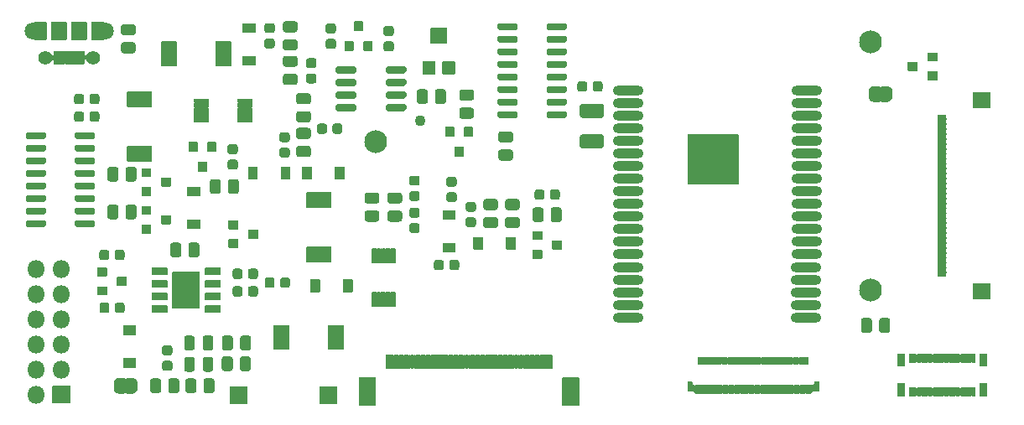
<source format=gbr>
G04 #@! TF.GenerationSoftware,KiCad,Pcbnew,(5.1.9)-1*
G04 #@! TF.CreationDate,2021-02-03T10:13:10+01:00*
G04 #@! TF.ProjectId,epaper-breakout,65706170-6572-42d6-9272-65616b6f7574,rev?*
G04 #@! TF.SameCoordinates,Original*
G04 #@! TF.FileFunction,Soldermask,Top*
G04 #@! TF.FilePolarity,Negative*
%FSLAX46Y46*%
G04 Gerber Fmt 4.6, Leading zero omitted, Abs format (unit mm)*
G04 Created by KiCad (PCBNEW (5.1.9)-1) date 2021-02-03 10:13:10*
%MOMM*%
%LPD*%
G01*
G04 APERTURE LIST*
%ADD10C,1.392000*%
%ADD11C,1.802000*%
%ADD12C,0.902000*%
%ADD13O,3.102000X1.002000*%
%ADD14C,0.100000*%
%ADD15O,1.802000X1.802000*%
%ADD16C,1.102000*%
%ADD17C,2.302000*%
G04 APERTURE END LIST*
G36*
G01*
X30264000Y-20215000D02*
X30264000Y-21915000D01*
G75*
G02*
X30213000Y-21966000I-51000J0D01*
G01*
X28713000Y-21966000D01*
G75*
G02*
X28662000Y-21915000I0J51000D01*
G01*
X28662000Y-20215000D01*
G75*
G02*
X28713000Y-20164000I51000J0D01*
G01*
X30213000Y-20164000D01*
G75*
G02*
X30264000Y-20215000I0J-51000D01*
G01*
G37*
D10*
X32888000Y-23765000D03*
G36*
G01*
X31364000Y-23140000D02*
X31364000Y-24390000D01*
G75*
G02*
X31313000Y-24441000I-51000J0D01*
G01*
X30913000Y-24441000D01*
G75*
G02*
X30862000Y-24390000I0J51000D01*
G01*
X30862000Y-23140000D01*
G75*
G02*
X30913000Y-23089000I51000J0D01*
G01*
X31313000Y-23089000D01*
G75*
G02*
X31364000Y-23140000I0J-51000D01*
G01*
G37*
G36*
G01*
X32014000Y-23140000D02*
X32014000Y-24390000D01*
G75*
G02*
X31963000Y-24441000I-51000J0D01*
G01*
X31563000Y-24441000D01*
G75*
G02*
X31512000Y-24390000I0J51000D01*
G01*
X31512000Y-23140000D01*
G75*
G02*
X31563000Y-23089000I51000J0D01*
G01*
X31963000Y-23089000D01*
G75*
G02*
X32014000Y-23140000I0J-51000D01*
G01*
G37*
G36*
G01*
X29414000Y-23140000D02*
X29414000Y-24390000D01*
G75*
G02*
X29363000Y-24441000I-51000J0D01*
G01*
X28963000Y-24441000D01*
G75*
G02*
X28912000Y-24390000I0J51000D01*
G01*
X28912000Y-23140000D01*
G75*
G02*
X28963000Y-23089000I51000J0D01*
G01*
X29363000Y-23089000D01*
G75*
G02*
X29414000Y-23140000I0J-51000D01*
G01*
G37*
G36*
G01*
X30064000Y-23140000D02*
X30064000Y-24390000D01*
G75*
G02*
X30013000Y-24441000I-51000J0D01*
G01*
X29613000Y-24441000D01*
G75*
G02*
X29562000Y-24390000I0J51000D01*
G01*
X29562000Y-23140000D01*
G75*
G02*
X29613000Y-23089000I51000J0D01*
G01*
X30013000Y-23089000D01*
G75*
G02*
X30064000Y-23140000I0J-51000D01*
G01*
G37*
G36*
G01*
X30714000Y-23140000D02*
X30714000Y-24390000D01*
G75*
G02*
X30663000Y-24441000I-51000J0D01*
G01*
X30263000Y-24441000D01*
G75*
G02*
X30212000Y-24390000I0J51000D01*
G01*
X30212000Y-23140000D01*
G75*
G02*
X30263000Y-23089000I51000J0D01*
G01*
X30663000Y-23089000D01*
G75*
G02*
X30714000Y-23140000I0J-51000D01*
G01*
G37*
X28038000Y-23765000D03*
G36*
G01*
X32264000Y-20215000D02*
X32264000Y-21915000D01*
G75*
G02*
X32213000Y-21966000I-51000J0D01*
G01*
X30713000Y-21966000D01*
G75*
G02*
X30662000Y-21915000I0J51000D01*
G01*
X30662000Y-20215000D01*
G75*
G02*
X30713000Y-20164000I51000J0D01*
G01*
X32213000Y-20164000D01*
G75*
G02*
X32264000Y-20215000I0J-51000D01*
G01*
G37*
D11*
X34063000Y-21065000D03*
X26863000Y-21065000D03*
G36*
G01*
X28214000Y-20214999D02*
X28214000Y-21915001D01*
G75*
G02*
X28163001Y-21966000I-50999J0D01*
G01*
X26962999Y-21966000D01*
G75*
G02*
X26912000Y-21915001I0J50999D01*
G01*
X26912000Y-20214999D01*
G75*
G02*
X26962999Y-20164000I50999J0D01*
G01*
X28163001Y-20164000D01*
G75*
G02*
X28214000Y-20214999I0J-50999D01*
G01*
G37*
G36*
G01*
X34014000Y-20214999D02*
X34014000Y-21915001D01*
G75*
G02*
X33963001Y-21966000I-50999J0D01*
G01*
X32762999Y-21966000D01*
G75*
G02*
X32712000Y-21915001I0J50999D01*
G01*
X32712000Y-20214999D01*
G75*
G02*
X32762999Y-20164000I50999J0D01*
G01*
X33963001Y-20164000D01*
G75*
G02*
X34014000Y-20214999I0J-50999D01*
G01*
G37*
D12*
X93500000Y-32020000D03*
G36*
G01*
X92949000Y-36530000D02*
X92949000Y-31530000D01*
G75*
G02*
X93000000Y-31479000I51000J0D01*
G01*
X98000000Y-31479000D01*
G75*
G02*
X98051000Y-31530000I0J-51000D01*
G01*
X98051000Y-36530000D01*
G75*
G02*
X98000000Y-36581000I-51000J0D01*
G01*
X93000000Y-36581000D01*
G75*
G02*
X92949000Y-36530000I0J51000D01*
G01*
G37*
D13*
X86900000Y-27110000D03*
X86900000Y-28380000D03*
X86900000Y-29650000D03*
X86900000Y-30920000D03*
X86900000Y-32190000D03*
X86900000Y-33460000D03*
X86900000Y-34730000D03*
X86900000Y-36000000D03*
X86900000Y-37270000D03*
X86900000Y-38540000D03*
X86900000Y-39810000D03*
X86900000Y-41080000D03*
X86900000Y-42350000D03*
X86900000Y-43620000D03*
X86900000Y-44920000D03*
X86900000Y-46190000D03*
X86900000Y-47460000D03*
X86900000Y-48730000D03*
X86900000Y-50000000D03*
X104900000Y-50000000D03*
X104900000Y-48730000D03*
X104900000Y-47460000D03*
X104900000Y-46190000D03*
X104900000Y-44920000D03*
X104930000Y-43620000D03*
X104930000Y-42350000D03*
X104930000Y-41080000D03*
X104930000Y-39810000D03*
X104930000Y-38540000D03*
X104930000Y-37270000D03*
X104930000Y-36000000D03*
X104930000Y-34730000D03*
X104930000Y-33460000D03*
X104930000Y-32190000D03*
X104930000Y-30920000D03*
X104930000Y-29650000D03*
X104930000Y-28380000D03*
X104930000Y-27110000D03*
D12*
X93500000Y-33020000D03*
X93500000Y-34020000D03*
X93500000Y-35020000D03*
X93500000Y-36020000D03*
X94500000Y-36020000D03*
X94500000Y-35020000D03*
X94500000Y-34020000D03*
X94500000Y-33020000D03*
X94500000Y-32020000D03*
X96500000Y-32020000D03*
X96500000Y-33020000D03*
X96500000Y-34020000D03*
X96500000Y-35020000D03*
X96500000Y-36020000D03*
X95500000Y-36020000D03*
X95500000Y-35020000D03*
X95500000Y-34020000D03*
X95500000Y-33020000D03*
X95500000Y-32020000D03*
X97500000Y-36020000D03*
X97500000Y-35020000D03*
X97500000Y-34020000D03*
X97500000Y-33020000D03*
X97500000Y-32020000D03*
G36*
G01*
X105691600Y-57454600D02*
X105691600Y-56504600D01*
G75*
G02*
X105742600Y-56453600I51000J0D01*
G01*
X106142600Y-56453600D01*
G75*
G02*
X106193600Y-56504600I0J-51000D01*
G01*
X106193600Y-57454600D01*
G75*
G02*
X106142600Y-57505600I-51000J0D01*
G01*
X105742600Y-57505600D01*
G75*
G02*
X105691600Y-57454600I0J51000D01*
G01*
G37*
G36*
G01*
X92891600Y-57454600D02*
X92891600Y-56504600D01*
G75*
G02*
X92942600Y-56453600I51000J0D01*
G01*
X93342600Y-56453600D01*
G75*
G02*
X93393600Y-56504600I0J-51000D01*
G01*
X93393600Y-57454600D01*
G75*
G02*
X93342600Y-57505600I-51000J0D01*
G01*
X92942600Y-57505600D01*
G75*
G02*
X92891600Y-57454600I0J51000D01*
G01*
G37*
G36*
G01*
X105041600Y-57654600D02*
X105041600Y-56854600D01*
G75*
G02*
X105092600Y-56803600I51000J0D01*
G01*
X105392600Y-56803600D01*
G75*
G02*
X105443600Y-56854600I0J-51000D01*
G01*
X105443600Y-57654600D01*
G75*
G02*
X105392600Y-57705600I-51000J0D01*
G01*
X105092600Y-57705600D01*
G75*
G02*
X105041600Y-57654600I0J51000D01*
G01*
G37*
G36*
G01*
X104741600Y-54704600D02*
X104741600Y-54054600D01*
G75*
G02*
X104792600Y-54003600I51000J0D01*
G01*
X105092600Y-54003600D01*
G75*
G02*
X105143600Y-54054600I0J-51000D01*
G01*
X105143600Y-54704600D01*
G75*
G02*
X105092600Y-54755600I-51000J0D01*
G01*
X104792600Y-54755600D01*
G75*
G02*
X104741600Y-54704600I0J51000D01*
G01*
G37*
G36*
G01*
X104441600Y-57654600D02*
X104441600Y-56854600D01*
G75*
G02*
X104492600Y-56803600I51000J0D01*
G01*
X104792600Y-56803600D01*
G75*
G02*
X104843600Y-56854600I0J-51000D01*
G01*
X104843600Y-57654600D01*
G75*
G02*
X104792600Y-57705600I-51000J0D01*
G01*
X104492600Y-57705600D01*
G75*
G02*
X104441600Y-57654600I0J51000D01*
G01*
G37*
G36*
G01*
X104141600Y-54704600D02*
X104141600Y-54054600D01*
G75*
G02*
X104192600Y-54003600I51000J0D01*
G01*
X104492600Y-54003600D01*
G75*
G02*
X104543600Y-54054600I0J-51000D01*
G01*
X104543600Y-54704600D01*
G75*
G02*
X104492600Y-54755600I-51000J0D01*
G01*
X104192600Y-54755600D01*
G75*
G02*
X104141600Y-54704600I0J51000D01*
G01*
G37*
G36*
G01*
X103841600Y-57654600D02*
X103841600Y-56854600D01*
G75*
G02*
X103892600Y-56803600I51000J0D01*
G01*
X104192600Y-56803600D01*
G75*
G02*
X104243600Y-56854600I0J-51000D01*
G01*
X104243600Y-57654600D01*
G75*
G02*
X104192600Y-57705600I-51000J0D01*
G01*
X103892600Y-57705600D01*
G75*
G02*
X103841600Y-57654600I0J51000D01*
G01*
G37*
G36*
G01*
X103541600Y-54704600D02*
X103541600Y-54054600D01*
G75*
G02*
X103592600Y-54003600I51000J0D01*
G01*
X103892600Y-54003600D01*
G75*
G02*
X103943600Y-54054600I0J-51000D01*
G01*
X103943600Y-54704600D01*
G75*
G02*
X103892600Y-54755600I-51000J0D01*
G01*
X103592600Y-54755600D01*
G75*
G02*
X103541600Y-54704600I0J51000D01*
G01*
G37*
G36*
G01*
X103241600Y-57654600D02*
X103241600Y-56854600D01*
G75*
G02*
X103292600Y-56803600I51000J0D01*
G01*
X103592600Y-56803600D01*
G75*
G02*
X103643600Y-56854600I0J-51000D01*
G01*
X103643600Y-57654600D01*
G75*
G02*
X103592600Y-57705600I-51000J0D01*
G01*
X103292600Y-57705600D01*
G75*
G02*
X103241600Y-57654600I0J51000D01*
G01*
G37*
G36*
G01*
X102941600Y-54704600D02*
X102941600Y-54054600D01*
G75*
G02*
X102992600Y-54003600I51000J0D01*
G01*
X103292600Y-54003600D01*
G75*
G02*
X103343600Y-54054600I0J-51000D01*
G01*
X103343600Y-54704600D01*
G75*
G02*
X103292600Y-54755600I-51000J0D01*
G01*
X102992600Y-54755600D01*
G75*
G02*
X102941600Y-54704600I0J51000D01*
G01*
G37*
G36*
G01*
X102641600Y-57654600D02*
X102641600Y-56854600D01*
G75*
G02*
X102692600Y-56803600I51000J0D01*
G01*
X102992600Y-56803600D01*
G75*
G02*
X103043600Y-56854600I0J-51000D01*
G01*
X103043600Y-57654600D01*
G75*
G02*
X102992600Y-57705600I-51000J0D01*
G01*
X102692600Y-57705600D01*
G75*
G02*
X102641600Y-57654600I0J51000D01*
G01*
G37*
G36*
G01*
X102341600Y-54704600D02*
X102341600Y-54054600D01*
G75*
G02*
X102392600Y-54003600I51000J0D01*
G01*
X102692600Y-54003600D01*
G75*
G02*
X102743600Y-54054600I0J-51000D01*
G01*
X102743600Y-54704600D01*
G75*
G02*
X102692600Y-54755600I-51000J0D01*
G01*
X102392600Y-54755600D01*
G75*
G02*
X102341600Y-54704600I0J51000D01*
G01*
G37*
G36*
G01*
X102041600Y-57654600D02*
X102041600Y-56854600D01*
G75*
G02*
X102092600Y-56803600I51000J0D01*
G01*
X102392600Y-56803600D01*
G75*
G02*
X102443600Y-56854600I0J-51000D01*
G01*
X102443600Y-57654600D01*
G75*
G02*
X102392600Y-57705600I-51000J0D01*
G01*
X102092600Y-57705600D01*
G75*
G02*
X102041600Y-57654600I0J51000D01*
G01*
G37*
G36*
G01*
X101741600Y-54704600D02*
X101741600Y-54054600D01*
G75*
G02*
X101792600Y-54003600I51000J0D01*
G01*
X102092600Y-54003600D01*
G75*
G02*
X102143600Y-54054600I0J-51000D01*
G01*
X102143600Y-54704600D01*
G75*
G02*
X102092600Y-54755600I-51000J0D01*
G01*
X101792600Y-54755600D01*
G75*
G02*
X101741600Y-54704600I0J51000D01*
G01*
G37*
G36*
G01*
X101441600Y-57654600D02*
X101441600Y-56854600D01*
G75*
G02*
X101492600Y-56803600I51000J0D01*
G01*
X101792600Y-56803600D01*
G75*
G02*
X101843600Y-56854600I0J-51000D01*
G01*
X101843600Y-57654600D01*
G75*
G02*
X101792600Y-57705600I-51000J0D01*
G01*
X101492600Y-57705600D01*
G75*
G02*
X101441600Y-57654600I0J51000D01*
G01*
G37*
G36*
G01*
X101141600Y-54704600D02*
X101141600Y-54054600D01*
G75*
G02*
X101192600Y-54003600I51000J0D01*
G01*
X101492600Y-54003600D01*
G75*
G02*
X101543600Y-54054600I0J-51000D01*
G01*
X101543600Y-54704600D01*
G75*
G02*
X101492600Y-54755600I-51000J0D01*
G01*
X101192600Y-54755600D01*
G75*
G02*
X101141600Y-54704600I0J51000D01*
G01*
G37*
G36*
G01*
X100841600Y-57654600D02*
X100841600Y-56854600D01*
G75*
G02*
X100892600Y-56803600I51000J0D01*
G01*
X101192600Y-56803600D01*
G75*
G02*
X101243600Y-56854600I0J-51000D01*
G01*
X101243600Y-57654600D01*
G75*
G02*
X101192600Y-57705600I-51000J0D01*
G01*
X100892600Y-57705600D01*
G75*
G02*
X100841600Y-57654600I0J51000D01*
G01*
G37*
G36*
G01*
X100541600Y-54704600D02*
X100541600Y-54054600D01*
G75*
G02*
X100592600Y-54003600I51000J0D01*
G01*
X100892600Y-54003600D01*
G75*
G02*
X100943600Y-54054600I0J-51000D01*
G01*
X100943600Y-54704600D01*
G75*
G02*
X100892600Y-54755600I-51000J0D01*
G01*
X100592600Y-54755600D01*
G75*
G02*
X100541600Y-54704600I0J51000D01*
G01*
G37*
G36*
G01*
X100241600Y-57654600D02*
X100241600Y-56854600D01*
G75*
G02*
X100292600Y-56803600I51000J0D01*
G01*
X100592600Y-56803600D01*
G75*
G02*
X100643600Y-56854600I0J-51000D01*
G01*
X100643600Y-57654600D01*
G75*
G02*
X100592600Y-57705600I-51000J0D01*
G01*
X100292600Y-57705600D01*
G75*
G02*
X100241600Y-57654600I0J51000D01*
G01*
G37*
G36*
G01*
X99941600Y-54704600D02*
X99941600Y-54054600D01*
G75*
G02*
X99992600Y-54003600I51000J0D01*
G01*
X100292600Y-54003600D01*
G75*
G02*
X100343600Y-54054600I0J-51000D01*
G01*
X100343600Y-54704600D01*
G75*
G02*
X100292600Y-54755600I-51000J0D01*
G01*
X99992600Y-54755600D01*
G75*
G02*
X99941600Y-54704600I0J51000D01*
G01*
G37*
G36*
G01*
X99641600Y-57654600D02*
X99641600Y-56854600D01*
G75*
G02*
X99692600Y-56803600I51000J0D01*
G01*
X99992600Y-56803600D01*
G75*
G02*
X100043600Y-56854600I0J-51000D01*
G01*
X100043600Y-57654600D01*
G75*
G02*
X99992600Y-57705600I-51000J0D01*
G01*
X99692600Y-57705600D01*
G75*
G02*
X99641600Y-57654600I0J51000D01*
G01*
G37*
G36*
G01*
X99341600Y-54704600D02*
X99341600Y-54054600D01*
G75*
G02*
X99392600Y-54003600I51000J0D01*
G01*
X99692600Y-54003600D01*
G75*
G02*
X99743600Y-54054600I0J-51000D01*
G01*
X99743600Y-54704600D01*
G75*
G02*
X99692600Y-54755600I-51000J0D01*
G01*
X99392600Y-54755600D01*
G75*
G02*
X99341600Y-54704600I0J51000D01*
G01*
G37*
G36*
G01*
X99041600Y-57654600D02*
X99041600Y-56854600D01*
G75*
G02*
X99092600Y-56803600I51000J0D01*
G01*
X99392600Y-56803600D01*
G75*
G02*
X99443600Y-56854600I0J-51000D01*
G01*
X99443600Y-57654600D01*
G75*
G02*
X99392600Y-57705600I-51000J0D01*
G01*
X99092600Y-57705600D01*
G75*
G02*
X99041600Y-57654600I0J51000D01*
G01*
G37*
G36*
G01*
X98741600Y-54704600D02*
X98741600Y-54054600D01*
G75*
G02*
X98792600Y-54003600I51000J0D01*
G01*
X99092600Y-54003600D01*
G75*
G02*
X99143600Y-54054600I0J-51000D01*
G01*
X99143600Y-54704600D01*
G75*
G02*
X99092600Y-54755600I-51000J0D01*
G01*
X98792600Y-54755600D01*
G75*
G02*
X98741600Y-54704600I0J51000D01*
G01*
G37*
G36*
G01*
X98441600Y-57654600D02*
X98441600Y-56854600D01*
G75*
G02*
X98492600Y-56803600I51000J0D01*
G01*
X98792600Y-56803600D01*
G75*
G02*
X98843600Y-56854600I0J-51000D01*
G01*
X98843600Y-57654600D01*
G75*
G02*
X98792600Y-57705600I-51000J0D01*
G01*
X98492600Y-57705600D01*
G75*
G02*
X98441600Y-57654600I0J51000D01*
G01*
G37*
G36*
G01*
X98141600Y-54704600D02*
X98141600Y-54054600D01*
G75*
G02*
X98192600Y-54003600I51000J0D01*
G01*
X98492600Y-54003600D01*
G75*
G02*
X98543600Y-54054600I0J-51000D01*
G01*
X98543600Y-54704600D01*
G75*
G02*
X98492600Y-54755600I-51000J0D01*
G01*
X98192600Y-54755600D01*
G75*
G02*
X98141600Y-54704600I0J51000D01*
G01*
G37*
G36*
G01*
X97841600Y-57654600D02*
X97841600Y-56854600D01*
G75*
G02*
X97892600Y-56803600I51000J0D01*
G01*
X98192600Y-56803600D01*
G75*
G02*
X98243600Y-56854600I0J-51000D01*
G01*
X98243600Y-57654600D01*
G75*
G02*
X98192600Y-57705600I-51000J0D01*
G01*
X97892600Y-57705600D01*
G75*
G02*
X97841600Y-57654600I0J51000D01*
G01*
G37*
G36*
G01*
X97541600Y-54704600D02*
X97541600Y-54054600D01*
G75*
G02*
X97592600Y-54003600I51000J0D01*
G01*
X97892600Y-54003600D01*
G75*
G02*
X97943600Y-54054600I0J-51000D01*
G01*
X97943600Y-54704600D01*
G75*
G02*
X97892600Y-54755600I-51000J0D01*
G01*
X97592600Y-54755600D01*
G75*
G02*
X97541600Y-54704600I0J51000D01*
G01*
G37*
G36*
G01*
X97241600Y-57654600D02*
X97241600Y-56854600D01*
G75*
G02*
X97292600Y-56803600I51000J0D01*
G01*
X97592600Y-56803600D01*
G75*
G02*
X97643600Y-56854600I0J-51000D01*
G01*
X97643600Y-57654600D01*
G75*
G02*
X97592600Y-57705600I-51000J0D01*
G01*
X97292600Y-57705600D01*
G75*
G02*
X97241600Y-57654600I0J51000D01*
G01*
G37*
G36*
G01*
X96941600Y-54704600D02*
X96941600Y-54054600D01*
G75*
G02*
X96992600Y-54003600I51000J0D01*
G01*
X97292600Y-54003600D01*
G75*
G02*
X97343600Y-54054600I0J-51000D01*
G01*
X97343600Y-54704600D01*
G75*
G02*
X97292600Y-54755600I-51000J0D01*
G01*
X96992600Y-54755600D01*
G75*
G02*
X96941600Y-54704600I0J51000D01*
G01*
G37*
G36*
G01*
X96641600Y-57654600D02*
X96641600Y-56854600D01*
G75*
G02*
X96692600Y-56803600I51000J0D01*
G01*
X96992600Y-56803600D01*
G75*
G02*
X97043600Y-56854600I0J-51000D01*
G01*
X97043600Y-57654600D01*
G75*
G02*
X96992600Y-57705600I-51000J0D01*
G01*
X96692600Y-57705600D01*
G75*
G02*
X96641600Y-57654600I0J51000D01*
G01*
G37*
G36*
G01*
X96341600Y-54704600D02*
X96341600Y-54054600D01*
G75*
G02*
X96392600Y-54003600I51000J0D01*
G01*
X96692600Y-54003600D01*
G75*
G02*
X96743600Y-54054600I0J-51000D01*
G01*
X96743600Y-54704600D01*
G75*
G02*
X96692600Y-54755600I-51000J0D01*
G01*
X96392600Y-54755600D01*
G75*
G02*
X96341600Y-54704600I0J51000D01*
G01*
G37*
G36*
G01*
X96041600Y-57654600D02*
X96041600Y-56854600D01*
G75*
G02*
X96092600Y-56803600I51000J0D01*
G01*
X96392600Y-56803600D01*
G75*
G02*
X96443600Y-56854600I0J-51000D01*
G01*
X96443600Y-57654600D01*
G75*
G02*
X96392600Y-57705600I-51000J0D01*
G01*
X96092600Y-57705600D01*
G75*
G02*
X96041600Y-57654600I0J51000D01*
G01*
G37*
G36*
G01*
X95741600Y-54704600D02*
X95741600Y-54054600D01*
G75*
G02*
X95792600Y-54003600I51000J0D01*
G01*
X96092600Y-54003600D01*
G75*
G02*
X96143600Y-54054600I0J-51000D01*
G01*
X96143600Y-54704600D01*
G75*
G02*
X96092600Y-54755600I-51000J0D01*
G01*
X95792600Y-54755600D01*
G75*
G02*
X95741600Y-54704600I0J51000D01*
G01*
G37*
G36*
G01*
X95441600Y-57654600D02*
X95441600Y-56854600D01*
G75*
G02*
X95492600Y-56803600I51000J0D01*
G01*
X95792600Y-56803600D01*
G75*
G02*
X95843600Y-56854600I0J-51000D01*
G01*
X95843600Y-57654600D01*
G75*
G02*
X95792600Y-57705600I-51000J0D01*
G01*
X95492600Y-57705600D01*
G75*
G02*
X95441600Y-57654600I0J51000D01*
G01*
G37*
G36*
G01*
X95141600Y-54704600D02*
X95141600Y-54054600D01*
G75*
G02*
X95192600Y-54003600I51000J0D01*
G01*
X95492600Y-54003600D01*
G75*
G02*
X95543600Y-54054600I0J-51000D01*
G01*
X95543600Y-54704600D01*
G75*
G02*
X95492600Y-54755600I-51000J0D01*
G01*
X95192600Y-54755600D01*
G75*
G02*
X95141600Y-54704600I0J51000D01*
G01*
G37*
G36*
G01*
X94841600Y-57654600D02*
X94841600Y-56854600D01*
G75*
G02*
X94892600Y-56803600I51000J0D01*
G01*
X95192600Y-56803600D01*
G75*
G02*
X95243600Y-56854600I0J-51000D01*
G01*
X95243600Y-57654600D01*
G75*
G02*
X95192600Y-57705600I-51000J0D01*
G01*
X94892600Y-57705600D01*
G75*
G02*
X94841600Y-57654600I0J51000D01*
G01*
G37*
G36*
G01*
X94541600Y-54704600D02*
X94541600Y-54054600D01*
G75*
G02*
X94592600Y-54003600I51000J0D01*
G01*
X94892600Y-54003600D01*
G75*
G02*
X94943600Y-54054600I0J-51000D01*
G01*
X94943600Y-54704600D01*
G75*
G02*
X94892600Y-54755600I-51000J0D01*
G01*
X94592600Y-54755600D01*
G75*
G02*
X94541600Y-54704600I0J51000D01*
G01*
G37*
G36*
G01*
X94241600Y-57654600D02*
X94241600Y-56854600D01*
G75*
G02*
X94292600Y-56803600I51000J0D01*
G01*
X94592600Y-56803600D01*
G75*
G02*
X94643600Y-56854600I0J-51000D01*
G01*
X94643600Y-57654600D01*
G75*
G02*
X94592600Y-57705600I-51000J0D01*
G01*
X94292600Y-57705600D01*
G75*
G02*
X94241600Y-57654600I0J51000D01*
G01*
G37*
G36*
G01*
X93941600Y-54704600D02*
X93941600Y-54054600D01*
G75*
G02*
X93992600Y-54003600I51000J0D01*
G01*
X94292600Y-54003600D01*
G75*
G02*
X94343600Y-54054600I0J-51000D01*
G01*
X94343600Y-54704600D01*
G75*
G02*
X94292600Y-54755600I-51000J0D01*
G01*
X93992600Y-54755600D01*
G75*
G02*
X93941600Y-54704600I0J51000D01*
G01*
G37*
G36*
G01*
X93641600Y-57654600D02*
X93641600Y-56854600D01*
G75*
G02*
X93692600Y-56803600I51000J0D01*
G01*
X93992600Y-56803600D01*
G75*
G02*
X94043600Y-56854600I0J-51000D01*
G01*
X94043600Y-57654600D01*
G75*
G02*
X93992600Y-57705600I-51000J0D01*
G01*
X93692600Y-57705600D01*
G75*
G02*
X93641600Y-57654600I0J51000D01*
G01*
G37*
G36*
G01*
X55810500Y-46199500D02*
X55810500Y-47399500D01*
G75*
G02*
X55759500Y-47450500I-51000J0D01*
G01*
X54859500Y-47450500D01*
G75*
G02*
X54808500Y-47399500I0J51000D01*
G01*
X54808500Y-46199500D01*
G75*
G02*
X54859500Y-46148500I51000J0D01*
G01*
X55759500Y-46148500D01*
G75*
G02*
X55810500Y-46199500I0J-51000D01*
G01*
G37*
G36*
G01*
X59110500Y-46199500D02*
X59110500Y-47399500D01*
G75*
G02*
X59059500Y-47450500I-51000J0D01*
G01*
X58159500Y-47450500D01*
G75*
G02*
X58108500Y-47399500I0J51000D01*
G01*
X58108500Y-46199500D01*
G75*
G02*
X58159500Y-46148500I51000J0D01*
G01*
X59059500Y-46148500D01*
G75*
G02*
X59110500Y-46199500I0J-51000D01*
G01*
G37*
G36*
G01*
X56889500Y-38945000D02*
X54489500Y-38945000D01*
G75*
G02*
X54438500Y-38894000I0J51000D01*
G01*
X54438500Y-37394000D01*
G75*
G02*
X54489500Y-37343000I51000J0D01*
G01*
X56889500Y-37343000D01*
G75*
G02*
X56940500Y-37394000I0J-51000D01*
G01*
X56940500Y-38894000D01*
G75*
G02*
X56889500Y-38945000I-51000J0D01*
G01*
G37*
G36*
G01*
X56889500Y-44445000D02*
X54489500Y-44445000D01*
G75*
G02*
X54438500Y-44394000I0J51000D01*
G01*
X54438500Y-42894000D01*
G75*
G02*
X54489500Y-42843000I51000J0D01*
G01*
X56889500Y-42843000D01*
G75*
G02*
X56940500Y-42894000I0J-51000D01*
G01*
X56940500Y-44394000D01*
G75*
G02*
X56889500Y-44445000I-51000J0D01*
G01*
G37*
G36*
G01*
X55741000Y-58698500D02*
X55741000Y-56998500D01*
G75*
G02*
X55792000Y-56947500I51000J0D01*
G01*
X57492000Y-56947500D01*
G75*
G02*
X57543000Y-56998500I0J-51000D01*
G01*
X57543000Y-58698500D01*
G75*
G02*
X57492000Y-58749500I-51000J0D01*
G01*
X55792000Y-58749500D01*
G75*
G02*
X55741000Y-58698500I0J51000D01*
G01*
G37*
G36*
G01*
X46660500Y-58698500D02*
X46660500Y-56998500D01*
G75*
G02*
X46711500Y-56947500I51000J0D01*
G01*
X48411500Y-56947500D01*
G75*
G02*
X48462500Y-56998500I0J-51000D01*
G01*
X48462500Y-58698500D01*
G75*
G02*
X48411500Y-58749500I-51000J0D01*
G01*
X46711500Y-58749500D01*
G75*
G02*
X46660500Y-58698500I0J51000D01*
G01*
G37*
G36*
G01*
X40110500Y-54376000D02*
X40661500Y-54376000D01*
G75*
G02*
X40912000Y-54626500I0J-250500D01*
G01*
X40912000Y-55127500D01*
G75*
G02*
X40661500Y-55378000I-250500J0D01*
G01*
X40110500Y-55378000D01*
G75*
G02*
X39860000Y-55127500I0J250500D01*
G01*
X39860000Y-54626500D01*
G75*
G02*
X40110500Y-54376000I250500J0D01*
G01*
G37*
G36*
G01*
X40110500Y-52826000D02*
X40661500Y-52826000D01*
G75*
G02*
X40912000Y-53076500I0J-250500D01*
G01*
X40912000Y-53577500D01*
G75*
G02*
X40661500Y-53828000I-250500J0D01*
G01*
X40110500Y-53828000D01*
G75*
G02*
X39860000Y-53577500I0J250500D01*
G01*
X39860000Y-53076500D01*
G75*
G02*
X40110500Y-52826000I250500J0D01*
G01*
G37*
G36*
G01*
X39783000Y-56419875D02*
X39783000Y-57372125D01*
G75*
G02*
X39508125Y-57647000I-274875J0D01*
G01*
X38930875Y-57647000D01*
G75*
G02*
X38656000Y-57372125I0J274875D01*
G01*
X38656000Y-56419875D01*
G75*
G02*
X38930875Y-56145000I274875J0D01*
G01*
X39508125Y-56145000D01*
G75*
G02*
X39783000Y-56419875I0J-274875D01*
G01*
G37*
G36*
G01*
X41608000Y-56419875D02*
X41608000Y-57372125D01*
G75*
G02*
X41333125Y-57647000I-274875J0D01*
G01*
X40755875Y-57647000D01*
G75*
G02*
X40481000Y-57372125I0J274875D01*
G01*
X40481000Y-56419875D01*
G75*
G02*
X40755875Y-56145000I274875J0D01*
G01*
X41333125Y-56145000D01*
G75*
G02*
X41608000Y-56419875I0J-274875D01*
G01*
G37*
G36*
G01*
X43339000Y-56419875D02*
X43339000Y-57372125D01*
G75*
G02*
X43064125Y-57647000I-274875J0D01*
G01*
X42486875Y-57647000D01*
G75*
G02*
X42212000Y-57372125I0J274875D01*
G01*
X42212000Y-56419875D01*
G75*
G02*
X42486875Y-56145000I274875J0D01*
G01*
X43064125Y-56145000D01*
G75*
G02*
X43339000Y-56419875I0J-274875D01*
G01*
G37*
G36*
G01*
X45164000Y-56419875D02*
X45164000Y-57372125D01*
G75*
G02*
X44889125Y-57647000I-274875J0D01*
G01*
X44311875Y-57647000D01*
G75*
G02*
X44037000Y-57372125I0J274875D01*
G01*
X44037000Y-56419875D01*
G75*
G02*
X44311875Y-56145000I274875J0D01*
G01*
X44889125Y-56145000D01*
G75*
G02*
X45164000Y-56419875I0J-274875D01*
G01*
G37*
D14*
G36*
X112535050Y-28232020D02*
G01*
X112525483Y-28229118D01*
X112516666Y-28224405D01*
X112508938Y-28218062D01*
X112502595Y-28210334D01*
X112497882Y-28201517D01*
X112494980Y-28191950D01*
X112494000Y-28182000D01*
X112494000Y-26682000D01*
X112494980Y-26672050D01*
X112497882Y-26662483D01*
X112502595Y-26653666D01*
X112508938Y-26645938D01*
X112516666Y-26639595D01*
X112525483Y-26634882D01*
X112535050Y-26631980D01*
X112545000Y-26631000D01*
X113045000Y-26631000D01*
X113051112Y-26631602D01*
X113069534Y-26631602D01*
X113074533Y-26631848D01*
X113123364Y-26636658D01*
X113128314Y-26637392D01*
X113176439Y-26646964D01*
X113181295Y-26648180D01*
X113228250Y-26662424D01*
X113232961Y-26664110D01*
X113278294Y-26682887D01*
X113282820Y-26685027D01*
X113326093Y-26708158D01*
X113330384Y-26710731D01*
X113371183Y-26737991D01*
X113375204Y-26740973D01*
X113413133Y-26772101D01*
X113416841Y-26775462D01*
X113451538Y-26810159D01*
X113454899Y-26813867D01*
X113486027Y-26851796D01*
X113489009Y-26855817D01*
X113516269Y-26896616D01*
X113518842Y-26900907D01*
X113541973Y-26944180D01*
X113544113Y-26948706D01*
X113562890Y-26994039D01*
X113564576Y-26998750D01*
X113578820Y-27045705D01*
X113580036Y-27050561D01*
X113589608Y-27098686D01*
X113590342Y-27103636D01*
X113595152Y-27152467D01*
X113595398Y-27157466D01*
X113595398Y-27175888D01*
X113596000Y-27182000D01*
X113596000Y-27682000D01*
X113595398Y-27688112D01*
X113595398Y-27706534D01*
X113595152Y-27711533D01*
X113590342Y-27760364D01*
X113589608Y-27765314D01*
X113580036Y-27813439D01*
X113578820Y-27818295D01*
X113564576Y-27865250D01*
X113562890Y-27869961D01*
X113544113Y-27915294D01*
X113541973Y-27919820D01*
X113518842Y-27963093D01*
X113516269Y-27967384D01*
X113489009Y-28008183D01*
X113486027Y-28012204D01*
X113454899Y-28050133D01*
X113451538Y-28053841D01*
X113416841Y-28088538D01*
X113413133Y-28091899D01*
X113375204Y-28123027D01*
X113371183Y-28126009D01*
X113330384Y-28153269D01*
X113326093Y-28155842D01*
X113282820Y-28178973D01*
X113278294Y-28181113D01*
X113232961Y-28199890D01*
X113228250Y-28201576D01*
X113181295Y-28215820D01*
X113176439Y-28217036D01*
X113128314Y-28226608D01*
X113123364Y-28227342D01*
X113074533Y-28232152D01*
X113069534Y-28232398D01*
X113051112Y-28232398D01*
X113045000Y-28233000D01*
X112545000Y-28233000D01*
X112535050Y-28232020D01*
G37*
G36*
X111738888Y-28232398D02*
G01*
X111720466Y-28232398D01*
X111715467Y-28232152D01*
X111666636Y-28227342D01*
X111661686Y-28226608D01*
X111613561Y-28217036D01*
X111608705Y-28215820D01*
X111561750Y-28201576D01*
X111557039Y-28199890D01*
X111511706Y-28181113D01*
X111507180Y-28178973D01*
X111463907Y-28155842D01*
X111459616Y-28153269D01*
X111418817Y-28126009D01*
X111414796Y-28123027D01*
X111376867Y-28091899D01*
X111373159Y-28088538D01*
X111338462Y-28053841D01*
X111335101Y-28050133D01*
X111303973Y-28012204D01*
X111300991Y-28008183D01*
X111273731Y-27967384D01*
X111271158Y-27963093D01*
X111248027Y-27919820D01*
X111245887Y-27915294D01*
X111227110Y-27869961D01*
X111225424Y-27865250D01*
X111211180Y-27818295D01*
X111209964Y-27813439D01*
X111200392Y-27765314D01*
X111199658Y-27760364D01*
X111194848Y-27711533D01*
X111194602Y-27706534D01*
X111194602Y-27688112D01*
X111194000Y-27682000D01*
X111194000Y-27182000D01*
X111194602Y-27175888D01*
X111194602Y-27157466D01*
X111194848Y-27152467D01*
X111199658Y-27103636D01*
X111200392Y-27098686D01*
X111209964Y-27050561D01*
X111211180Y-27045705D01*
X111225424Y-26998750D01*
X111227110Y-26994039D01*
X111245887Y-26948706D01*
X111248027Y-26944180D01*
X111271158Y-26900907D01*
X111273731Y-26896616D01*
X111300991Y-26855817D01*
X111303973Y-26851796D01*
X111335101Y-26813867D01*
X111338462Y-26810159D01*
X111373159Y-26775462D01*
X111376867Y-26772101D01*
X111414796Y-26740973D01*
X111418817Y-26737991D01*
X111459616Y-26710731D01*
X111463907Y-26708158D01*
X111507180Y-26685027D01*
X111511706Y-26682887D01*
X111557039Y-26664110D01*
X111561750Y-26662424D01*
X111608705Y-26648180D01*
X111613561Y-26646964D01*
X111661686Y-26637392D01*
X111666636Y-26636658D01*
X111715467Y-26631848D01*
X111720466Y-26631602D01*
X111738888Y-26631602D01*
X111745000Y-26631000D01*
X112245000Y-26631000D01*
X112254950Y-26631980D01*
X112264517Y-26634882D01*
X112273334Y-26639595D01*
X112281062Y-26645938D01*
X112287405Y-26653666D01*
X112292118Y-26662483D01*
X112295020Y-26672050D01*
X112296000Y-26682000D01*
X112296000Y-28182000D01*
X112295020Y-28191950D01*
X112292118Y-28201517D01*
X112287405Y-28210334D01*
X112281062Y-28218062D01*
X112273334Y-28224405D01*
X112264517Y-28229118D01*
X112254950Y-28232020D01*
X112245000Y-28233000D01*
X111745000Y-28233000D01*
X111738888Y-28232398D01*
G37*
G36*
X36039950Y-56095980D02*
G01*
X36049517Y-56098882D01*
X36058334Y-56103595D01*
X36066062Y-56109938D01*
X36072405Y-56117666D01*
X36077118Y-56126483D01*
X36080020Y-56136050D01*
X36081000Y-56146000D01*
X36081000Y-57646000D01*
X36080020Y-57655950D01*
X36077118Y-57665517D01*
X36072405Y-57674334D01*
X36066062Y-57682062D01*
X36058334Y-57688405D01*
X36049517Y-57693118D01*
X36039950Y-57696020D01*
X36030000Y-57697000D01*
X35530000Y-57697000D01*
X35523888Y-57696398D01*
X35505466Y-57696398D01*
X35500467Y-57696152D01*
X35451636Y-57691342D01*
X35446686Y-57690608D01*
X35398561Y-57681036D01*
X35393705Y-57679820D01*
X35346750Y-57665576D01*
X35342039Y-57663890D01*
X35296706Y-57645113D01*
X35292180Y-57642973D01*
X35248907Y-57619842D01*
X35244616Y-57617269D01*
X35203817Y-57590009D01*
X35199796Y-57587027D01*
X35161867Y-57555899D01*
X35158159Y-57552538D01*
X35123462Y-57517841D01*
X35120101Y-57514133D01*
X35088973Y-57476204D01*
X35085991Y-57472183D01*
X35058731Y-57431384D01*
X35056158Y-57427093D01*
X35033027Y-57383820D01*
X35030887Y-57379294D01*
X35012110Y-57333961D01*
X35010424Y-57329250D01*
X34996180Y-57282295D01*
X34994964Y-57277439D01*
X34985392Y-57229314D01*
X34984658Y-57224364D01*
X34979848Y-57175533D01*
X34979602Y-57170534D01*
X34979602Y-57152112D01*
X34979000Y-57146000D01*
X34979000Y-56646000D01*
X34979602Y-56639888D01*
X34979602Y-56621466D01*
X34979848Y-56616467D01*
X34984658Y-56567636D01*
X34985392Y-56562686D01*
X34994964Y-56514561D01*
X34996180Y-56509705D01*
X35010424Y-56462750D01*
X35012110Y-56458039D01*
X35030887Y-56412706D01*
X35033027Y-56408180D01*
X35056158Y-56364907D01*
X35058731Y-56360616D01*
X35085991Y-56319817D01*
X35088973Y-56315796D01*
X35120101Y-56277867D01*
X35123462Y-56274159D01*
X35158159Y-56239462D01*
X35161867Y-56236101D01*
X35199796Y-56204973D01*
X35203817Y-56201991D01*
X35244616Y-56174731D01*
X35248907Y-56172158D01*
X35292180Y-56149027D01*
X35296706Y-56146887D01*
X35342039Y-56128110D01*
X35346750Y-56126424D01*
X35393705Y-56112180D01*
X35398561Y-56110964D01*
X35446686Y-56101392D01*
X35451636Y-56100658D01*
X35500467Y-56095848D01*
X35505466Y-56095602D01*
X35523888Y-56095602D01*
X35530000Y-56095000D01*
X36030000Y-56095000D01*
X36039950Y-56095980D01*
G37*
G36*
X36836112Y-56095602D02*
G01*
X36854534Y-56095602D01*
X36859533Y-56095848D01*
X36908364Y-56100658D01*
X36913314Y-56101392D01*
X36961439Y-56110964D01*
X36966295Y-56112180D01*
X37013250Y-56126424D01*
X37017961Y-56128110D01*
X37063294Y-56146887D01*
X37067820Y-56149027D01*
X37111093Y-56172158D01*
X37115384Y-56174731D01*
X37156183Y-56201991D01*
X37160204Y-56204973D01*
X37198133Y-56236101D01*
X37201841Y-56239462D01*
X37236538Y-56274159D01*
X37239899Y-56277867D01*
X37271027Y-56315796D01*
X37274009Y-56319817D01*
X37301269Y-56360616D01*
X37303842Y-56364907D01*
X37326973Y-56408180D01*
X37329113Y-56412706D01*
X37347890Y-56458039D01*
X37349576Y-56462750D01*
X37363820Y-56509705D01*
X37365036Y-56514561D01*
X37374608Y-56562686D01*
X37375342Y-56567636D01*
X37380152Y-56616467D01*
X37380398Y-56621466D01*
X37380398Y-56639888D01*
X37381000Y-56646000D01*
X37381000Y-57146000D01*
X37380398Y-57152112D01*
X37380398Y-57170534D01*
X37380152Y-57175533D01*
X37375342Y-57224364D01*
X37374608Y-57229314D01*
X37365036Y-57277439D01*
X37363820Y-57282295D01*
X37349576Y-57329250D01*
X37347890Y-57333961D01*
X37329113Y-57379294D01*
X37326973Y-57383820D01*
X37303842Y-57427093D01*
X37301269Y-57431384D01*
X37274009Y-57472183D01*
X37271027Y-57476204D01*
X37239899Y-57514133D01*
X37236538Y-57517841D01*
X37201841Y-57552538D01*
X37198133Y-57555899D01*
X37160204Y-57587027D01*
X37156183Y-57590009D01*
X37115384Y-57617269D01*
X37111093Y-57619842D01*
X37067820Y-57642973D01*
X37063294Y-57645113D01*
X37017961Y-57663890D01*
X37013250Y-57665576D01*
X36966295Y-57679820D01*
X36961439Y-57681036D01*
X36913314Y-57690608D01*
X36908364Y-57691342D01*
X36859533Y-57696152D01*
X36854534Y-57696398D01*
X36836112Y-57696398D01*
X36830000Y-57697000D01*
X36330000Y-57697000D01*
X36320050Y-57696020D01*
X36310483Y-57693118D01*
X36301666Y-57688405D01*
X36293938Y-57682062D01*
X36287595Y-57674334D01*
X36282882Y-57665517D01*
X36279980Y-57655950D01*
X36279000Y-57646000D01*
X36279000Y-56146000D01*
X36279980Y-56136050D01*
X36282882Y-56126483D01*
X36287595Y-56117666D01*
X36293938Y-56109938D01*
X36301666Y-56103595D01*
X36310483Y-56098882D01*
X36320050Y-56095980D01*
X36330000Y-56095000D01*
X36830000Y-56095000D01*
X36836112Y-56095602D01*
G37*
G36*
G01*
X37176000Y-51810000D02*
X35976000Y-51810000D01*
G75*
G02*
X35925000Y-51759000I0J51000D01*
G01*
X35925000Y-50859000D01*
G75*
G02*
X35976000Y-50808000I51000J0D01*
G01*
X37176000Y-50808000D01*
G75*
G02*
X37227000Y-50859000I0J-51000D01*
G01*
X37227000Y-51759000D01*
G75*
G02*
X37176000Y-51810000I-51000J0D01*
G01*
G37*
G36*
G01*
X37176000Y-55110000D02*
X35976000Y-55110000D01*
G75*
G02*
X35925000Y-55059000I0J51000D01*
G01*
X35925000Y-54159000D01*
G75*
G02*
X35976000Y-54108000I51000J0D01*
G01*
X37176000Y-54108000D01*
G75*
G02*
X37227000Y-54159000I0J-51000D01*
G01*
X37227000Y-55059000D01*
G75*
G02*
X37176000Y-55110000I-51000J0D01*
G01*
G37*
G36*
G01*
X84205257Y-29846500D02*
X82291743Y-29846500D01*
G75*
G02*
X82022500Y-29577257I0J269243D01*
G01*
X82022500Y-28688743D01*
G75*
G02*
X82291743Y-28419500I269243J0D01*
G01*
X84205257Y-28419500D01*
G75*
G02*
X84474500Y-28688743I0J-269243D01*
G01*
X84474500Y-29577257D01*
G75*
G02*
X84205257Y-29846500I-269243J0D01*
G01*
G37*
G36*
G01*
X84205257Y-32921500D02*
X82291743Y-32921500D01*
G75*
G02*
X82022500Y-32652257I0J269243D01*
G01*
X82022500Y-31763743D01*
G75*
G02*
X82291743Y-31494500I269243J0D01*
G01*
X84205257Y-31494500D01*
G75*
G02*
X84474500Y-31763743I0J-269243D01*
G01*
X84474500Y-32652257D01*
G75*
G02*
X84205257Y-32921500I-269243J0D01*
G01*
G37*
G36*
G01*
X34537000Y-48746500D02*
X34537000Y-49297500D01*
G75*
G02*
X34286500Y-49548000I-250500J0D01*
G01*
X33785500Y-49548000D01*
G75*
G02*
X33535000Y-49297500I0J250500D01*
G01*
X33535000Y-48746500D01*
G75*
G02*
X33785500Y-48496000I250500J0D01*
G01*
X34286500Y-48496000D01*
G75*
G02*
X34537000Y-48746500I0J-250500D01*
G01*
G37*
G36*
G01*
X36087000Y-48746500D02*
X36087000Y-49297500D01*
G75*
G02*
X35836500Y-49548000I-250500J0D01*
G01*
X35335500Y-49548000D01*
G75*
G02*
X35085000Y-49297500I0J250500D01*
G01*
X35085000Y-48746500D01*
G75*
G02*
X35335500Y-48496000I250500J0D01*
G01*
X35836500Y-48496000D01*
G75*
G02*
X36087000Y-48746500I0J-250500D01*
G01*
G37*
G36*
G01*
X34524000Y-43412500D02*
X34524000Y-43963500D01*
G75*
G02*
X34273500Y-44214000I-250500J0D01*
G01*
X33772500Y-44214000D01*
G75*
G02*
X33522000Y-43963500I0J250500D01*
G01*
X33522000Y-43412500D01*
G75*
G02*
X33772500Y-43162000I250500J0D01*
G01*
X34273500Y-43162000D01*
G75*
G02*
X34524000Y-43412500I0J-250500D01*
G01*
G37*
G36*
G01*
X36074000Y-43412500D02*
X36074000Y-43963500D01*
G75*
G02*
X35823500Y-44214000I-250500J0D01*
G01*
X35322500Y-44214000D01*
G75*
G02*
X35072000Y-43963500I0J250500D01*
G01*
X35072000Y-43412500D01*
G75*
G02*
X35322500Y-43162000I250500J0D01*
G01*
X35823500Y-43162000D01*
G75*
G02*
X36074000Y-43412500I0J-250500D01*
G01*
G37*
G36*
G01*
X31040000Y-31798500D02*
X31040000Y-31447500D01*
G75*
G02*
X31215500Y-31272000I175500J0D01*
G01*
X32916500Y-31272000D01*
G75*
G02*
X33092000Y-31447500I0J-175500D01*
G01*
X33092000Y-31798500D01*
G75*
G02*
X32916500Y-31974000I-175500J0D01*
G01*
X31215500Y-31974000D01*
G75*
G02*
X31040000Y-31798500I0J175500D01*
G01*
G37*
G36*
G01*
X31040000Y-33068500D02*
X31040000Y-32717500D01*
G75*
G02*
X31215500Y-32542000I175500J0D01*
G01*
X32916500Y-32542000D01*
G75*
G02*
X33092000Y-32717500I0J-175500D01*
G01*
X33092000Y-33068500D01*
G75*
G02*
X32916500Y-33244000I-175500J0D01*
G01*
X31215500Y-33244000D01*
G75*
G02*
X31040000Y-33068500I0J175500D01*
G01*
G37*
G36*
G01*
X31040000Y-34338500D02*
X31040000Y-33987500D01*
G75*
G02*
X31215500Y-33812000I175500J0D01*
G01*
X32916500Y-33812000D01*
G75*
G02*
X33092000Y-33987500I0J-175500D01*
G01*
X33092000Y-34338500D01*
G75*
G02*
X32916500Y-34514000I-175500J0D01*
G01*
X31215500Y-34514000D01*
G75*
G02*
X31040000Y-34338500I0J175500D01*
G01*
G37*
G36*
G01*
X31040000Y-35608500D02*
X31040000Y-35257500D01*
G75*
G02*
X31215500Y-35082000I175500J0D01*
G01*
X32916500Y-35082000D01*
G75*
G02*
X33092000Y-35257500I0J-175500D01*
G01*
X33092000Y-35608500D01*
G75*
G02*
X32916500Y-35784000I-175500J0D01*
G01*
X31215500Y-35784000D01*
G75*
G02*
X31040000Y-35608500I0J175500D01*
G01*
G37*
G36*
G01*
X31040000Y-36878500D02*
X31040000Y-36527500D01*
G75*
G02*
X31215500Y-36352000I175500J0D01*
G01*
X32916500Y-36352000D01*
G75*
G02*
X33092000Y-36527500I0J-175500D01*
G01*
X33092000Y-36878500D01*
G75*
G02*
X32916500Y-37054000I-175500J0D01*
G01*
X31215500Y-37054000D01*
G75*
G02*
X31040000Y-36878500I0J175500D01*
G01*
G37*
G36*
G01*
X31040000Y-38148500D02*
X31040000Y-37797500D01*
G75*
G02*
X31215500Y-37622000I175500J0D01*
G01*
X32916500Y-37622000D01*
G75*
G02*
X33092000Y-37797500I0J-175500D01*
G01*
X33092000Y-38148500D01*
G75*
G02*
X32916500Y-38324000I-175500J0D01*
G01*
X31215500Y-38324000D01*
G75*
G02*
X31040000Y-38148500I0J175500D01*
G01*
G37*
G36*
G01*
X31040000Y-39418500D02*
X31040000Y-39067500D01*
G75*
G02*
X31215500Y-38892000I175500J0D01*
G01*
X32916500Y-38892000D01*
G75*
G02*
X33092000Y-39067500I0J-175500D01*
G01*
X33092000Y-39418500D01*
G75*
G02*
X32916500Y-39594000I-175500J0D01*
G01*
X31215500Y-39594000D01*
G75*
G02*
X31040000Y-39418500I0J175500D01*
G01*
G37*
G36*
G01*
X31040000Y-40688500D02*
X31040000Y-40337500D01*
G75*
G02*
X31215500Y-40162000I175500J0D01*
G01*
X32916500Y-40162000D01*
G75*
G02*
X33092000Y-40337500I0J-175500D01*
G01*
X33092000Y-40688500D01*
G75*
G02*
X32916500Y-40864000I-175500J0D01*
G01*
X31215500Y-40864000D01*
G75*
G02*
X31040000Y-40688500I0J175500D01*
G01*
G37*
G36*
G01*
X26090000Y-40688500D02*
X26090000Y-40337500D01*
G75*
G02*
X26265500Y-40162000I175500J0D01*
G01*
X27966500Y-40162000D01*
G75*
G02*
X28142000Y-40337500I0J-175500D01*
G01*
X28142000Y-40688500D01*
G75*
G02*
X27966500Y-40864000I-175500J0D01*
G01*
X26265500Y-40864000D01*
G75*
G02*
X26090000Y-40688500I0J175500D01*
G01*
G37*
G36*
G01*
X26090000Y-39418500D02*
X26090000Y-39067500D01*
G75*
G02*
X26265500Y-38892000I175500J0D01*
G01*
X27966500Y-38892000D01*
G75*
G02*
X28142000Y-39067500I0J-175500D01*
G01*
X28142000Y-39418500D01*
G75*
G02*
X27966500Y-39594000I-175500J0D01*
G01*
X26265500Y-39594000D01*
G75*
G02*
X26090000Y-39418500I0J175500D01*
G01*
G37*
G36*
G01*
X26090000Y-38148500D02*
X26090000Y-37797500D01*
G75*
G02*
X26265500Y-37622000I175500J0D01*
G01*
X27966500Y-37622000D01*
G75*
G02*
X28142000Y-37797500I0J-175500D01*
G01*
X28142000Y-38148500D01*
G75*
G02*
X27966500Y-38324000I-175500J0D01*
G01*
X26265500Y-38324000D01*
G75*
G02*
X26090000Y-38148500I0J175500D01*
G01*
G37*
G36*
G01*
X26090000Y-36878500D02*
X26090000Y-36527500D01*
G75*
G02*
X26265500Y-36352000I175500J0D01*
G01*
X27966500Y-36352000D01*
G75*
G02*
X28142000Y-36527500I0J-175500D01*
G01*
X28142000Y-36878500D01*
G75*
G02*
X27966500Y-37054000I-175500J0D01*
G01*
X26265500Y-37054000D01*
G75*
G02*
X26090000Y-36878500I0J175500D01*
G01*
G37*
G36*
G01*
X26090000Y-35608500D02*
X26090000Y-35257500D01*
G75*
G02*
X26265500Y-35082000I175500J0D01*
G01*
X27966500Y-35082000D01*
G75*
G02*
X28142000Y-35257500I0J-175500D01*
G01*
X28142000Y-35608500D01*
G75*
G02*
X27966500Y-35784000I-175500J0D01*
G01*
X26265500Y-35784000D01*
G75*
G02*
X26090000Y-35608500I0J175500D01*
G01*
G37*
G36*
G01*
X26090000Y-34338500D02*
X26090000Y-33987500D01*
G75*
G02*
X26265500Y-33812000I175500J0D01*
G01*
X27966500Y-33812000D01*
G75*
G02*
X28142000Y-33987500I0J-175500D01*
G01*
X28142000Y-34338500D01*
G75*
G02*
X27966500Y-34514000I-175500J0D01*
G01*
X26265500Y-34514000D01*
G75*
G02*
X26090000Y-34338500I0J175500D01*
G01*
G37*
G36*
G01*
X26090000Y-33068500D02*
X26090000Y-32717500D01*
G75*
G02*
X26265500Y-32542000I175500J0D01*
G01*
X27966500Y-32542000D01*
G75*
G02*
X28142000Y-32717500I0J-175500D01*
G01*
X28142000Y-33068500D01*
G75*
G02*
X27966500Y-33244000I-175500J0D01*
G01*
X26265500Y-33244000D01*
G75*
G02*
X26090000Y-33068500I0J175500D01*
G01*
G37*
G36*
G01*
X26090000Y-31798500D02*
X26090000Y-31447500D01*
G75*
G02*
X26265500Y-31272000I175500J0D01*
G01*
X27966500Y-31272000D01*
G75*
G02*
X28142000Y-31447500I0J-175500D01*
G01*
X28142000Y-31798500D01*
G75*
G02*
X27966500Y-31974000I-175500J0D01*
G01*
X26265500Y-31974000D01*
G75*
G02*
X26090000Y-31798500I0J175500D01*
G01*
G37*
G36*
G01*
X35297000Y-46755000D02*
X35297000Y-45955000D01*
G75*
G02*
X35348000Y-45904000I51000J0D01*
G01*
X36248000Y-45904000D01*
G75*
G02*
X36299000Y-45955000I0J-51000D01*
G01*
X36299000Y-46755000D01*
G75*
G02*
X36248000Y-46806000I-51000J0D01*
G01*
X35348000Y-46806000D01*
G75*
G02*
X35297000Y-46755000I0J51000D01*
G01*
G37*
G36*
G01*
X33297000Y-47705000D02*
X33297000Y-46905000D01*
G75*
G02*
X33348000Y-46854000I51000J0D01*
G01*
X34248000Y-46854000D01*
G75*
G02*
X34299000Y-46905000I0J-51000D01*
G01*
X34299000Y-47705000D01*
G75*
G02*
X34248000Y-47756000I-51000J0D01*
G01*
X33348000Y-47756000D01*
G75*
G02*
X33297000Y-47705000I0J51000D01*
G01*
G37*
G36*
G01*
X33297000Y-45805000D02*
X33297000Y-45005000D01*
G75*
G02*
X33348000Y-44954000I51000J0D01*
G01*
X34248000Y-44954000D01*
G75*
G02*
X34299000Y-45005000I0J-51000D01*
G01*
X34299000Y-45805000D01*
G75*
G02*
X34248000Y-45856000I-51000J0D01*
G01*
X33348000Y-45856000D01*
G75*
G02*
X33297000Y-45805000I0J51000D01*
G01*
G37*
D15*
X27152600Y-45085000D03*
X29692600Y-45085000D03*
X27152600Y-47625000D03*
X29692600Y-47625000D03*
X27152600Y-50165000D03*
X29692600Y-50165000D03*
X27152600Y-52705000D03*
X29692600Y-52705000D03*
X27152600Y-55245000D03*
X29692600Y-55245000D03*
X27152600Y-57785000D03*
G36*
G01*
X30593600Y-56935000D02*
X30593600Y-58635000D01*
G75*
G02*
X30542600Y-58686000I-51000J0D01*
G01*
X28842600Y-58686000D01*
G75*
G02*
X28791600Y-58635000I0J51000D01*
G01*
X28791600Y-56935000D01*
G75*
G02*
X28842600Y-56884000I51000J0D01*
G01*
X30542600Y-56884000D01*
G75*
G02*
X30593600Y-56935000I0J-51000D01*
G01*
G37*
G36*
G01*
X42453000Y-40074500D02*
X43653000Y-40074500D01*
G75*
G02*
X43704000Y-40125500I0J-51000D01*
G01*
X43704000Y-41025500D01*
G75*
G02*
X43653000Y-41076500I-51000J0D01*
G01*
X42453000Y-41076500D01*
G75*
G02*
X42402000Y-41025500I0J51000D01*
G01*
X42402000Y-40125500D01*
G75*
G02*
X42453000Y-40074500I51000J0D01*
G01*
G37*
G36*
G01*
X42453000Y-36774500D02*
X43653000Y-36774500D01*
G75*
G02*
X43704000Y-36825500I0J-51000D01*
G01*
X43704000Y-37725500D01*
G75*
G02*
X43653000Y-37776500I-51000J0D01*
G01*
X42453000Y-37776500D01*
G75*
G02*
X42402000Y-37725500I0J51000D01*
G01*
X42402000Y-36825500D01*
G75*
G02*
X42453000Y-36774500I51000J0D01*
G01*
G37*
G36*
G01*
X38790000Y-45664001D02*
X38790000Y-45013999D01*
G75*
G02*
X38840999Y-44963000I50999J0D01*
G01*
X40341001Y-44963000D01*
G75*
G02*
X40392000Y-45013999I0J-50999D01*
G01*
X40392000Y-45664001D01*
G75*
G02*
X40341001Y-45715000I-50999J0D01*
G01*
X38840999Y-45715000D01*
G75*
G02*
X38790000Y-45664001I0J50999D01*
G01*
G37*
G36*
G01*
X38790000Y-46934001D02*
X38790000Y-46283999D01*
G75*
G02*
X38840999Y-46233000I50999J0D01*
G01*
X40341001Y-46233000D01*
G75*
G02*
X40392000Y-46283999I0J-50999D01*
G01*
X40392000Y-46934001D01*
G75*
G02*
X40341001Y-46985000I-50999J0D01*
G01*
X38840999Y-46985000D01*
G75*
G02*
X38790000Y-46934001I0J50999D01*
G01*
G37*
G36*
G01*
X38790000Y-48204001D02*
X38790000Y-47553999D01*
G75*
G02*
X38840999Y-47503000I50999J0D01*
G01*
X40341001Y-47503000D01*
G75*
G02*
X40392000Y-47553999I0J-50999D01*
G01*
X40392000Y-48204001D01*
G75*
G02*
X40341001Y-48255000I-50999J0D01*
G01*
X38840999Y-48255000D01*
G75*
G02*
X38790000Y-48204001I0J50999D01*
G01*
G37*
G36*
G01*
X38790000Y-49474001D02*
X38790000Y-48823999D01*
G75*
G02*
X38840999Y-48773000I50999J0D01*
G01*
X40341001Y-48773000D01*
G75*
G02*
X40392000Y-48823999I0J-50999D01*
G01*
X40392000Y-49474001D01*
G75*
G02*
X40341001Y-49525000I-50999J0D01*
G01*
X38840999Y-49525000D01*
G75*
G02*
X38790000Y-49474001I0J50999D01*
G01*
G37*
G36*
G01*
X44190000Y-49474001D02*
X44190000Y-48823999D01*
G75*
G02*
X44240999Y-48773000I50999J0D01*
G01*
X45741001Y-48773000D01*
G75*
G02*
X45792000Y-48823999I0J-50999D01*
G01*
X45792000Y-49474001D01*
G75*
G02*
X45741001Y-49525000I-50999J0D01*
G01*
X44240999Y-49525000D01*
G75*
G02*
X44190000Y-49474001I0J50999D01*
G01*
G37*
G36*
G01*
X44190000Y-48204001D02*
X44190000Y-47553999D01*
G75*
G02*
X44240999Y-47503000I50999J0D01*
G01*
X45741001Y-47503000D01*
G75*
G02*
X45792000Y-47553999I0J-50999D01*
G01*
X45792000Y-48204001D01*
G75*
G02*
X45741001Y-48255000I-50999J0D01*
G01*
X44240999Y-48255000D01*
G75*
G02*
X44190000Y-48204001I0J50999D01*
G01*
G37*
G36*
G01*
X44190000Y-46934001D02*
X44190000Y-46283999D01*
G75*
G02*
X44240999Y-46233000I50999J0D01*
G01*
X45741001Y-46233000D01*
G75*
G02*
X45792000Y-46283999I0J-50999D01*
G01*
X45792000Y-46934001D01*
G75*
G02*
X45741001Y-46985000I-50999J0D01*
G01*
X44240999Y-46985000D01*
G75*
G02*
X44190000Y-46934001I0J50999D01*
G01*
G37*
G36*
G01*
X44190000Y-45664001D02*
X44190000Y-45013999D01*
G75*
G02*
X44240999Y-44963000I50999J0D01*
G01*
X45741001Y-44963000D01*
G75*
G02*
X45792000Y-45013999I0J-50999D01*
G01*
X45792000Y-45664001D01*
G75*
G02*
X45741001Y-45715000I-50999J0D01*
G01*
X44240999Y-45715000D01*
G75*
G02*
X44190000Y-45664001I0J50999D01*
G01*
G37*
G36*
G01*
X40890000Y-49044001D02*
X40890000Y-45443999D01*
G75*
G02*
X40940999Y-45393000I50999J0D01*
G01*
X43641001Y-45393000D01*
G75*
G02*
X43692000Y-45443999I0J-50999D01*
G01*
X43692000Y-49044001D01*
G75*
G02*
X43641001Y-49095000I-50999J0D01*
G01*
X40940999Y-49095000D01*
G75*
G02*
X40890000Y-49044001I0J50999D01*
G01*
G37*
G36*
G01*
X41815000Y-42703875D02*
X41815000Y-43656125D01*
G75*
G02*
X41540125Y-43931000I-274875J0D01*
G01*
X40962875Y-43931000D01*
G75*
G02*
X40688000Y-43656125I0J274875D01*
G01*
X40688000Y-42703875D01*
G75*
G02*
X40962875Y-42429000I274875J0D01*
G01*
X41540125Y-42429000D01*
G75*
G02*
X41815000Y-42703875I0J-274875D01*
G01*
G37*
G36*
G01*
X43640000Y-42703875D02*
X43640000Y-43656125D01*
G75*
G02*
X43365125Y-43931000I-274875J0D01*
G01*
X42787875Y-43931000D01*
G75*
G02*
X42513000Y-43656125I0J274875D01*
G01*
X42513000Y-42703875D01*
G75*
G02*
X42787875Y-42429000I274875J0D01*
G01*
X43365125Y-42429000D01*
G75*
G02*
X43640000Y-42703875I0J-274875D01*
G01*
G37*
G36*
G01*
X47022000Y-52101875D02*
X47022000Y-53054125D01*
G75*
G02*
X46747125Y-53329000I-274875J0D01*
G01*
X46169875Y-53329000D01*
G75*
G02*
X45895000Y-53054125I0J274875D01*
G01*
X45895000Y-52101875D01*
G75*
G02*
X46169875Y-51827000I274875J0D01*
G01*
X46747125Y-51827000D01*
G75*
G02*
X47022000Y-52101875I0J-274875D01*
G01*
G37*
G36*
G01*
X48847000Y-52101875D02*
X48847000Y-53054125D01*
G75*
G02*
X48572125Y-53329000I-274875J0D01*
G01*
X47994875Y-53329000D01*
G75*
G02*
X47720000Y-53054125I0J274875D01*
G01*
X47720000Y-52101875D01*
G75*
G02*
X47994875Y-51827000I274875J0D01*
G01*
X48572125Y-51827000D01*
G75*
G02*
X48847000Y-52101875I0J-274875D01*
G01*
G37*
G36*
G01*
X46998500Y-54197375D02*
X46998500Y-55149625D01*
G75*
G02*
X46723625Y-55424500I-274875J0D01*
G01*
X46146375Y-55424500D01*
G75*
G02*
X45871500Y-55149625I0J274875D01*
G01*
X45871500Y-54197375D01*
G75*
G02*
X46146375Y-53922500I274875J0D01*
G01*
X46723625Y-53922500D01*
G75*
G02*
X46998500Y-54197375I0J-274875D01*
G01*
G37*
G36*
G01*
X48823500Y-54197375D02*
X48823500Y-55149625D01*
G75*
G02*
X48548625Y-55424500I-274875J0D01*
G01*
X47971375Y-55424500D01*
G75*
G02*
X47696500Y-55149625I0J274875D01*
G01*
X47696500Y-54197375D01*
G75*
G02*
X47971375Y-53922500I274875J0D01*
G01*
X48548625Y-53922500D01*
G75*
G02*
X48823500Y-54197375I0J-274875D01*
G01*
G37*
G36*
G01*
X35972875Y-22193000D02*
X36925125Y-22193000D01*
G75*
G02*
X37200000Y-22467875I0J-274875D01*
G01*
X37200000Y-23045125D01*
G75*
G02*
X36925125Y-23320000I-274875J0D01*
G01*
X35972875Y-23320000D01*
G75*
G02*
X35698000Y-23045125I0J274875D01*
G01*
X35698000Y-22467875D01*
G75*
G02*
X35972875Y-22193000I274875J0D01*
G01*
G37*
G36*
G01*
X35972875Y-20368000D02*
X36925125Y-20368000D01*
G75*
G02*
X37200000Y-20642875I0J-274875D01*
G01*
X37200000Y-21220125D01*
G75*
G02*
X36925125Y-21495000I-274875J0D01*
G01*
X35972875Y-21495000D01*
G75*
G02*
X35698000Y-21220125I0J274875D01*
G01*
X35698000Y-20642875D01*
G75*
G02*
X35972875Y-20368000I274875J0D01*
G01*
G37*
G36*
G01*
X48568500Y-41992500D02*
X48568500Y-41192500D01*
G75*
G02*
X48619500Y-41141500I51000J0D01*
G01*
X49519500Y-41141500D01*
G75*
G02*
X49570500Y-41192500I0J-51000D01*
G01*
X49570500Y-41992500D01*
G75*
G02*
X49519500Y-42043500I-51000J0D01*
G01*
X48619500Y-42043500D01*
G75*
G02*
X48568500Y-41992500I0J51000D01*
G01*
G37*
G36*
G01*
X46568500Y-42942500D02*
X46568500Y-42142500D01*
G75*
G02*
X46619500Y-42091500I51000J0D01*
G01*
X47519500Y-42091500D01*
G75*
G02*
X47570500Y-42142500I0J-51000D01*
G01*
X47570500Y-42942500D01*
G75*
G02*
X47519500Y-42993500I-51000J0D01*
G01*
X46619500Y-42993500D01*
G75*
G02*
X46568500Y-42942500I0J51000D01*
G01*
G37*
G36*
G01*
X46568500Y-41042500D02*
X46568500Y-40242500D01*
G75*
G02*
X46619500Y-40191500I51000J0D01*
G01*
X47519500Y-40191500D01*
G75*
G02*
X47570500Y-40242500I0J-51000D01*
G01*
X47570500Y-41042500D01*
G75*
G02*
X47519500Y-41093500I-51000J0D01*
G01*
X46619500Y-41093500D01*
G75*
G02*
X46568500Y-41042500I0J51000D01*
G01*
G37*
G36*
G01*
X43162000Y-52096250D02*
X43162000Y-53059750D01*
G75*
G02*
X42892750Y-53329000I-269250J0D01*
G01*
X42354250Y-53329000D01*
G75*
G02*
X42085000Y-53059750I0J269250D01*
G01*
X42085000Y-52096250D01*
G75*
G02*
X42354250Y-51827000I269250J0D01*
G01*
X42892750Y-51827000D01*
G75*
G02*
X43162000Y-52096250I0J-269250D01*
G01*
G37*
G36*
G01*
X45037000Y-52096250D02*
X45037000Y-53059750D01*
G75*
G02*
X44767750Y-53329000I-269250J0D01*
G01*
X44229250Y-53329000D01*
G75*
G02*
X43960000Y-53059750I0J269250D01*
G01*
X43960000Y-52096250D01*
G75*
G02*
X44229250Y-51827000I269250J0D01*
G01*
X44767750Y-51827000D01*
G75*
G02*
X45037000Y-52096250I0J-269250D01*
G01*
G37*
G36*
G01*
X43162000Y-54255250D02*
X43162000Y-55218750D01*
G75*
G02*
X42892750Y-55488000I-269250J0D01*
G01*
X42354250Y-55488000D01*
G75*
G02*
X42085000Y-55218750I0J269250D01*
G01*
X42085000Y-54255250D01*
G75*
G02*
X42354250Y-53986000I269250J0D01*
G01*
X42892750Y-53986000D01*
G75*
G02*
X43162000Y-54255250I0J-269250D01*
G01*
G37*
G36*
G01*
X45037000Y-54255250D02*
X45037000Y-55218750D01*
G75*
G02*
X44767750Y-55488000I-269250J0D01*
G01*
X44229250Y-55488000D01*
G75*
G02*
X43960000Y-55218750I0J269250D01*
G01*
X43960000Y-54255250D01*
G75*
G02*
X44229250Y-53986000I269250J0D01*
G01*
X44767750Y-53986000D01*
G75*
G02*
X45037000Y-54255250I0J-269250D01*
G01*
G37*
G36*
G01*
X47986000Y-47095500D02*
X47986000Y-47646500D01*
G75*
G02*
X47735500Y-47897000I-250500J0D01*
G01*
X47234500Y-47897000D01*
G75*
G02*
X46984000Y-47646500I0J250500D01*
G01*
X46984000Y-47095500D01*
G75*
G02*
X47234500Y-46845000I250500J0D01*
G01*
X47735500Y-46845000D01*
G75*
G02*
X47986000Y-47095500I0J-250500D01*
G01*
G37*
G36*
G01*
X49536000Y-47095500D02*
X49536000Y-47646500D01*
G75*
G02*
X49285500Y-47897000I-250500J0D01*
G01*
X48784500Y-47897000D01*
G75*
G02*
X48534000Y-47646500I0J250500D01*
G01*
X48534000Y-47095500D01*
G75*
G02*
X48784500Y-46845000I250500J0D01*
G01*
X49285500Y-46845000D01*
G75*
G02*
X49536000Y-47095500I0J-250500D01*
G01*
G37*
G36*
G01*
X48534000Y-45868500D02*
X48534000Y-45317500D01*
G75*
G02*
X48784500Y-45067000I250500J0D01*
G01*
X49285500Y-45067000D01*
G75*
G02*
X49536000Y-45317500I0J-250500D01*
G01*
X49536000Y-45868500D01*
G75*
G02*
X49285500Y-46119000I-250500J0D01*
G01*
X48784500Y-46119000D01*
G75*
G02*
X48534000Y-45868500I0J250500D01*
G01*
G37*
G36*
G01*
X46984000Y-45868500D02*
X46984000Y-45317500D01*
G75*
G02*
X47234500Y-45067000I250500J0D01*
G01*
X47735500Y-45067000D01*
G75*
G02*
X47986000Y-45317500I0J-250500D01*
G01*
X47986000Y-45868500D01*
G75*
G02*
X47735500Y-46119000I-250500J0D01*
G01*
X47234500Y-46119000D01*
G75*
G02*
X46984000Y-45868500I0J250500D01*
G01*
G37*
G36*
G01*
X51822000Y-36033000D02*
X51822000Y-34833000D01*
G75*
G02*
X51873000Y-34782000I51000J0D01*
G01*
X52773000Y-34782000D01*
G75*
G02*
X52824000Y-34833000I0J-51000D01*
G01*
X52824000Y-36033000D01*
G75*
G02*
X52773000Y-36084000I-51000J0D01*
G01*
X51873000Y-36084000D01*
G75*
G02*
X51822000Y-36033000I0J51000D01*
G01*
G37*
G36*
G01*
X48522000Y-36033000D02*
X48522000Y-34833000D01*
G75*
G02*
X48573000Y-34782000I51000J0D01*
G01*
X49473000Y-34782000D01*
G75*
G02*
X49524000Y-34833000I0J-51000D01*
G01*
X49524000Y-36033000D01*
G75*
G02*
X49473000Y-36084000I-51000J0D01*
G01*
X48573000Y-36084000D01*
G75*
G02*
X48522000Y-36033000I0J51000D01*
G01*
G37*
G36*
G01*
X118130900Y-45854400D02*
X118130900Y-45600398D01*
G75*
G02*
X118181899Y-45549399I50999J0D01*
G01*
X118994701Y-45549399D01*
G75*
G02*
X119045700Y-45600398I0J-50999D01*
G01*
X119045700Y-45854400D01*
G75*
G02*
X118994701Y-45905399I-50999J0D01*
G01*
X118181899Y-45905399D01*
G75*
G02*
X118130900Y-45854400I0J50999D01*
G01*
G37*
G36*
G01*
X118130900Y-45354401D02*
X118130900Y-45100399D01*
G75*
G02*
X118181899Y-45049400I50999J0D01*
G01*
X118994701Y-45049400D01*
G75*
G02*
X119045700Y-45100399I0J-50999D01*
G01*
X119045700Y-45354401D01*
G75*
G02*
X118994701Y-45405400I-50999J0D01*
G01*
X118181899Y-45405400D01*
G75*
G02*
X118130900Y-45354401I0J50999D01*
G01*
G37*
G36*
G01*
X118130900Y-44854400D02*
X118130900Y-44600398D01*
G75*
G02*
X118181899Y-44549399I50999J0D01*
G01*
X118994701Y-44549399D01*
G75*
G02*
X119045700Y-44600398I0J-50999D01*
G01*
X119045700Y-44854400D01*
G75*
G02*
X118994701Y-44905399I-50999J0D01*
G01*
X118181899Y-44905399D01*
G75*
G02*
X118130900Y-44854400I0J50999D01*
G01*
G37*
G36*
G01*
X118130900Y-44354401D02*
X118130900Y-44100399D01*
G75*
G02*
X118181899Y-44049400I50999J0D01*
G01*
X118994701Y-44049400D01*
G75*
G02*
X119045700Y-44100399I0J-50999D01*
G01*
X119045700Y-44354401D01*
G75*
G02*
X118994701Y-44405400I-50999J0D01*
G01*
X118181899Y-44405400D01*
G75*
G02*
X118130900Y-44354401I0J50999D01*
G01*
G37*
G36*
G01*
X118130900Y-43854399D02*
X118130900Y-43600397D01*
G75*
G02*
X118181899Y-43549398I50999J0D01*
G01*
X118994701Y-43549398D01*
G75*
G02*
X119045700Y-43600397I0J-50999D01*
G01*
X119045700Y-43854399D01*
G75*
G02*
X118994701Y-43905398I-50999J0D01*
G01*
X118181899Y-43905398D01*
G75*
G02*
X118130900Y-43854399I0J50999D01*
G01*
G37*
G36*
G01*
X118130900Y-43354400D02*
X118130900Y-43100398D01*
G75*
G02*
X118181899Y-43049399I50999J0D01*
G01*
X118994701Y-43049399D01*
G75*
G02*
X119045700Y-43100398I0J-50999D01*
G01*
X119045700Y-43354400D01*
G75*
G02*
X118994701Y-43405399I-50999J0D01*
G01*
X118181899Y-43405399D01*
G75*
G02*
X118130900Y-43354400I0J50999D01*
G01*
G37*
G36*
G01*
X118130900Y-42854401D02*
X118130900Y-42600399D01*
G75*
G02*
X118181899Y-42549400I50999J0D01*
G01*
X118994701Y-42549400D01*
G75*
G02*
X119045700Y-42600399I0J-50999D01*
G01*
X119045700Y-42854401D01*
G75*
G02*
X118994701Y-42905400I-50999J0D01*
G01*
X118181899Y-42905400D01*
G75*
G02*
X118130900Y-42854401I0J50999D01*
G01*
G37*
G36*
G01*
X118130900Y-42354400D02*
X118130900Y-42100398D01*
G75*
G02*
X118181899Y-42049399I50999J0D01*
G01*
X118994701Y-42049399D01*
G75*
G02*
X119045700Y-42100398I0J-50999D01*
G01*
X119045700Y-42354400D01*
G75*
G02*
X118994701Y-42405399I-50999J0D01*
G01*
X118181899Y-42405399D01*
G75*
G02*
X118130900Y-42354400I0J50999D01*
G01*
G37*
G36*
G01*
X118130900Y-41854401D02*
X118130900Y-41600399D01*
G75*
G02*
X118181899Y-41549400I50999J0D01*
G01*
X118994701Y-41549400D01*
G75*
G02*
X119045700Y-41600399I0J-50999D01*
G01*
X119045700Y-41854401D01*
G75*
G02*
X118994701Y-41905400I-50999J0D01*
G01*
X118181899Y-41905400D01*
G75*
G02*
X118130900Y-41854401I0J50999D01*
G01*
G37*
G36*
G01*
X118130900Y-41354399D02*
X118130900Y-41100397D01*
G75*
G02*
X118181899Y-41049398I50999J0D01*
G01*
X118994701Y-41049398D01*
G75*
G02*
X119045700Y-41100397I0J-50999D01*
G01*
X119045700Y-41354399D01*
G75*
G02*
X118994701Y-41405398I-50999J0D01*
G01*
X118181899Y-41405398D01*
G75*
G02*
X118130900Y-41354399I0J50999D01*
G01*
G37*
G36*
G01*
X118130900Y-40854400D02*
X118130900Y-40600398D01*
G75*
G02*
X118181899Y-40549399I50999J0D01*
G01*
X118994701Y-40549399D01*
G75*
G02*
X119045700Y-40600398I0J-50999D01*
G01*
X119045700Y-40854400D01*
G75*
G02*
X118994701Y-40905399I-50999J0D01*
G01*
X118181899Y-40905399D01*
G75*
G02*
X118130900Y-40854400I0J50999D01*
G01*
G37*
G36*
G01*
X118130900Y-40354401D02*
X118130900Y-40100399D01*
G75*
G02*
X118181899Y-40049400I50999J0D01*
G01*
X118994701Y-40049400D01*
G75*
G02*
X119045700Y-40100399I0J-50999D01*
G01*
X119045700Y-40354401D01*
G75*
G02*
X118994701Y-40405400I-50999J0D01*
G01*
X118181899Y-40405400D01*
G75*
G02*
X118130900Y-40354401I0J50999D01*
G01*
G37*
G36*
G01*
X118130900Y-39854400D02*
X118130900Y-39600398D01*
G75*
G02*
X118181899Y-39549399I50999J0D01*
G01*
X118994701Y-39549399D01*
G75*
G02*
X119045700Y-39600398I0J-50999D01*
G01*
X119045700Y-39854400D01*
G75*
G02*
X118994701Y-39905399I-50999J0D01*
G01*
X118181899Y-39905399D01*
G75*
G02*
X118130900Y-39854400I0J50999D01*
G01*
G37*
G36*
G01*
X118130900Y-39354401D02*
X118130900Y-39100399D01*
G75*
G02*
X118181899Y-39049400I50999J0D01*
G01*
X118994701Y-39049400D01*
G75*
G02*
X119045700Y-39100399I0J-50999D01*
G01*
X119045700Y-39354401D01*
G75*
G02*
X118994701Y-39405400I-50999J0D01*
G01*
X118181899Y-39405400D01*
G75*
G02*
X118130900Y-39354401I0J50999D01*
G01*
G37*
G36*
G01*
X118130900Y-38854399D02*
X118130900Y-38600397D01*
G75*
G02*
X118181899Y-38549398I50999J0D01*
G01*
X118994701Y-38549398D01*
G75*
G02*
X119045700Y-38600397I0J-50999D01*
G01*
X119045700Y-38854399D01*
G75*
G02*
X118994701Y-38905398I-50999J0D01*
G01*
X118181899Y-38905398D01*
G75*
G02*
X118130900Y-38854399I0J50999D01*
G01*
G37*
G36*
G01*
X118130900Y-38354400D02*
X118130900Y-38100398D01*
G75*
G02*
X118181899Y-38049399I50999J0D01*
G01*
X118994701Y-38049399D01*
G75*
G02*
X119045700Y-38100398I0J-50999D01*
G01*
X119045700Y-38354400D01*
G75*
G02*
X118994701Y-38405399I-50999J0D01*
G01*
X118181899Y-38405399D01*
G75*
G02*
X118130900Y-38354400I0J50999D01*
G01*
G37*
G36*
G01*
X118130900Y-37854401D02*
X118130900Y-37600399D01*
G75*
G02*
X118181899Y-37549400I50999J0D01*
G01*
X118994701Y-37549400D01*
G75*
G02*
X119045700Y-37600399I0J-50999D01*
G01*
X119045700Y-37854401D01*
G75*
G02*
X118994701Y-37905400I-50999J0D01*
G01*
X118181899Y-37905400D01*
G75*
G02*
X118130900Y-37854401I0J50999D01*
G01*
G37*
G36*
G01*
X118130900Y-37354399D02*
X118130900Y-37100397D01*
G75*
G02*
X118181899Y-37049398I50999J0D01*
G01*
X118994701Y-37049398D01*
G75*
G02*
X119045700Y-37100397I0J-50999D01*
G01*
X119045700Y-37354399D01*
G75*
G02*
X118994701Y-37405398I-50999J0D01*
G01*
X118181899Y-37405398D01*
G75*
G02*
X118130900Y-37354399I0J50999D01*
G01*
G37*
G36*
G01*
X118130900Y-36854400D02*
X118130900Y-36600398D01*
G75*
G02*
X118181899Y-36549399I50999J0D01*
G01*
X118994701Y-36549399D01*
G75*
G02*
X119045700Y-36600398I0J-50999D01*
G01*
X119045700Y-36854400D01*
G75*
G02*
X118994701Y-36905399I-50999J0D01*
G01*
X118181899Y-36905399D01*
G75*
G02*
X118130900Y-36854400I0J50999D01*
G01*
G37*
G36*
G01*
X118130900Y-36354401D02*
X118130900Y-36100399D01*
G75*
G02*
X118181899Y-36049400I50999J0D01*
G01*
X118994701Y-36049400D01*
G75*
G02*
X119045700Y-36100399I0J-50999D01*
G01*
X119045700Y-36354401D01*
G75*
G02*
X118994701Y-36405400I-50999J0D01*
G01*
X118181899Y-36405400D01*
G75*
G02*
X118130900Y-36354401I0J50999D01*
G01*
G37*
G36*
G01*
X118130900Y-35854400D02*
X118130900Y-35600398D01*
G75*
G02*
X118181899Y-35549399I50999J0D01*
G01*
X118994701Y-35549399D01*
G75*
G02*
X119045700Y-35600398I0J-50999D01*
G01*
X119045700Y-35854400D01*
G75*
G02*
X118994701Y-35905399I-50999J0D01*
G01*
X118181899Y-35905399D01*
G75*
G02*
X118130900Y-35854400I0J50999D01*
G01*
G37*
G36*
G01*
X118130900Y-35354401D02*
X118130900Y-35100399D01*
G75*
G02*
X118181899Y-35049400I50999J0D01*
G01*
X118994701Y-35049400D01*
G75*
G02*
X119045700Y-35100399I0J-50999D01*
G01*
X119045700Y-35354401D01*
G75*
G02*
X118994701Y-35405400I-50999J0D01*
G01*
X118181899Y-35405400D01*
G75*
G02*
X118130900Y-35354401I0J50999D01*
G01*
G37*
G36*
G01*
X118130900Y-34854399D02*
X118130900Y-34600397D01*
G75*
G02*
X118181899Y-34549398I50999J0D01*
G01*
X118994701Y-34549398D01*
G75*
G02*
X119045700Y-34600397I0J-50999D01*
G01*
X119045700Y-34854399D01*
G75*
G02*
X118994701Y-34905398I-50999J0D01*
G01*
X118181899Y-34905398D01*
G75*
G02*
X118130900Y-34854399I0J50999D01*
G01*
G37*
G36*
G01*
X118130900Y-34354400D02*
X118130900Y-34100398D01*
G75*
G02*
X118181899Y-34049399I50999J0D01*
G01*
X118994701Y-34049399D01*
G75*
G02*
X119045700Y-34100398I0J-50999D01*
G01*
X119045700Y-34354400D01*
G75*
G02*
X118994701Y-34405399I-50999J0D01*
G01*
X118181899Y-34405399D01*
G75*
G02*
X118130900Y-34354400I0J50999D01*
G01*
G37*
G36*
G01*
X118130900Y-33854401D02*
X118130900Y-33600399D01*
G75*
G02*
X118181899Y-33549400I50999J0D01*
G01*
X118994701Y-33549400D01*
G75*
G02*
X119045700Y-33600399I0J-50999D01*
G01*
X119045700Y-33854401D01*
G75*
G02*
X118994701Y-33905400I-50999J0D01*
G01*
X118181899Y-33905400D01*
G75*
G02*
X118130900Y-33854401I0J50999D01*
G01*
G37*
G36*
G01*
X118130900Y-33354400D02*
X118130900Y-33100398D01*
G75*
G02*
X118181899Y-33049399I50999J0D01*
G01*
X118994701Y-33049399D01*
G75*
G02*
X119045700Y-33100398I0J-50999D01*
G01*
X119045700Y-33354400D01*
G75*
G02*
X118994701Y-33405399I-50999J0D01*
G01*
X118181899Y-33405399D01*
G75*
G02*
X118130900Y-33354400I0J50999D01*
G01*
G37*
G36*
G01*
X118130900Y-32854401D02*
X118130900Y-32600399D01*
G75*
G02*
X118181899Y-32549400I50999J0D01*
G01*
X118994701Y-32549400D01*
G75*
G02*
X119045700Y-32600399I0J-50999D01*
G01*
X119045700Y-32854401D01*
G75*
G02*
X118994701Y-32905400I-50999J0D01*
G01*
X118181899Y-32905400D01*
G75*
G02*
X118130900Y-32854401I0J50999D01*
G01*
G37*
G36*
G01*
X118130900Y-32354399D02*
X118130900Y-32100397D01*
G75*
G02*
X118181899Y-32049398I50999J0D01*
G01*
X118994701Y-32049398D01*
G75*
G02*
X119045700Y-32100397I0J-50999D01*
G01*
X119045700Y-32354399D01*
G75*
G02*
X118994701Y-32405398I-50999J0D01*
G01*
X118181899Y-32405398D01*
G75*
G02*
X118130900Y-32354399I0J50999D01*
G01*
G37*
G36*
G01*
X118130900Y-31854400D02*
X118130900Y-31600398D01*
G75*
G02*
X118181899Y-31549399I50999J0D01*
G01*
X118994701Y-31549399D01*
G75*
G02*
X119045700Y-31600398I0J-50999D01*
G01*
X119045700Y-31854400D01*
G75*
G02*
X118994701Y-31905399I-50999J0D01*
G01*
X118181899Y-31905399D01*
G75*
G02*
X118130900Y-31854400I0J50999D01*
G01*
G37*
G36*
G01*
X118130900Y-31354401D02*
X118130900Y-31100399D01*
G75*
G02*
X118181899Y-31049400I50999J0D01*
G01*
X118994701Y-31049400D01*
G75*
G02*
X119045700Y-31100399I0J-50999D01*
G01*
X119045700Y-31354401D01*
G75*
G02*
X118994701Y-31405400I-50999J0D01*
G01*
X118181899Y-31405400D01*
G75*
G02*
X118130900Y-31354401I0J50999D01*
G01*
G37*
G36*
G01*
X118130900Y-30854400D02*
X118130900Y-30600398D01*
G75*
G02*
X118181899Y-30549399I50999J0D01*
G01*
X118994701Y-30549399D01*
G75*
G02*
X119045700Y-30600398I0J-50999D01*
G01*
X119045700Y-30854400D01*
G75*
G02*
X118994701Y-30905399I-50999J0D01*
G01*
X118181899Y-30905399D01*
G75*
G02*
X118130900Y-30854400I0J50999D01*
G01*
G37*
G36*
G01*
X118130900Y-30354401D02*
X118130900Y-30100399D01*
G75*
G02*
X118181899Y-30049400I50999J0D01*
G01*
X118994701Y-30049400D01*
G75*
G02*
X119045700Y-30100399I0J-50999D01*
G01*
X119045700Y-30354401D01*
G75*
G02*
X118994701Y-30405400I-50999J0D01*
G01*
X118181899Y-30405400D01*
G75*
G02*
X118130900Y-30354401I0J50999D01*
G01*
G37*
G36*
G01*
X118130900Y-29854399D02*
X118130900Y-29600397D01*
G75*
G02*
X118181899Y-29549398I50999J0D01*
G01*
X118994701Y-29549398D01*
G75*
G02*
X119045700Y-29600397I0J-50999D01*
G01*
X119045700Y-29854399D01*
G75*
G02*
X118994701Y-29905398I-50999J0D01*
G01*
X118181899Y-29905398D01*
G75*
G02*
X118130900Y-29854399I0J50999D01*
G01*
G37*
G36*
G01*
X121750600Y-27262400D02*
X123452400Y-27262400D01*
G75*
G02*
X123503400Y-27313400I0J-51000D01*
G01*
X123503400Y-28837400D01*
G75*
G02*
X123452400Y-28888400I-51000J0D01*
G01*
X121750600Y-28888400D01*
G75*
G02*
X121699600Y-28837400I0J51000D01*
G01*
X121699600Y-27313400D01*
G75*
G02*
X121750600Y-27262400I51000J0D01*
G01*
G37*
G36*
G01*
X121750600Y-46566400D02*
X123452400Y-46566400D01*
G75*
G02*
X123503400Y-46617400I0J-51000D01*
G01*
X123503400Y-48141400D01*
G75*
G02*
X123452400Y-48192400I-51000J0D01*
G01*
X121750600Y-48192400D01*
G75*
G02*
X121699600Y-48141400I0J51000D01*
G01*
X121699600Y-46617400D01*
G75*
G02*
X121750600Y-46566400I51000J0D01*
G01*
G37*
G36*
G01*
X122392400Y-54919601D02*
X122392400Y-53719599D01*
G75*
G02*
X122443399Y-53668600I50999J0D01*
G01*
X123143401Y-53668600D01*
G75*
G02*
X123194400Y-53719599I0J-50999D01*
G01*
X123194400Y-54919601D01*
G75*
G02*
X123143401Y-54970600I-50999J0D01*
G01*
X122443399Y-54970600D01*
G75*
G02*
X122392400Y-54919601I0J50999D01*
G01*
G37*
G36*
G01*
X118877400Y-54519600D02*
X118877400Y-53719600D01*
G75*
G02*
X118928400Y-53668600I51000J0D01*
G01*
X119158400Y-53668600D01*
G75*
G02*
X119209400Y-53719600I0J-51000D01*
G01*
X119209400Y-54519600D01*
G75*
G02*
X119158400Y-54570600I-51000J0D01*
G01*
X118928400Y-54570600D01*
G75*
G02*
X118877400Y-54519600I0J51000D01*
G01*
G37*
G36*
G01*
X117277400Y-54519600D02*
X117277400Y-53719600D01*
G75*
G02*
X117328400Y-53668600I51000J0D01*
G01*
X117558400Y-53668600D01*
G75*
G02*
X117609400Y-53719600I0J-51000D01*
G01*
X117609400Y-54519600D01*
G75*
G02*
X117558400Y-54570600I-51000J0D01*
G01*
X117328400Y-54570600D01*
G75*
G02*
X117277400Y-54519600I0J51000D01*
G01*
G37*
G36*
G01*
X121677400Y-54519600D02*
X121677400Y-53719600D01*
G75*
G02*
X121728400Y-53668600I51000J0D01*
G01*
X121958400Y-53668600D01*
G75*
G02*
X122009400Y-53719600I0J-51000D01*
G01*
X122009400Y-54519600D01*
G75*
G02*
X121958400Y-54570600I-51000J0D01*
G01*
X121728400Y-54570600D01*
G75*
G02*
X121677400Y-54519600I0J51000D01*
G01*
G37*
G36*
G01*
X121277400Y-54519600D02*
X121277400Y-53719600D01*
G75*
G02*
X121328400Y-53668600I51000J0D01*
G01*
X121558400Y-53668600D01*
G75*
G02*
X121609400Y-53719600I0J-51000D01*
G01*
X121609400Y-54519600D01*
G75*
G02*
X121558400Y-54570600I-51000J0D01*
G01*
X121328400Y-54570600D01*
G75*
G02*
X121277400Y-54519600I0J51000D01*
G01*
G37*
G36*
G01*
X120877400Y-54519600D02*
X120877400Y-53719600D01*
G75*
G02*
X120928400Y-53668600I51000J0D01*
G01*
X121158400Y-53668600D01*
G75*
G02*
X121209400Y-53719600I0J-51000D01*
G01*
X121209400Y-54519600D01*
G75*
G02*
X121158400Y-54570600I-51000J0D01*
G01*
X120928400Y-54570600D01*
G75*
G02*
X120877400Y-54519600I0J51000D01*
G01*
G37*
G36*
G01*
X117677400Y-54519600D02*
X117677400Y-53719600D01*
G75*
G02*
X117728400Y-53668600I51000J0D01*
G01*
X117958400Y-53668600D01*
G75*
G02*
X118009400Y-53719600I0J-51000D01*
G01*
X118009400Y-54519600D01*
G75*
G02*
X117958400Y-54570600I-51000J0D01*
G01*
X117728400Y-54570600D01*
G75*
G02*
X117677400Y-54519600I0J51000D01*
G01*
G37*
G36*
G01*
X118077400Y-54519600D02*
X118077400Y-53719600D01*
G75*
G02*
X118128400Y-53668600I51000J0D01*
G01*
X118358400Y-53668600D01*
G75*
G02*
X118409400Y-53719600I0J-51000D01*
G01*
X118409400Y-54519600D01*
G75*
G02*
X118358400Y-54570600I-51000J0D01*
G01*
X118128400Y-54570600D01*
G75*
G02*
X118077400Y-54519600I0J51000D01*
G01*
G37*
G36*
G01*
X120477400Y-54519600D02*
X120477400Y-53719600D01*
G75*
G02*
X120528400Y-53668600I51000J0D01*
G01*
X120758400Y-53668600D01*
G75*
G02*
X120809400Y-53719600I0J-51000D01*
G01*
X120809400Y-54519600D01*
G75*
G02*
X120758400Y-54570600I-51000J0D01*
G01*
X120528400Y-54570600D01*
G75*
G02*
X120477400Y-54519600I0J51000D01*
G01*
G37*
G36*
G01*
X118477400Y-54519600D02*
X118477400Y-53719600D01*
G75*
G02*
X118528400Y-53668600I51000J0D01*
G01*
X118758400Y-53668600D01*
G75*
G02*
X118809400Y-53719600I0J-51000D01*
G01*
X118809400Y-54519600D01*
G75*
G02*
X118758400Y-54570600I-51000J0D01*
G01*
X118528400Y-54570600D01*
G75*
G02*
X118477400Y-54519600I0J51000D01*
G01*
G37*
G36*
G01*
X115677400Y-54519600D02*
X115677400Y-53719600D01*
G75*
G02*
X115728400Y-53668600I51000J0D01*
G01*
X115958400Y-53668600D01*
G75*
G02*
X116009400Y-53719600I0J-51000D01*
G01*
X116009400Y-54519600D01*
G75*
G02*
X115958400Y-54570600I-51000J0D01*
G01*
X115728400Y-54570600D01*
G75*
G02*
X115677400Y-54519600I0J51000D01*
G01*
G37*
G36*
G01*
X115277400Y-54519600D02*
X115277400Y-53719600D01*
G75*
G02*
X115328400Y-53668600I51000J0D01*
G01*
X115558400Y-53668600D01*
G75*
G02*
X115609400Y-53719600I0J-51000D01*
G01*
X115609400Y-54519600D01*
G75*
G02*
X115558400Y-54570600I-51000J0D01*
G01*
X115328400Y-54570600D01*
G75*
G02*
X115277400Y-54519600I0J51000D01*
G01*
G37*
G36*
G01*
X114092400Y-54919601D02*
X114092400Y-53719599D01*
G75*
G02*
X114143399Y-53668600I50999J0D01*
G01*
X114843401Y-53668600D01*
G75*
G02*
X114894400Y-53719599I0J-50999D01*
G01*
X114894400Y-54919601D01*
G75*
G02*
X114843401Y-54970600I-50999J0D01*
G01*
X114143399Y-54970600D01*
G75*
G02*
X114092400Y-54919601I0J50999D01*
G01*
G37*
G36*
G01*
X116077400Y-54519600D02*
X116077400Y-53719600D01*
G75*
G02*
X116128400Y-53668600I51000J0D01*
G01*
X116358400Y-53668600D01*
G75*
G02*
X116409400Y-53719600I0J-51000D01*
G01*
X116409400Y-54519600D01*
G75*
G02*
X116358400Y-54570600I-51000J0D01*
G01*
X116128400Y-54570600D01*
G75*
G02*
X116077400Y-54519600I0J51000D01*
G01*
G37*
G36*
G01*
X116877400Y-54519600D02*
X116877400Y-53719600D01*
G75*
G02*
X116928400Y-53668600I51000J0D01*
G01*
X117158400Y-53668600D01*
G75*
G02*
X117209400Y-53719600I0J-51000D01*
G01*
X117209400Y-54519600D01*
G75*
G02*
X117158400Y-54570600I-51000J0D01*
G01*
X116928400Y-54570600D01*
G75*
G02*
X116877400Y-54519600I0J51000D01*
G01*
G37*
G36*
G01*
X116477400Y-54519600D02*
X116477400Y-53719600D01*
G75*
G02*
X116528400Y-53668600I51000J0D01*
G01*
X116758400Y-53668600D01*
G75*
G02*
X116809400Y-53719600I0J-51000D01*
G01*
X116809400Y-54519600D01*
G75*
G02*
X116758400Y-54570600I-51000J0D01*
G01*
X116528400Y-54570600D01*
G75*
G02*
X116477400Y-54519600I0J51000D01*
G01*
G37*
G36*
G01*
X120077400Y-54519600D02*
X120077400Y-53719600D01*
G75*
G02*
X120128400Y-53668600I51000J0D01*
G01*
X120358400Y-53668600D01*
G75*
G02*
X120409400Y-53719600I0J-51000D01*
G01*
X120409400Y-54519600D01*
G75*
G02*
X120358400Y-54570600I-51000J0D01*
G01*
X120128400Y-54570600D01*
G75*
G02*
X120077400Y-54519600I0J51000D01*
G01*
G37*
G36*
G01*
X119677400Y-54519600D02*
X119677400Y-53719600D01*
G75*
G02*
X119728400Y-53668600I51000J0D01*
G01*
X119958400Y-53668600D01*
G75*
G02*
X120009400Y-53719600I0J-51000D01*
G01*
X120009400Y-54519600D01*
G75*
G02*
X119958400Y-54570600I-51000J0D01*
G01*
X119728400Y-54570600D01*
G75*
G02*
X119677400Y-54519600I0J51000D01*
G01*
G37*
G36*
G01*
X119277400Y-54519600D02*
X119277400Y-53719600D01*
G75*
G02*
X119328400Y-53668600I51000J0D01*
G01*
X119558400Y-53668600D01*
G75*
G02*
X119609400Y-53719600I0J-51000D01*
G01*
X119609400Y-54519600D01*
G75*
G02*
X119558400Y-54570600I-51000J0D01*
G01*
X119328400Y-54570600D01*
G75*
G02*
X119277400Y-54519600I0J51000D01*
G01*
G37*
G36*
G01*
X114894400Y-56705599D02*
X114894400Y-57905601D01*
G75*
G02*
X114843401Y-57956600I-50999J0D01*
G01*
X114143399Y-57956600D01*
G75*
G02*
X114092400Y-57905601I0J50999D01*
G01*
X114092400Y-56705599D01*
G75*
G02*
X114143399Y-56654600I50999J0D01*
G01*
X114843401Y-56654600D01*
G75*
G02*
X114894400Y-56705599I0J-50999D01*
G01*
G37*
G36*
G01*
X123194400Y-56705599D02*
X123194400Y-57905601D01*
G75*
G02*
X123143401Y-57956600I-50999J0D01*
G01*
X122443399Y-57956600D01*
G75*
G02*
X122392400Y-57905601I0J50999D01*
G01*
X122392400Y-56705599D01*
G75*
G02*
X122443399Y-56654600I50999J0D01*
G01*
X123143401Y-56654600D01*
G75*
G02*
X123194400Y-56705599I0J-50999D01*
G01*
G37*
G36*
G01*
X122009400Y-57105600D02*
X122009400Y-57905600D01*
G75*
G02*
X121958400Y-57956600I-51000J0D01*
G01*
X121728400Y-57956600D01*
G75*
G02*
X121677400Y-57905600I0J51000D01*
G01*
X121677400Y-57105600D01*
G75*
G02*
X121728400Y-57054600I51000J0D01*
G01*
X121958400Y-57054600D01*
G75*
G02*
X122009400Y-57105600I0J-51000D01*
G01*
G37*
G36*
G01*
X121609400Y-57105600D02*
X121609400Y-57905600D01*
G75*
G02*
X121558400Y-57956600I-51000J0D01*
G01*
X121328400Y-57956600D01*
G75*
G02*
X121277400Y-57905600I0J51000D01*
G01*
X121277400Y-57105600D01*
G75*
G02*
X121328400Y-57054600I51000J0D01*
G01*
X121558400Y-57054600D01*
G75*
G02*
X121609400Y-57105600I0J-51000D01*
G01*
G37*
G36*
G01*
X121209400Y-57105600D02*
X121209400Y-57905600D01*
G75*
G02*
X121158400Y-57956600I-51000J0D01*
G01*
X120928400Y-57956600D01*
G75*
G02*
X120877400Y-57905600I0J51000D01*
G01*
X120877400Y-57105600D01*
G75*
G02*
X120928400Y-57054600I51000J0D01*
G01*
X121158400Y-57054600D01*
G75*
G02*
X121209400Y-57105600I0J-51000D01*
G01*
G37*
G36*
G01*
X120809400Y-57105600D02*
X120809400Y-57905600D01*
G75*
G02*
X120758400Y-57956600I-51000J0D01*
G01*
X120528400Y-57956600D01*
G75*
G02*
X120477400Y-57905600I0J51000D01*
G01*
X120477400Y-57105600D01*
G75*
G02*
X120528400Y-57054600I51000J0D01*
G01*
X120758400Y-57054600D01*
G75*
G02*
X120809400Y-57105600I0J-51000D01*
G01*
G37*
G36*
G01*
X120409400Y-57105600D02*
X120409400Y-57905600D01*
G75*
G02*
X120358400Y-57956600I-51000J0D01*
G01*
X120128400Y-57956600D01*
G75*
G02*
X120077400Y-57905600I0J51000D01*
G01*
X120077400Y-57105600D01*
G75*
G02*
X120128400Y-57054600I51000J0D01*
G01*
X120358400Y-57054600D01*
G75*
G02*
X120409400Y-57105600I0J-51000D01*
G01*
G37*
G36*
G01*
X120009400Y-57105600D02*
X120009400Y-57905600D01*
G75*
G02*
X119958400Y-57956600I-51000J0D01*
G01*
X119728400Y-57956600D01*
G75*
G02*
X119677400Y-57905600I0J51000D01*
G01*
X119677400Y-57105600D01*
G75*
G02*
X119728400Y-57054600I51000J0D01*
G01*
X119958400Y-57054600D01*
G75*
G02*
X120009400Y-57105600I0J-51000D01*
G01*
G37*
G36*
G01*
X119609400Y-57105600D02*
X119609400Y-57905600D01*
G75*
G02*
X119558400Y-57956600I-51000J0D01*
G01*
X119328400Y-57956600D01*
G75*
G02*
X119277400Y-57905600I0J51000D01*
G01*
X119277400Y-57105600D01*
G75*
G02*
X119328400Y-57054600I51000J0D01*
G01*
X119558400Y-57054600D01*
G75*
G02*
X119609400Y-57105600I0J-51000D01*
G01*
G37*
G36*
G01*
X119209400Y-57105600D02*
X119209400Y-57905600D01*
G75*
G02*
X119158400Y-57956600I-51000J0D01*
G01*
X118928400Y-57956600D01*
G75*
G02*
X118877400Y-57905600I0J51000D01*
G01*
X118877400Y-57105600D01*
G75*
G02*
X118928400Y-57054600I51000J0D01*
G01*
X119158400Y-57054600D01*
G75*
G02*
X119209400Y-57105600I0J-51000D01*
G01*
G37*
G36*
G01*
X118809400Y-57105600D02*
X118809400Y-57905600D01*
G75*
G02*
X118758400Y-57956600I-51000J0D01*
G01*
X118528400Y-57956600D01*
G75*
G02*
X118477400Y-57905600I0J51000D01*
G01*
X118477400Y-57105600D01*
G75*
G02*
X118528400Y-57054600I51000J0D01*
G01*
X118758400Y-57054600D01*
G75*
G02*
X118809400Y-57105600I0J-51000D01*
G01*
G37*
G36*
G01*
X118409400Y-57105600D02*
X118409400Y-57905600D01*
G75*
G02*
X118358400Y-57956600I-51000J0D01*
G01*
X118128400Y-57956600D01*
G75*
G02*
X118077400Y-57905600I0J51000D01*
G01*
X118077400Y-57105600D01*
G75*
G02*
X118128400Y-57054600I51000J0D01*
G01*
X118358400Y-57054600D01*
G75*
G02*
X118409400Y-57105600I0J-51000D01*
G01*
G37*
G36*
G01*
X118009400Y-57105600D02*
X118009400Y-57905600D01*
G75*
G02*
X117958400Y-57956600I-51000J0D01*
G01*
X117728400Y-57956600D01*
G75*
G02*
X117677400Y-57905600I0J51000D01*
G01*
X117677400Y-57105600D01*
G75*
G02*
X117728400Y-57054600I51000J0D01*
G01*
X117958400Y-57054600D01*
G75*
G02*
X118009400Y-57105600I0J-51000D01*
G01*
G37*
G36*
G01*
X117609400Y-57105600D02*
X117609400Y-57905600D01*
G75*
G02*
X117558400Y-57956600I-51000J0D01*
G01*
X117328400Y-57956600D01*
G75*
G02*
X117277400Y-57905600I0J51000D01*
G01*
X117277400Y-57105600D01*
G75*
G02*
X117328400Y-57054600I51000J0D01*
G01*
X117558400Y-57054600D01*
G75*
G02*
X117609400Y-57105600I0J-51000D01*
G01*
G37*
G36*
G01*
X117209400Y-57105600D02*
X117209400Y-57905600D01*
G75*
G02*
X117158400Y-57956600I-51000J0D01*
G01*
X116928400Y-57956600D01*
G75*
G02*
X116877400Y-57905600I0J51000D01*
G01*
X116877400Y-57105600D01*
G75*
G02*
X116928400Y-57054600I51000J0D01*
G01*
X117158400Y-57054600D01*
G75*
G02*
X117209400Y-57105600I0J-51000D01*
G01*
G37*
G36*
G01*
X116809400Y-57105600D02*
X116809400Y-57905600D01*
G75*
G02*
X116758400Y-57956600I-51000J0D01*
G01*
X116528400Y-57956600D01*
G75*
G02*
X116477400Y-57905600I0J51000D01*
G01*
X116477400Y-57105600D01*
G75*
G02*
X116528400Y-57054600I51000J0D01*
G01*
X116758400Y-57054600D01*
G75*
G02*
X116809400Y-57105600I0J-51000D01*
G01*
G37*
G36*
G01*
X116409400Y-57105600D02*
X116409400Y-57905600D01*
G75*
G02*
X116358400Y-57956600I-51000J0D01*
G01*
X116128400Y-57956600D01*
G75*
G02*
X116077400Y-57905600I0J51000D01*
G01*
X116077400Y-57105600D01*
G75*
G02*
X116128400Y-57054600I51000J0D01*
G01*
X116358400Y-57054600D01*
G75*
G02*
X116409400Y-57105600I0J-51000D01*
G01*
G37*
G36*
G01*
X116009400Y-57105600D02*
X116009400Y-57905600D01*
G75*
G02*
X115958400Y-57956600I-51000J0D01*
G01*
X115728400Y-57956600D01*
G75*
G02*
X115677400Y-57905600I0J51000D01*
G01*
X115677400Y-57105600D01*
G75*
G02*
X115728400Y-57054600I51000J0D01*
G01*
X115958400Y-57054600D01*
G75*
G02*
X116009400Y-57105600I0J-51000D01*
G01*
G37*
G36*
G01*
X115609400Y-57105600D02*
X115609400Y-57905600D01*
G75*
G02*
X115558400Y-57956600I-51000J0D01*
G01*
X115328400Y-57956600D01*
G75*
G02*
X115277400Y-57905600I0J51000D01*
G01*
X115277400Y-57105600D01*
G75*
G02*
X115328400Y-57054600I51000J0D01*
G01*
X115558400Y-57054600D01*
G75*
G02*
X115609400Y-57105600I0J-51000D01*
G01*
G37*
G36*
G01*
X69450000Y-32757000D02*
X70250000Y-32757000D01*
G75*
G02*
X70301000Y-32808000I0J-51000D01*
G01*
X70301000Y-33708000D01*
G75*
G02*
X70250000Y-33759000I-51000J0D01*
G01*
X69450000Y-33759000D01*
G75*
G02*
X69399000Y-33708000I0J51000D01*
G01*
X69399000Y-32808000D01*
G75*
G02*
X69450000Y-32757000I51000J0D01*
G01*
G37*
G36*
G01*
X68500000Y-30757000D02*
X69300000Y-30757000D01*
G75*
G02*
X69351000Y-30808000I0J-51000D01*
G01*
X69351000Y-31708000D01*
G75*
G02*
X69300000Y-31759000I-51000J0D01*
G01*
X68500000Y-31759000D01*
G75*
G02*
X68449000Y-31708000I0J51000D01*
G01*
X68449000Y-30808000D01*
G75*
G02*
X68500000Y-30757000I51000J0D01*
G01*
G37*
G36*
G01*
X70400000Y-30757000D02*
X71200000Y-30757000D01*
G75*
G02*
X71251000Y-30808000I0J-51000D01*
G01*
X71251000Y-31708000D01*
G75*
G02*
X71200000Y-31759000I-51000J0D01*
G01*
X70400000Y-31759000D01*
G75*
G02*
X70349000Y-31708000I0J51000D01*
G01*
X70349000Y-30808000D01*
G75*
G02*
X70400000Y-30757000I51000J0D01*
G01*
G37*
G36*
G01*
X45792000Y-36290375D02*
X45792000Y-37242625D01*
G75*
G02*
X45517125Y-37517500I-274875J0D01*
G01*
X44939875Y-37517500D01*
G75*
G02*
X44665000Y-37242625I0J274875D01*
G01*
X44665000Y-36290375D01*
G75*
G02*
X44939875Y-36015500I274875J0D01*
G01*
X45517125Y-36015500D01*
G75*
G02*
X45792000Y-36290375I0J-274875D01*
G01*
G37*
G36*
G01*
X47617000Y-36290375D02*
X47617000Y-37242625D01*
G75*
G02*
X47342125Y-37517500I-274875J0D01*
G01*
X46764875Y-37517500D01*
G75*
G02*
X46490000Y-37242625I0J274875D01*
G01*
X46490000Y-36290375D01*
G75*
G02*
X46764875Y-36015500I274875J0D01*
G01*
X47342125Y-36015500D01*
G75*
G02*
X47617000Y-36290375I0J-274875D01*
G01*
G37*
G36*
G01*
X71088125Y-28099000D02*
X70135875Y-28099000D01*
G75*
G02*
X69861000Y-27824125I0J274875D01*
G01*
X69861000Y-27246875D01*
G75*
G02*
X70135875Y-26972000I274875J0D01*
G01*
X71088125Y-26972000D01*
G75*
G02*
X71363000Y-27246875I0J-274875D01*
G01*
X71363000Y-27824125D01*
G75*
G02*
X71088125Y-28099000I-274875J0D01*
G01*
G37*
G36*
G01*
X71088125Y-29924000D02*
X70135875Y-29924000D01*
G75*
G02*
X69861000Y-29649125I0J274875D01*
G01*
X69861000Y-29071875D01*
G75*
G02*
X70135875Y-28797000I274875J0D01*
G01*
X71088125Y-28797000D01*
G75*
G02*
X71363000Y-29071875I0J-274875D01*
G01*
X71363000Y-29649125D01*
G75*
G02*
X71088125Y-29924000I-274875J0D01*
G01*
G37*
G36*
G01*
X79239000Y-43072000D02*
X79239000Y-42272000D01*
G75*
G02*
X79290000Y-42221000I51000J0D01*
G01*
X80190000Y-42221000D01*
G75*
G02*
X80241000Y-42272000I0J-51000D01*
G01*
X80241000Y-43072000D01*
G75*
G02*
X80190000Y-43123000I-51000J0D01*
G01*
X79290000Y-43123000D01*
G75*
G02*
X79239000Y-43072000I0J51000D01*
G01*
G37*
G36*
G01*
X77239000Y-44022000D02*
X77239000Y-43222000D01*
G75*
G02*
X77290000Y-43171000I51000J0D01*
G01*
X78190000Y-43171000D01*
G75*
G02*
X78241000Y-43222000I0J-51000D01*
G01*
X78241000Y-44022000D01*
G75*
G02*
X78190000Y-44073000I-51000J0D01*
G01*
X77290000Y-44073000D01*
G75*
G02*
X77239000Y-44022000I0J51000D01*
G01*
G37*
G36*
G01*
X77239000Y-42122000D02*
X77239000Y-41322000D01*
G75*
G02*
X77290000Y-41271000I51000J0D01*
G01*
X78190000Y-41271000D01*
G75*
G02*
X78241000Y-41322000I0J-51000D01*
G01*
X78241000Y-42122000D01*
G75*
G02*
X78190000Y-42173000I-51000J0D01*
G01*
X77290000Y-42173000D01*
G75*
G02*
X77239000Y-42122000I0J51000D01*
G01*
G37*
G36*
G01*
X43542000Y-34281000D02*
X44342000Y-34281000D01*
G75*
G02*
X44393000Y-34332000I0J-51000D01*
G01*
X44393000Y-35232000D01*
G75*
G02*
X44342000Y-35283000I-51000J0D01*
G01*
X43542000Y-35283000D01*
G75*
G02*
X43491000Y-35232000I0J51000D01*
G01*
X43491000Y-34332000D01*
G75*
G02*
X43542000Y-34281000I51000J0D01*
G01*
G37*
G36*
G01*
X42592000Y-32281000D02*
X43392000Y-32281000D01*
G75*
G02*
X43443000Y-32332000I0J-51000D01*
G01*
X43443000Y-33232000D01*
G75*
G02*
X43392000Y-33283000I-51000J0D01*
G01*
X42592000Y-33283000D01*
G75*
G02*
X42541000Y-33232000I0J51000D01*
G01*
X42541000Y-32332000D01*
G75*
G02*
X42592000Y-32281000I51000J0D01*
G01*
G37*
G36*
G01*
X44492000Y-32281000D02*
X45292000Y-32281000D01*
G75*
G02*
X45343000Y-32332000I0J-51000D01*
G01*
X45343000Y-33232000D01*
G75*
G02*
X45292000Y-33283000I-51000J0D01*
G01*
X44492000Y-33283000D01*
G75*
G02*
X44441000Y-33232000I0J51000D01*
G01*
X44441000Y-32332000D01*
G75*
G02*
X44492000Y-32281000I51000J0D01*
G01*
G37*
G36*
G01*
X62459000Y-25156200D02*
X62459000Y-24780200D01*
G75*
G02*
X62647000Y-24592200I188000J0D01*
G01*
X64348000Y-24592200D01*
G75*
G02*
X64536000Y-24780200I0J-188000D01*
G01*
X64536000Y-25156200D01*
G75*
G02*
X64348000Y-25344200I-188000J0D01*
G01*
X62647000Y-25344200D01*
G75*
G02*
X62459000Y-25156200I0J188000D01*
G01*
G37*
G36*
G01*
X62459000Y-26426200D02*
X62459000Y-26050200D01*
G75*
G02*
X62647000Y-25862200I188000J0D01*
G01*
X64348000Y-25862200D01*
G75*
G02*
X64536000Y-26050200I0J-188000D01*
G01*
X64536000Y-26426200D01*
G75*
G02*
X64348000Y-26614200I-188000J0D01*
G01*
X62647000Y-26614200D01*
G75*
G02*
X62459000Y-26426200I0J188000D01*
G01*
G37*
G36*
G01*
X62459000Y-27696200D02*
X62459000Y-27320200D01*
G75*
G02*
X62647000Y-27132200I188000J0D01*
G01*
X64348000Y-27132200D01*
G75*
G02*
X64536000Y-27320200I0J-188000D01*
G01*
X64536000Y-27696200D01*
G75*
G02*
X64348000Y-27884200I-188000J0D01*
G01*
X62647000Y-27884200D01*
G75*
G02*
X62459000Y-27696200I0J188000D01*
G01*
G37*
G36*
G01*
X62459000Y-28966200D02*
X62459000Y-28590200D01*
G75*
G02*
X62647000Y-28402200I188000J0D01*
G01*
X64348000Y-28402200D01*
G75*
G02*
X64536000Y-28590200I0J-188000D01*
G01*
X64536000Y-28966200D01*
G75*
G02*
X64348000Y-29154200I-188000J0D01*
G01*
X62647000Y-29154200D01*
G75*
G02*
X62459000Y-28966200I0J188000D01*
G01*
G37*
G36*
G01*
X57384000Y-28966200D02*
X57384000Y-28590200D01*
G75*
G02*
X57572000Y-28402200I188000J0D01*
G01*
X59273000Y-28402200D01*
G75*
G02*
X59461000Y-28590200I0J-188000D01*
G01*
X59461000Y-28966200D01*
G75*
G02*
X59273000Y-29154200I-188000J0D01*
G01*
X57572000Y-29154200D01*
G75*
G02*
X57384000Y-28966200I0J188000D01*
G01*
G37*
G36*
G01*
X57384000Y-27696200D02*
X57384000Y-27320200D01*
G75*
G02*
X57572000Y-27132200I188000J0D01*
G01*
X59273000Y-27132200D01*
G75*
G02*
X59461000Y-27320200I0J-188000D01*
G01*
X59461000Y-27696200D01*
G75*
G02*
X59273000Y-27884200I-188000J0D01*
G01*
X57572000Y-27884200D01*
G75*
G02*
X57384000Y-27696200I0J188000D01*
G01*
G37*
G36*
G01*
X57384000Y-26426200D02*
X57384000Y-26050200D01*
G75*
G02*
X57572000Y-25862200I188000J0D01*
G01*
X59273000Y-25862200D01*
G75*
G02*
X59461000Y-26050200I0J-188000D01*
G01*
X59461000Y-26426200D01*
G75*
G02*
X59273000Y-26614200I-188000J0D01*
G01*
X57572000Y-26614200D01*
G75*
G02*
X57384000Y-26426200I0J188000D01*
G01*
G37*
G36*
G01*
X57384000Y-25156200D02*
X57384000Y-24780200D01*
G75*
G02*
X57572000Y-24592200I188000J0D01*
G01*
X59273000Y-24592200D01*
G75*
G02*
X59461000Y-24780200I0J-188000D01*
G01*
X59461000Y-25156200D01*
G75*
G02*
X59273000Y-25344200I-188000J0D01*
G01*
X57572000Y-25344200D01*
G75*
G02*
X57384000Y-25156200I0J188000D01*
G01*
G37*
G36*
G01*
X80265000Y-58883000D02*
X80265000Y-56083000D01*
G75*
G02*
X80316000Y-56032000I51000J0D01*
G01*
X81916000Y-56032000D01*
G75*
G02*
X81967000Y-56083000I0J-51000D01*
G01*
X81967000Y-58883000D01*
G75*
G02*
X81916000Y-58934000I-51000J0D01*
G01*
X80316000Y-58934000D01*
G75*
G02*
X80265000Y-58883000I0J51000D01*
G01*
G37*
G36*
G01*
X59765000Y-58883000D02*
X59765000Y-56083000D01*
G75*
G02*
X59816000Y-56032000I51000J0D01*
G01*
X61416000Y-56032000D01*
G75*
G02*
X61467000Y-56083000I0J-51000D01*
G01*
X61467000Y-58883000D01*
G75*
G02*
X61416000Y-58934000I-51000J0D01*
G01*
X59816000Y-58934000D01*
G75*
G02*
X59765000Y-58883000I0J51000D01*
G01*
G37*
G36*
G01*
X78940000Y-55133000D02*
X78940000Y-53833000D01*
G75*
G02*
X78991000Y-53782000I51000J0D01*
G01*
X79241000Y-53782000D01*
G75*
G02*
X79292000Y-53833000I0J-51000D01*
G01*
X79292000Y-55133000D01*
G75*
G02*
X79241000Y-55184000I-51000J0D01*
G01*
X78991000Y-55184000D01*
G75*
G02*
X78940000Y-55133000I0J51000D01*
G01*
G37*
G36*
G01*
X78440000Y-55133000D02*
X78440000Y-53833000D01*
G75*
G02*
X78491000Y-53782000I51000J0D01*
G01*
X78741000Y-53782000D01*
G75*
G02*
X78792000Y-53833000I0J-51000D01*
G01*
X78792000Y-55133000D01*
G75*
G02*
X78741000Y-55184000I-51000J0D01*
G01*
X78491000Y-55184000D01*
G75*
G02*
X78440000Y-55133000I0J51000D01*
G01*
G37*
G36*
G01*
X77940000Y-55133000D02*
X77940000Y-53833000D01*
G75*
G02*
X77991000Y-53782000I51000J0D01*
G01*
X78241000Y-53782000D01*
G75*
G02*
X78292000Y-53833000I0J-51000D01*
G01*
X78292000Y-55133000D01*
G75*
G02*
X78241000Y-55184000I-51000J0D01*
G01*
X77991000Y-55184000D01*
G75*
G02*
X77940000Y-55133000I0J51000D01*
G01*
G37*
G36*
G01*
X77440000Y-55133000D02*
X77440000Y-53833000D01*
G75*
G02*
X77491000Y-53782000I51000J0D01*
G01*
X77741000Y-53782000D01*
G75*
G02*
X77792000Y-53833000I0J-51000D01*
G01*
X77792000Y-55133000D01*
G75*
G02*
X77741000Y-55184000I-51000J0D01*
G01*
X77491000Y-55184000D01*
G75*
G02*
X77440000Y-55133000I0J51000D01*
G01*
G37*
G36*
G01*
X76940000Y-55133000D02*
X76940000Y-53833000D01*
G75*
G02*
X76991000Y-53782000I51000J0D01*
G01*
X77241000Y-53782000D01*
G75*
G02*
X77292000Y-53833000I0J-51000D01*
G01*
X77292000Y-55133000D01*
G75*
G02*
X77241000Y-55184000I-51000J0D01*
G01*
X76991000Y-55184000D01*
G75*
G02*
X76940000Y-55133000I0J51000D01*
G01*
G37*
G36*
G01*
X76440000Y-55133000D02*
X76440000Y-53833000D01*
G75*
G02*
X76491000Y-53782000I51000J0D01*
G01*
X76741000Y-53782000D01*
G75*
G02*
X76792000Y-53833000I0J-51000D01*
G01*
X76792000Y-55133000D01*
G75*
G02*
X76741000Y-55184000I-51000J0D01*
G01*
X76491000Y-55184000D01*
G75*
G02*
X76440000Y-55133000I0J51000D01*
G01*
G37*
G36*
G01*
X75940000Y-55133000D02*
X75940000Y-53833000D01*
G75*
G02*
X75991000Y-53782000I51000J0D01*
G01*
X76241000Y-53782000D01*
G75*
G02*
X76292000Y-53833000I0J-51000D01*
G01*
X76292000Y-55133000D01*
G75*
G02*
X76241000Y-55184000I-51000J0D01*
G01*
X75991000Y-55184000D01*
G75*
G02*
X75940000Y-55133000I0J51000D01*
G01*
G37*
G36*
G01*
X75440000Y-55133000D02*
X75440000Y-53833000D01*
G75*
G02*
X75491000Y-53782000I51000J0D01*
G01*
X75741000Y-53782000D01*
G75*
G02*
X75792000Y-53833000I0J-51000D01*
G01*
X75792000Y-55133000D01*
G75*
G02*
X75741000Y-55184000I-51000J0D01*
G01*
X75491000Y-55184000D01*
G75*
G02*
X75440000Y-55133000I0J51000D01*
G01*
G37*
G36*
G01*
X74940000Y-55133000D02*
X74940000Y-53833000D01*
G75*
G02*
X74991000Y-53782000I51000J0D01*
G01*
X75241000Y-53782000D01*
G75*
G02*
X75292000Y-53833000I0J-51000D01*
G01*
X75292000Y-55133000D01*
G75*
G02*
X75241000Y-55184000I-51000J0D01*
G01*
X74991000Y-55184000D01*
G75*
G02*
X74940000Y-55133000I0J51000D01*
G01*
G37*
G36*
G01*
X74440000Y-55133000D02*
X74440000Y-53833000D01*
G75*
G02*
X74491000Y-53782000I51000J0D01*
G01*
X74741000Y-53782000D01*
G75*
G02*
X74792000Y-53833000I0J-51000D01*
G01*
X74792000Y-55133000D01*
G75*
G02*
X74741000Y-55184000I-51000J0D01*
G01*
X74491000Y-55184000D01*
G75*
G02*
X74440000Y-55133000I0J51000D01*
G01*
G37*
G36*
G01*
X73940000Y-55133000D02*
X73940000Y-53833000D01*
G75*
G02*
X73991000Y-53782000I51000J0D01*
G01*
X74241000Y-53782000D01*
G75*
G02*
X74292000Y-53833000I0J-51000D01*
G01*
X74292000Y-55133000D01*
G75*
G02*
X74241000Y-55184000I-51000J0D01*
G01*
X73991000Y-55184000D01*
G75*
G02*
X73940000Y-55133000I0J51000D01*
G01*
G37*
G36*
G01*
X73440000Y-55133000D02*
X73440000Y-53833000D01*
G75*
G02*
X73491000Y-53782000I51000J0D01*
G01*
X73741000Y-53782000D01*
G75*
G02*
X73792000Y-53833000I0J-51000D01*
G01*
X73792000Y-55133000D01*
G75*
G02*
X73741000Y-55184000I-51000J0D01*
G01*
X73491000Y-55184000D01*
G75*
G02*
X73440000Y-55133000I0J51000D01*
G01*
G37*
G36*
G01*
X72940000Y-55133000D02*
X72940000Y-53833000D01*
G75*
G02*
X72991000Y-53782000I51000J0D01*
G01*
X73241000Y-53782000D01*
G75*
G02*
X73292000Y-53833000I0J-51000D01*
G01*
X73292000Y-55133000D01*
G75*
G02*
X73241000Y-55184000I-51000J0D01*
G01*
X72991000Y-55184000D01*
G75*
G02*
X72940000Y-55133000I0J51000D01*
G01*
G37*
G36*
G01*
X72440000Y-55133000D02*
X72440000Y-53833000D01*
G75*
G02*
X72491000Y-53782000I51000J0D01*
G01*
X72741000Y-53782000D01*
G75*
G02*
X72792000Y-53833000I0J-51000D01*
G01*
X72792000Y-55133000D01*
G75*
G02*
X72741000Y-55184000I-51000J0D01*
G01*
X72491000Y-55184000D01*
G75*
G02*
X72440000Y-55133000I0J51000D01*
G01*
G37*
G36*
G01*
X71940000Y-55133000D02*
X71940000Y-53833000D01*
G75*
G02*
X71991000Y-53782000I51000J0D01*
G01*
X72241000Y-53782000D01*
G75*
G02*
X72292000Y-53833000I0J-51000D01*
G01*
X72292000Y-55133000D01*
G75*
G02*
X72241000Y-55184000I-51000J0D01*
G01*
X71991000Y-55184000D01*
G75*
G02*
X71940000Y-55133000I0J51000D01*
G01*
G37*
G36*
G01*
X71440000Y-55133000D02*
X71440000Y-53833000D01*
G75*
G02*
X71491000Y-53782000I51000J0D01*
G01*
X71741000Y-53782000D01*
G75*
G02*
X71792000Y-53833000I0J-51000D01*
G01*
X71792000Y-55133000D01*
G75*
G02*
X71741000Y-55184000I-51000J0D01*
G01*
X71491000Y-55184000D01*
G75*
G02*
X71440000Y-55133000I0J51000D01*
G01*
G37*
G36*
G01*
X70940000Y-55133000D02*
X70940000Y-53833000D01*
G75*
G02*
X70991000Y-53782000I51000J0D01*
G01*
X71241000Y-53782000D01*
G75*
G02*
X71292000Y-53833000I0J-51000D01*
G01*
X71292000Y-55133000D01*
G75*
G02*
X71241000Y-55184000I-51000J0D01*
G01*
X70991000Y-55184000D01*
G75*
G02*
X70940000Y-55133000I0J51000D01*
G01*
G37*
G36*
G01*
X70440000Y-55133000D02*
X70440000Y-53833000D01*
G75*
G02*
X70491000Y-53782000I51000J0D01*
G01*
X70741000Y-53782000D01*
G75*
G02*
X70792000Y-53833000I0J-51000D01*
G01*
X70792000Y-55133000D01*
G75*
G02*
X70741000Y-55184000I-51000J0D01*
G01*
X70491000Y-55184000D01*
G75*
G02*
X70440000Y-55133000I0J51000D01*
G01*
G37*
G36*
G01*
X69940000Y-55133000D02*
X69940000Y-53833000D01*
G75*
G02*
X69991000Y-53782000I51000J0D01*
G01*
X70241000Y-53782000D01*
G75*
G02*
X70292000Y-53833000I0J-51000D01*
G01*
X70292000Y-55133000D01*
G75*
G02*
X70241000Y-55184000I-51000J0D01*
G01*
X69991000Y-55184000D01*
G75*
G02*
X69940000Y-55133000I0J51000D01*
G01*
G37*
G36*
G01*
X69440000Y-55133000D02*
X69440000Y-53833000D01*
G75*
G02*
X69491000Y-53782000I51000J0D01*
G01*
X69741000Y-53782000D01*
G75*
G02*
X69792000Y-53833000I0J-51000D01*
G01*
X69792000Y-55133000D01*
G75*
G02*
X69741000Y-55184000I-51000J0D01*
G01*
X69491000Y-55184000D01*
G75*
G02*
X69440000Y-55133000I0J51000D01*
G01*
G37*
G36*
G01*
X68940000Y-55133000D02*
X68940000Y-53833000D01*
G75*
G02*
X68991000Y-53782000I51000J0D01*
G01*
X69241000Y-53782000D01*
G75*
G02*
X69292000Y-53833000I0J-51000D01*
G01*
X69292000Y-55133000D01*
G75*
G02*
X69241000Y-55184000I-51000J0D01*
G01*
X68991000Y-55184000D01*
G75*
G02*
X68940000Y-55133000I0J51000D01*
G01*
G37*
G36*
G01*
X68440000Y-55133000D02*
X68440000Y-53833000D01*
G75*
G02*
X68491000Y-53782000I51000J0D01*
G01*
X68741000Y-53782000D01*
G75*
G02*
X68792000Y-53833000I0J-51000D01*
G01*
X68792000Y-55133000D01*
G75*
G02*
X68741000Y-55184000I-51000J0D01*
G01*
X68491000Y-55184000D01*
G75*
G02*
X68440000Y-55133000I0J51000D01*
G01*
G37*
G36*
G01*
X67940000Y-55133000D02*
X67940000Y-53833000D01*
G75*
G02*
X67991000Y-53782000I51000J0D01*
G01*
X68241000Y-53782000D01*
G75*
G02*
X68292000Y-53833000I0J-51000D01*
G01*
X68292000Y-55133000D01*
G75*
G02*
X68241000Y-55184000I-51000J0D01*
G01*
X67991000Y-55184000D01*
G75*
G02*
X67940000Y-55133000I0J51000D01*
G01*
G37*
G36*
G01*
X67440000Y-55133000D02*
X67440000Y-53833000D01*
G75*
G02*
X67491000Y-53782000I51000J0D01*
G01*
X67741000Y-53782000D01*
G75*
G02*
X67792000Y-53833000I0J-51000D01*
G01*
X67792000Y-55133000D01*
G75*
G02*
X67741000Y-55184000I-51000J0D01*
G01*
X67491000Y-55184000D01*
G75*
G02*
X67440000Y-55133000I0J51000D01*
G01*
G37*
G36*
G01*
X66940000Y-55133000D02*
X66940000Y-53833000D01*
G75*
G02*
X66991000Y-53782000I51000J0D01*
G01*
X67241000Y-53782000D01*
G75*
G02*
X67292000Y-53833000I0J-51000D01*
G01*
X67292000Y-55133000D01*
G75*
G02*
X67241000Y-55184000I-51000J0D01*
G01*
X66991000Y-55184000D01*
G75*
G02*
X66940000Y-55133000I0J51000D01*
G01*
G37*
G36*
G01*
X66440000Y-55133000D02*
X66440000Y-53833000D01*
G75*
G02*
X66491000Y-53782000I51000J0D01*
G01*
X66741000Y-53782000D01*
G75*
G02*
X66792000Y-53833000I0J-51000D01*
G01*
X66792000Y-55133000D01*
G75*
G02*
X66741000Y-55184000I-51000J0D01*
G01*
X66491000Y-55184000D01*
G75*
G02*
X66440000Y-55133000I0J51000D01*
G01*
G37*
G36*
G01*
X65940000Y-55133000D02*
X65940000Y-53833000D01*
G75*
G02*
X65991000Y-53782000I51000J0D01*
G01*
X66241000Y-53782000D01*
G75*
G02*
X66292000Y-53833000I0J-51000D01*
G01*
X66292000Y-55133000D01*
G75*
G02*
X66241000Y-55184000I-51000J0D01*
G01*
X65991000Y-55184000D01*
G75*
G02*
X65940000Y-55133000I0J51000D01*
G01*
G37*
G36*
G01*
X65440000Y-55133000D02*
X65440000Y-53833000D01*
G75*
G02*
X65491000Y-53782000I51000J0D01*
G01*
X65741000Y-53782000D01*
G75*
G02*
X65792000Y-53833000I0J-51000D01*
G01*
X65792000Y-55133000D01*
G75*
G02*
X65741000Y-55184000I-51000J0D01*
G01*
X65491000Y-55184000D01*
G75*
G02*
X65440000Y-55133000I0J51000D01*
G01*
G37*
G36*
G01*
X64940000Y-55133000D02*
X64940000Y-53833000D01*
G75*
G02*
X64991000Y-53782000I51000J0D01*
G01*
X65241000Y-53782000D01*
G75*
G02*
X65292000Y-53833000I0J-51000D01*
G01*
X65292000Y-55133000D01*
G75*
G02*
X65241000Y-55184000I-51000J0D01*
G01*
X64991000Y-55184000D01*
G75*
G02*
X64940000Y-55133000I0J51000D01*
G01*
G37*
G36*
G01*
X64440000Y-55133000D02*
X64440000Y-53833000D01*
G75*
G02*
X64491000Y-53782000I51000J0D01*
G01*
X64741000Y-53782000D01*
G75*
G02*
X64792000Y-53833000I0J-51000D01*
G01*
X64792000Y-55133000D01*
G75*
G02*
X64741000Y-55184000I-51000J0D01*
G01*
X64491000Y-55184000D01*
G75*
G02*
X64440000Y-55133000I0J51000D01*
G01*
G37*
G36*
G01*
X63940000Y-55133000D02*
X63940000Y-53833000D01*
G75*
G02*
X63991000Y-53782000I51000J0D01*
G01*
X64241000Y-53782000D01*
G75*
G02*
X64292000Y-53833000I0J-51000D01*
G01*
X64292000Y-55133000D01*
G75*
G02*
X64241000Y-55184000I-51000J0D01*
G01*
X63991000Y-55184000D01*
G75*
G02*
X63940000Y-55133000I0J51000D01*
G01*
G37*
G36*
G01*
X63440000Y-55133000D02*
X63440000Y-53833000D01*
G75*
G02*
X63491000Y-53782000I51000J0D01*
G01*
X63741000Y-53782000D01*
G75*
G02*
X63792000Y-53833000I0J-51000D01*
G01*
X63792000Y-55133000D01*
G75*
G02*
X63741000Y-55184000I-51000J0D01*
G01*
X63491000Y-55184000D01*
G75*
G02*
X63440000Y-55133000I0J51000D01*
G01*
G37*
G36*
G01*
X62940000Y-55133000D02*
X62940000Y-53833000D01*
G75*
G02*
X62991000Y-53782000I51000J0D01*
G01*
X63241000Y-53782000D01*
G75*
G02*
X63292000Y-53833000I0J-51000D01*
G01*
X63292000Y-55133000D01*
G75*
G02*
X63241000Y-55184000I-51000J0D01*
G01*
X62991000Y-55184000D01*
G75*
G02*
X62940000Y-55133000I0J51000D01*
G01*
G37*
G36*
G01*
X62440000Y-55133000D02*
X62440000Y-53833000D01*
G75*
G02*
X62491000Y-53782000I51000J0D01*
G01*
X62741000Y-53782000D01*
G75*
G02*
X62792000Y-53833000I0J-51000D01*
G01*
X62792000Y-55133000D01*
G75*
G02*
X62741000Y-55184000I-51000J0D01*
G01*
X62491000Y-55184000D01*
G75*
G02*
X62440000Y-55133000I0J51000D01*
G01*
G37*
G36*
G01*
X35465000Y-35058475D02*
X35465000Y-36010725D01*
G75*
G02*
X35190125Y-36285600I-274875J0D01*
G01*
X34612875Y-36285600D01*
G75*
G02*
X34338000Y-36010725I0J274875D01*
G01*
X34338000Y-35058475D01*
G75*
G02*
X34612875Y-34783600I274875J0D01*
G01*
X35190125Y-34783600D01*
G75*
G02*
X35465000Y-35058475I0J-274875D01*
G01*
G37*
G36*
G01*
X37290000Y-35058475D02*
X37290000Y-36010725D01*
G75*
G02*
X37015125Y-36285600I-274875J0D01*
G01*
X36437875Y-36285600D01*
G75*
G02*
X36163000Y-36010725I0J274875D01*
G01*
X36163000Y-35058475D01*
G75*
G02*
X36437875Y-34783600I274875J0D01*
G01*
X37015125Y-34783600D01*
G75*
G02*
X37290000Y-35058475I0J-274875D01*
G01*
G37*
G36*
G01*
X35465000Y-38868475D02*
X35465000Y-39820725D01*
G75*
G02*
X35190125Y-40095600I-274875J0D01*
G01*
X34612875Y-40095600D01*
G75*
G02*
X34338000Y-39820725I0J274875D01*
G01*
X34338000Y-38868475D01*
G75*
G02*
X34612875Y-38593600I274875J0D01*
G01*
X35190125Y-38593600D01*
G75*
G02*
X35465000Y-38868475I0J-274875D01*
G01*
G37*
G36*
G01*
X37290000Y-38868475D02*
X37290000Y-39820725D01*
G75*
G02*
X37015125Y-40095600I-274875J0D01*
G01*
X36437875Y-40095600D01*
G75*
G02*
X36163000Y-39820725I0J274875D01*
G01*
X36163000Y-38868475D01*
G75*
G02*
X36437875Y-38593600I274875J0D01*
G01*
X37015125Y-38593600D01*
G75*
G02*
X37290000Y-38868475I0J-274875D01*
G01*
G37*
G36*
G01*
X39767400Y-36722000D02*
X39767400Y-35922000D01*
G75*
G02*
X39818400Y-35871000I51000J0D01*
G01*
X40718400Y-35871000D01*
G75*
G02*
X40769400Y-35922000I0J-51000D01*
G01*
X40769400Y-36722000D01*
G75*
G02*
X40718400Y-36773000I-51000J0D01*
G01*
X39818400Y-36773000D01*
G75*
G02*
X39767400Y-36722000I0J51000D01*
G01*
G37*
G36*
G01*
X37767400Y-37672000D02*
X37767400Y-36872000D01*
G75*
G02*
X37818400Y-36821000I51000J0D01*
G01*
X38718400Y-36821000D01*
G75*
G02*
X38769400Y-36872000I0J-51000D01*
G01*
X38769400Y-37672000D01*
G75*
G02*
X38718400Y-37723000I-51000J0D01*
G01*
X37818400Y-37723000D01*
G75*
G02*
X37767400Y-37672000I0J51000D01*
G01*
G37*
G36*
G01*
X37767400Y-35772000D02*
X37767400Y-34972000D01*
G75*
G02*
X37818400Y-34921000I51000J0D01*
G01*
X38718400Y-34921000D01*
G75*
G02*
X38769400Y-34972000I0J-51000D01*
G01*
X38769400Y-35772000D01*
G75*
G02*
X38718400Y-35823000I-51000J0D01*
G01*
X37818400Y-35823000D01*
G75*
G02*
X37767400Y-35772000I0J51000D01*
G01*
G37*
G36*
G01*
X39767400Y-40532000D02*
X39767400Y-39732000D01*
G75*
G02*
X39818400Y-39681000I51000J0D01*
G01*
X40718400Y-39681000D01*
G75*
G02*
X40769400Y-39732000I0J-51000D01*
G01*
X40769400Y-40532000D01*
G75*
G02*
X40718400Y-40583000I-51000J0D01*
G01*
X39818400Y-40583000D01*
G75*
G02*
X39767400Y-40532000I0J51000D01*
G01*
G37*
G36*
G01*
X37767400Y-41482000D02*
X37767400Y-40682000D01*
G75*
G02*
X37818400Y-40631000I51000J0D01*
G01*
X38718400Y-40631000D01*
G75*
G02*
X38769400Y-40682000I0J-51000D01*
G01*
X38769400Y-41482000D01*
G75*
G02*
X38718400Y-41533000I-51000J0D01*
G01*
X37818400Y-41533000D01*
G75*
G02*
X37767400Y-41482000I0J51000D01*
G01*
G37*
G36*
G01*
X37767400Y-39582000D02*
X37767400Y-38782000D01*
G75*
G02*
X37818400Y-38731000I51000J0D01*
G01*
X38718400Y-38731000D01*
G75*
G02*
X38769400Y-38782000I0J-51000D01*
G01*
X38769400Y-39582000D01*
G75*
G02*
X38718400Y-39633000I-51000J0D01*
G01*
X37818400Y-39633000D01*
G75*
G02*
X37767400Y-39582000I0J51000D01*
G01*
G37*
G36*
G01*
X32532000Y-29993500D02*
X32532000Y-29442500D01*
G75*
G02*
X32782500Y-29192000I250500J0D01*
G01*
X33283500Y-29192000D01*
G75*
G02*
X33534000Y-29442500I0J-250500D01*
G01*
X33534000Y-29993500D01*
G75*
G02*
X33283500Y-30244000I-250500J0D01*
G01*
X32782500Y-30244000D01*
G75*
G02*
X32532000Y-29993500I0J250500D01*
G01*
G37*
G36*
G01*
X30982000Y-29993500D02*
X30982000Y-29442500D01*
G75*
G02*
X31232500Y-29192000I250500J0D01*
G01*
X31733500Y-29192000D01*
G75*
G02*
X31984000Y-29442500I0J-250500D01*
G01*
X31984000Y-29993500D01*
G75*
G02*
X31733500Y-30244000I-250500J0D01*
G01*
X31232500Y-30244000D01*
G75*
G02*
X30982000Y-29993500I0J250500D01*
G01*
G37*
G36*
G01*
X67405000Y-28162125D02*
X67405000Y-27209875D01*
G75*
G02*
X67679875Y-26935000I274875J0D01*
G01*
X68257125Y-26935000D01*
G75*
G02*
X68532000Y-27209875I0J-274875D01*
G01*
X68532000Y-28162125D01*
G75*
G02*
X68257125Y-28437000I-274875J0D01*
G01*
X67679875Y-28437000D01*
G75*
G02*
X67405000Y-28162125I0J274875D01*
G01*
G37*
G36*
G01*
X65580000Y-28162125D02*
X65580000Y-27209875D01*
G75*
G02*
X65854875Y-26935000I274875J0D01*
G01*
X66432125Y-26935000D01*
G75*
G02*
X66707000Y-27209875I0J-274875D01*
G01*
X66707000Y-28162125D01*
G75*
G02*
X66432125Y-28437000I-274875J0D01*
G01*
X65854875Y-28437000D01*
G75*
G02*
X65580000Y-28162125I0J274875D01*
G01*
G37*
D16*
X65900000Y-30100000D03*
G36*
G01*
X63080000Y-47423000D02*
X63380000Y-47423000D01*
G75*
G02*
X63431000Y-47474000I0J-51000D01*
G01*
X63431000Y-48874000D01*
G75*
G02*
X63380000Y-48925000I-51000J0D01*
G01*
X63080000Y-48925000D01*
G75*
G02*
X63029000Y-48874000I0J51000D01*
G01*
X63029000Y-47474000D01*
G75*
G02*
X63080000Y-47423000I51000J0D01*
G01*
G37*
G36*
G01*
X62580000Y-47423000D02*
X62880000Y-47423000D01*
G75*
G02*
X62931000Y-47474000I0J-51000D01*
G01*
X62931000Y-48874000D01*
G75*
G02*
X62880000Y-48925000I-51000J0D01*
G01*
X62580000Y-48925000D01*
G75*
G02*
X62529000Y-48874000I0J51000D01*
G01*
X62529000Y-47474000D01*
G75*
G02*
X62580000Y-47423000I51000J0D01*
G01*
G37*
G36*
G01*
X62080000Y-47423000D02*
X62380000Y-47423000D01*
G75*
G02*
X62431000Y-47474000I0J-51000D01*
G01*
X62431000Y-48874000D01*
G75*
G02*
X62380000Y-48925000I-51000J0D01*
G01*
X62080000Y-48925000D01*
G75*
G02*
X62029000Y-48874000I0J51000D01*
G01*
X62029000Y-47474000D01*
G75*
G02*
X62080000Y-47423000I51000J0D01*
G01*
G37*
G36*
G01*
X61580000Y-47423000D02*
X61880000Y-47423000D01*
G75*
G02*
X61931000Y-47474000I0J-51000D01*
G01*
X61931000Y-48874000D01*
G75*
G02*
X61880000Y-48925000I-51000J0D01*
G01*
X61580000Y-48925000D01*
G75*
G02*
X61529000Y-48874000I0J51000D01*
G01*
X61529000Y-47474000D01*
G75*
G02*
X61580000Y-47423000I51000J0D01*
G01*
G37*
G36*
G01*
X61080000Y-47423000D02*
X61380000Y-47423000D01*
G75*
G02*
X61431000Y-47474000I0J-51000D01*
G01*
X61431000Y-48874000D01*
G75*
G02*
X61380000Y-48925000I-51000J0D01*
G01*
X61080000Y-48925000D01*
G75*
G02*
X61029000Y-48874000I0J51000D01*
G01*
X61029000Y-47474000D01*
G75*
G02*
X61080000Y-47423000I51000J0D01*
G01*
G37*
G36*
G01*
X61080000Y-43023000D02*
X61380000Y-43023000D01*
G75*
G02*
X61431000Y-43074000I0J-51000D01*
G01*
X61431000Y-44474000D01*
G75*
G02*
X61380000Y-44525000I-51000J0D01*
G01*
X61080000Y-44525000D01*
G75*
G02*
X61029000Y-44474000I0J51000D01*
G01*
X61029000Y-43074000D01*
G75*
G02*
X61080000Y-43023000I51000J0D01*
G01*
G37*
G36*
G01*
X61580000Y-43023000D02*
X61880000Y-43023000D01*
G75*
G02*
X61931000Y-43074000I0J-51000D01*
G01*
X61931000Y-44474000D01*
G75*
G02*
X61880000Y-44525000I-51000J0D01*
G01*
X61580000Y-44525000D01*
G75*
G02*
X61529000Y-44474000I0J51000D01*
G01*
X61529000Y-43074000D01*
G75*
G02*
X61580000Y-43023000I51000J0D01*
G01*
G37*
G36*
G01*
X62080000Y-43023000D02*
X62380000Y-43023000D01*
G75*
G02*
X62431000Y-43074000I0J-51000D01*
G01*
X62431000Y-44474000D01*
G75*
G02*
X62380000Y-44525000I-51000J0D01*
G01*
X62080000Y-44525000D01*
G75*
G02*
X62029000Y-44474000I0J51000D01*
G01*
X62029000Y-43074000D01*
G75*
G02*
X62080000Y-43023000I51000J0D01*
G01*
G37*
G36*
G01*
X62580000Y-43023000D02*
X62880000Y-43023000D01*
G75*
G02*
X62931000Y-43074000I0J-51000D01*
G01*
X62931000Y-44474000D01*
G75*
G02*
X62880000Y-44525000I-51000J0D01*
G01*
X62580000Y-44525000D01*
G75*
G02*
X62529000Y-44474000I0J51000D01*
G01*
X62529000Y-43074000D01*
G75*
G02*
X62580000Y-43023000I51000J0D01*
G01*
G37*
G36*
G01*
X63080000Y-43023000D02*
X63380000Y-43023000D01*
G75*
G02*
X63431000Y-43074000I0J-51000D01*
G01*
X63431000Y-44474000D01*
G75*
G02*
X63380000Y-44525000I-51000J0D01*
G01*
X63080000Y-44525000D01*
G75*
G02*
X63029000Y-44474000I0J51000D01*
G01*
X63029000Y-43074000D01*
G75*
G02*
X63080000Y-43023000I51000J0D01*
G01*
G37*
G36*
G01*
X60090000Y-21091000D02*
X59290000Y-21091000D01*
G75*
G02*
X59239000Y-21040000I0J51000D01*
G01*
X59239000Y-20140000D01*
G75*
G02*
X59290000Y-20089000I51000J0D01*
G01*
X60090000Y-20089000D01*
G75*
G02*
X60141000Y-20140000I0J-51000D01*
G01*
X60141000Y-21040000D01*
G75*
G02*
X60090000Y-21091000I-51000J0D01*
G01*
G37*
G36*
G01*
X61040000Y-23091000D02*
X60240000Y-23091000D01*
G75*
G02*
X60189000Y-23040000I0J51000D01*
G01*
X60189000Y-22140000D01*
G75*
G02*
X60240000Y-22089000I51000J0D01*
G01*
X61040000Y-22089000D01*
G75*
G02*
X61091000Y-22140000I0J-51000D01*
G01*
X61091000Y-23040000D01*
G75*
G02*
X61040000Y-23091000I-51000J0D01*
G01*
G37*
G36*
G01*
X59140000Y-23091000D02*
X58340000Y-23091000D01*
G75*
G02*
X58289000Y-23040000I0J51000D01*
G01*
X58289000Y-22140000D01*
G75*
G02*
X58340000Y-22089000I51000J0D01*
G01*
X59140000Y-22089000D01*
G75*
G02*
X59191000Y-22140000I0J-51000D01*
G01*
X59191000Y-23040000D01*
G75*
G02*
X59140000Y-23091000I-51000J0D01*
G01*
G37*
G36*
G01*
X75710925Y-39154200D02*
X74758675Y-39154200D01*
G75*
G02*
X74483800Y-38879325I0J274875D01*
G01*
X74483800Y-38302075D01*
G75*
G02*
X74758675Y-38027200I274875J0D01*
G01*
X75710925Y-38027200D01*
G75*
G02*
X75985800Y-38302075I0J-274875D01*
G01*
X75985800Y-38879325D01*
G75*
G02*
X75710925Y-39154200I-274875J0D01*
G01*
G37*
G36*
G01*
X75710925Y-40979200D02*
X74758675Y-40979200D01*
G75*
G02*
X74483800Y-40704325I0J274875D01*
G01*
X74483800Y-40127075D01*
G75*
G02*
X74758675Y-39852200I274875J0D01*
G01*
X75710925Y-39852200D01*
G75*
G02*
X75985800Y-40127075I0J-274875D01*
G01*
X75985800Y-40704325D01*
G75*
G02*
X75710925Y-40979200I-274875J0D01*
G01*
G37*
G36*
G01*
X72558675Y-39852200D02*
X73510925Y-39852200D01*
G75*
G02*
X73785800Y-40127075I0J-274875D01*
G01*
X73785800Y-40704325D01*
G75*
G02*
X73510925Y-40979200I-274875J0D01*
G01*
X72558675Y-40979200D01*
G75*
G02*
X72283800Y-40704325I0J274875D01*
G01*
X72283800Y-40127075D01*
G75*
G02*
X72558675Y-39852200I274875J0D01*
G01*
G37*
G36*
G01*
X72558675Y-38027200D02*
X73510925Y-38027200D01*
G75*
G02*
X73785800Y-38302075I0J-274875D01*
G01*
X73785800Y-38879325D01*
G75*
G02*
X73510925Y-39154200I-274875J0D01*
G01*
X72558675Y-39154200D01*
G75*
G02*
X72283800Y-38879325I0J274875D01*
G01*
X72283800Y-38302075D01*
G75*
G02*
X72558675Y-38027200I274875J0D01*
G01*
G37*
G36*
G01*
X61525825Y-38505300D02*
X60573575Y-38505300D01*
G75*
G02*
X60298700Y-38230425I0J274875D01*
G01*
X60298700Y-37653175D01*
G75*
G02*
X60573575Y-37378300I274875J0D01*
G01*
X61525825Y-37378300D01*
G75*
G02*
X61800700Y-37653175I0J-274875D01*
G01*
X61800700Y-38230425D01*
G75*
G02*
X61525825Y-38505300I-274875J0D01*
G01*
G37*
G36*
G01*
X61525825Y-40330300D02*
X60573575Y-40330300D01*
G75*
G02*
X60298700Y-40055425I0J274875D01*
G01*
X60298700Y-39478175D01*
G75*
G02*
X60573575Y-39203300I274875J0D01*
G01*
X61525825Y-39203300D01*
G75*
G02*
X61800700Y-39478175I0J-274875D01*
G01*
X61800700Y-40055425D01*
G75*
G02*
X61525825Y-40330300I-274875J0D01*
G01*
G37*
G36*
G01*
X62873575Y-39203300D02*
X63825825Y-39203300D01*
G75*
G02*
X64100700Y-39478175I0J-274875D01*
G01*
X64100700Y-40055425D01*
G75*
G02*
X63825825Y-40330300I-274875J0D01*
G01*
X62873575Y-40330300D01*
G75*
G02*
X62598700Y-40055425I0J274875D01*
G01*
X62598700Y-39478175D01*
G75*
G02*
X62873575Y-39203300I274875J0D01*
G01*
G37*
G36*
G01*
X62873575Y-37378300D02*
X63825825Y-37378300D01*
G75*
G02*
X64100700Y-37653175I0J-274875D01*
G01*
X64100700Y-38230425D01*
G75*
G02*
X63825825Y-38505300I-274875J0D01*
G01*
X62873575Y-38505300D01*
G75*
G02*
X62598700Y-38230425I0J274875D01*
G01*
X62598700Y-37653175D01*
G75*
G02*
X62873575Y-37378300I274875J0D01*
G01*
G37*
G36*
G01*
X52724500Y-50806500D02*
X52724500Y-53206500D01*
G75*
G02*
X52673500Y-53257500I-51000J0D01*
G01*
X51173500Y-53257500D01*
G75*
G02*
X51122500Y-53206500I0J51000D01*
G01*
X51122500Y-50806500D01*
G75*
G02*
X51173500Y-50755500I51000J0D01*
G01*
X52673500Y-50755500D01*
G75*
G02*
X52724500Y-50806500I0J-51000D01*
G01*
G37*
G36*
G01*
X58224500Y-50806500D02*
X58224500Y-53206500D01*
G75*
G02*
X58173500Y-53257500I-51000J0D01*
G01*
X56673500Y-53257500D01*
G75*
G02*
X56622500Y-53206500I0J51000D01*
G01*
X56622500Y-50806500D01*
G75*
G02*
X56673500Y-50755500I51000J0D01*
G01*
X58173500Y-50755500D01*
G75*
G02*
X58224500Y-50806500I0J-51000D01*
G01*
G37*
G36*
G01*
X69434800Y-40154200D02*
X68234800Y-40154200D01*
G75*
G02*
X68183800Y-40103200I0J51000D01*
G01*
X68183800Y-39203200D01*
G75*
G02*
X68234800Y-39152200I51000J0D01*
G01*
X69434800Y-39152200D01*
G75*
G02*
X69485800Y-39203200I0J-51000D01*
G01*
X69485800Y-40103200D01*
G75*
G02*
X69434800Y-40154200I-51000J0D01*
G01*
G37*
G36*
G01*
X69434800Y-43454200D02*
X68234800Y-43454200D01*
G75*
G02*
X68183800Y-43403200I0J51000D01*
G01*
X68183800Y-42503200D01*
G75*
G02*
X68234800Y-42452200I51000J0D01*
G01*
X69434800Y-42452200D01*
G75*
G02*
X69485800Y-42503200I0J-51000D01*
G01*
X69485800Y-43403200D01*
G75*
G02*
X69434800Y-43454200I-51000J0D01*
G01*
G37*
G36*
G01*
X72285800Y-41903200D02*
X72285800Y-43103200D01*
G75*
G02*
X72234800Y-43154200I-51000J0D01*
G01*
X71334800Y-43154200D01*
G75*
G02*
X71283800Y-43103200I0J51000D01*
G01*
X71283800Y-41903200D01*
G75*
G02*
X71334800Y-41852200I51000J0D01*
G01*
X72234800Y-41852200D01*
G75*
G02*
X72285800Y-41903200I0J-51000D01*
G01*
G37*
G36*
G01*
X75585800Y-41903200D02*
X75585800Y-43103200D01*
G75*
G02*
X75534800Y-43154200I-51000J0D01*
G01*
X74634800Y-43154200D01*
G75*
G02*
X74583800Y-43103200I0J51000D01*
G01*
X74583800Y-41903200D01*
G75*
G02*
X74634800Y-41852200I51000J0D01*
G01*
X75534800Y-41852200D01*
G75*
G02*
X75585800Y-41903200I0J-51000D01*
G01*
G37*
G36*
G01*
X68812500Y-37345000D02*
X69363500Y-37345000D01*
G75*
G02*
X69614000Y-37595500I0J-250500D01*
G01*
X69614000Y-38096500D01*
G75*
G02*
X69363500Y-38347000I-250500J0D01*
G01*
X68812500Y-38347000D01*
G75*
G02*
X68562000Y-38096500I0J250500D01*
G01*
X68562000Y-37595500D01*
G75*
G02*
X68812500Y-37345000I250500J0D01*
G01*
G37*
G36*
G01*
X68812500Y-35795000D02*
X69363500Y-35795000D01*
G75*
G02*
X69614000Y-36045500I0J-250500D01*
G01*
X69614000Y-36546500D01*
G75*
G02*
X69363500Y-36797000I-250500J0D01*
G01*
X68812500Y-36797000D01*
G75*
G02*
X68562000Y-36546500I0J250500D01*
G01*
X68562000Y-36045500D01*
G75*
G02*
X68812500Y-35795000I250500J0D01*
G01*
G37*
G36*
G01*
X65066000Y-37231000D02*
X65617000Y-37231000D01*
G75*
G02*
X65867500Y-37481500I0J-250500D01*
G01*
X65867500Y-37982500D01*
G75*
G02*
X65617000Y-38233000I-250500J0D01*
G01*
X65066000Y-38233000D01*
G75*
G02*
X64815500Y-37982500I0J250500D01*
G01*
X64815500Y-37481500D01*
G75*
G02*
X65066000Y-37231000I250500J0D01*
G01*
G37*
G36*
G01*
X65066000Y-35681000D02*
X65617000Y-35681000D01*
G75*
G02*
X65867500Y-35931500I0J-250500D01*
G01*
X65867500Y-36432500D01*
G75*
G02*
X65617000Y-36683000I-250500J0D01*
G01*
X65066000Y-36683000D01*
G75*
G02*
X64815500Y-36432500I0J250500D01*
G01*
X64815500Y-35931500D01*
G75*
G02*
X65066000Y-35681000I250500J0D01*
G01*
G37*
G36*
G01*
X71310300Y-39329200D02*
X70759300Y-39329200D01*
G75*
G02*
X70508800Y-39078700I0J250500D01*
G01*
X70508800Y-38577700D01*
G75*
G02*
X70759300Y-38327200I250500J0D01*
G01*
X71310300Y-38327200D01*
G75*
G02*
X71560800Y-38577700I0J-250500D01*
G01*
X71560800Y-39078700D01*
G75*
G02*
X71310300Y-39329200I-250500J0D01*
G01*
G37*
G36*
G01*
X71310300Y-40879200D02*
X70759300Y-40879200D01*
G75*
G02*
X70508800Y-40628700I0J250500D01*
G01*
X70508800Y-40127700D01*
G75*
G02*
X70759300Y-39877200I250500J0D01*
G01*
X71310300Y-39877200D01*
G75*
G02*
X71560800Y-40127700I0J-250500D01*
G01*
X71560800Y-40628700D01*
G75*
G02*
X71310300Y-40879200I-250500J0D01*
G01*
G37*
G36*
G01*
X65617000Y-39921500D02*
X65066000Y-39921500D01*
G75*
G02*
X64815500Y-39671000I0J250500D01*
G01*
X64815500Y-39170000D01*
G75*
G02*
X65066000Y-38919500I250500J0D01*
G01*
X65617000Y-38919500D01*
G75*
G02*
X65867500Y-39170000I0J-250500D01*
G01*
X65867500Y-39671000D01*
G75*
G02*
X65617000Y-39921500I-250500J0D01*
G01*
G37*
G36*
G01*
X65617000Y-41471500D02*
X65066000Y-41471500D01*
G75*
G02*
X64815500Y-41221000I0J250500D01*
G01*
X64815500Y-40720000D01*
G75*
G02*
X65066000Y-40469500I250500J0D01*
G01*
X65617000Y-40469500D01*
G75*
G02*
X65867500Y-40720000I0J-250500D01*
G01*
X65867500Y-41221000D01*
G75*
G02*
X65617000Y-41471500I-250500J0D01*
G01*
G37*
G36*
G01*
X68306000Y-44428500D02*
X68306000Y-44979500D01*
G75*
G02*
X68055500Y-45230000I-250500J0D01*
G01*
X67554500Y-45230000D01*
G75*
G02*
X67304000Y-44979500I0J250500D01*
G01*
X67304000Y-44428500D01*
G75*
G02*
X67554500Y-44178000I250500J0D01*
G01*
X68055500Y-44178000D01*
G75*
G02*
X68306000Y-44428500I0J-250500D01*
G01*
G37*
G36*
G01*
X69856000Y-44428500D02*
X69856000Y-44979500D01*
G75*
G02*
X69605500Y-45230000I-250500J0D01*
G01*
X69104500Y-45230000D01*
G75*
G02*
X68854000Y-44979500I0J250500D01*
G01*
X68854000Y-44428500D01*
G75*
G02*
X69104500Y-44178000I250500J0D01*
G01*
X69605500Y-44178000D01*
G75*
G02*
X69856000Y-44428500I0J-250500D01*
G01*
G37*
G36*
G01*
X51224500Y-46206500D02*
X51224500Y-46757500D01*
G75*
G02*
X50974000Y-47008000I-250500J0D01*
G01*
X50473000Y-47008000D01*
G75*
G02*
X50222500Y-46757500I0J250500D01*
G01*
X50222500Y-46206500D01*
G75*
G02*
X50473000Y-45956000I250500J0D01*
G01*
X50974000Y-45956000D01*
G75*
G02*
X51224500Y-46206500I0J-250500D01*
G01*
G37*
G36*
G01*
X52774500Y-46206500D02*
X52774500Y-46757500D01*
G75*
G02*
X52524000Y-47008000I-250500J0D01*
G01*
X52023000Y-47008000D01*
G75*
G02*
X51772500Y-46757500I0J250500D01*
G01*
X51772500Y-46206500D01*
G75*
G02*
X52023000Y-45956000I250500J0D01*
G01*
X52524000Y-45956000D01*
G75*
G02*
X52774500Y-46206500I0J-250500D01*
G01*
G37*
D17*
X111400000Y-47200000D03*
X61400000Y-32200000D03*
X111400000Y-22200000D03*
G36*
G01*
X116150500Y-24238000D02*
X116150500Y-25038000D01*
G75*
G02*
X116099500Y-25089000I-51000J0D01*
G01*
X115199500Y-25089000D01*
G75*
G02*
X115148500Y-25038000I0J51000D01*
G01*
X115148500Y-24238000D01*
G75*
G02*
X115199500Y-24187000I51000J0D01*
G01*
X116099500Y-24187000D01*
G75*
G02*
X116150500Y-24238000I0J-51000D01*
G01*
G37*
G36*
G01*
X118150500Y-23288000D02*
X118150500Y-24088000D01*
G75*
G02*
X118099500Y-24139000I-51000J0D01*
G01*
X117199500Y-24139000D01*
G75*
G02*
X117148500Y-24088000I0J51000D01*
G01*
X117148500Y-23288000D01*
G75*
G02*
X117199500Y-23237000I51000J0D01*
G01*
X118099500Y-23237000D01*
G75*
G02*
X118150500Y-23288000I0J-51000D01*
G01*
G37*
G36*
G01*
X118150500Y-25188000D02*
X118150500Y-25988000D01*
G75*
G02*
X118099500Y-26039000I-51000J0D01*
G01*
X117199500Y-26039000D01*
G75*
G02*
X117148500Y-25988000I0J51000D01*
G01*
X117148500Y-25188000D01*
G75*
G02*
X117199500Y-25137000I51000J0D01*
G01*
X118099500Y-25137000D01*
G75*
G02*
X118150500Y-25188000I0J-51000D01*
G01*
G37*
G36*
G01*
X78665000Y-20800300D02*
X78665000Y-20449300D01*
G75*
G02*
X78840500Y-20273800I175500J0D01*
G01*
X80541500Y-20273800D01*
G75*
G02*
X80717000Y-20449300I0J-175500D01*
G01*
X80717000Y-20800300D01*
G75*
G02*
X80541500Y-20975800I-175500J0D01*
G01*
X78840500Y-20975800D01*
G75*
G02*
X78665000Y-20800300I0J175500D01*
G01*
G37*
G36*
G01*
X78665000Y-22070300D02*
X78665000Y-21719300D01*
G75*
G02*
X78840500Y-21543800I175500J0D01*
G01*
X80541500Y-21543800D01*
G75*
G02*
X80717000Y-21719300I0J-175500D01*
G01*
X80717000Y-22070300D01*
G75*
G02*
X80541500Y-22245800I-175500J0D01*
G01*
X78840500Y-22245800D01*
G75*
G02*
X78665000Y-22070300I0J175500D01*
G01*
G37*
G36*
G01*
X78665000Y-23340300D02*
X78665000Y-22989300D01*
G75*
G02*
X78840500Y-22813800I175500J0D01*
G01*
X80541500Y-22813800D01*
G75*
G02*
X80717000Y-22989300I0J-175500D01*
G01*
X80717000Y-23340300D01*
G75*
G02*
X80541500Y-23515800I-175500J0D01*
G01*
X78840500Y-23515800D01*
G75*
G02*
X78665000Y-23340300I0J175500D01*
G01*
G37*
G36*
G01*
X78665000Y-24610300D02*
X78665000Y-24259300D01*
G75*
G02*
X78840500Y-24083800I175500J0D01*
G01*
X80541500Y-24083800D01*
G75*
G02*
X80717000Y-24259300I0J-175500D01*
G01*
X80717000Y-24610300D01*
G75*
G02*
X80541500Y-24785800I-175500J0D01*
G01*
X78840500Y-24785800D01*
G75*
G02*
X78665000Y-24610300I0J175500D01*
G01*
G37*
G36*
G01*
X78665000Y-25880300D02*
X78665000Y-25529300D01*
G75*
G02*
X78840500Y-25353800I175500J0D01*
G01*
X80541500Y-25353800D01*
G75*
G02*
X80717000Y-25529300I0J-175500D01*
G01*
X80717000Y-25880300D01*
G75*
G02*
X80541500Y-26055800I-175500J0D01*
G01*
X78840500Y-26055800D01*
G75*
G02*
X78665000Y-25880300I0J175500D01*
G01*
G37*
G36*
G01*
X78665000Y-27150300D02*
X78665000Y-26799300D01*
G75*
G02*
X78840500Y-26623800I175500J0D01*
G01*
X80541500Y-26623800D01*
G75*
G02*
X80717000Y-26799300I0J-175500D01*
G01*
X80717000Y-27150300D01*
G75*
G02*
X80541500Y-27325800I-175500J0D01*
G01*
X78840500Y-27325800D01*
G75*
G02*
X78665000Y-27150300I0J175500D01*
G01*
G37*
G36*
G01*
X78665000Y-28420300D02*
X78665000Y-28069300D01*
G75*
G02*
X78840500Y-27893800I175500J0D01*
G01*
X80541500Y-27893800D01*
G75*
G02*
X80717000Y-28069300I0J-175500D01*
G01*
X80717000Y-28420300D01*
G75*
G02*
X80541500Y-28595800I-175500J0D01*
G01*
X78840500Y-28595800D01*
G75*
G02*
X78665000Y-28420300I0J175500D01*
G01*
G37*
G36*
G01*
X78665000Y-29690300D02*
X78665000Y-29339300D01*
G75*
G02*
X78840500Y-29163800I175500J0D01*
G01*
X80541500Y-29163800D01*
G75*
G02*
X80717000Y-29339300I0J-175500D01*
G01*
X80717000Y-29690300D01*
G75*
G02*
X80541500Y-29865800I-175500J0D01*
G01*
X78840500Y-29865800D01*
G75*
G02*
X78665000Y-29690300I0J175500D01*
G01*
G37*
G36*
G01*
X73715000Y-29690300D02*
X73715000Y-29339300D01*
G75*
G02*
X73890500Y-29163800I175500J0D01*
G01*
X75591500Y-29163800D01*
G75*
G02*
X75767000Y-29339300I0J-175500D01*
G01*
X75767000Y-29690300D01*
G75*
G02*
X75591500Y-29865800I-175500J0D01*
G01*
X73890500Y-29865800D01*
G75*
G02*
X73715000Y-29690300I0J175500D01*
G01*
G37*
G36*
G01*
X73715000Y-28420300D02*
X73715000Y-28069300D01*
G75*
G02*
X73890500Y-27893800I175500J0D01*
G01*
X75591500Y-27893800D01*
G75*
G02*
X75767000Y-28069300I0J-175500D01*
G01*
X75767000Y-28420300D01*
G75*
G02*
X75591500Y-28595800I-175500J0D01*
G01*
X73890500Y-28595800D01*
G75*
G02*
X73715000Y-28420300I0J175500D01*
G01*
G37*
G36*
G01*
X73715000Y-27150300D02*
X73715000Y-26799300D01*
G75*
G02*
X73890500Y-26623800I175500J0D01*
G01*
X75591500Y-26623800D01*
G75*
G02*
X75767000Y-26799300I0J-175500D01*
G01*
X75767000Y-27150300D01*
G75*
G02*
X75591500Y-27325800I-175500J0D01*
G01*
X73890500Y-27325800D01*
G75*
G02*
X73715000Y-27150300I0J175500D01*
G01*
G37*
G36*
G01*
X73715000Y-25880300D02*
X73715000Y-25529300D01*
G75*
G02*
X73890500Y-25353800I175500J0D01*
G01*
X75591500Y-25353800D01*
G75*
G02*
X75767000Y-25529300I0J-175500D01*
G01*
X75767000Y-25880300D01*
G75*
G02*
X75591500Y-26055800I-175500J0D01*
G01*
X73890500Y-26055800D01*
G75*
G02*
X73715000Y-25880300I0J175500D01*
G01*
G37*
G36*
G01*
X73715000Y-24610300D02*
X73715000Y-24259300D01*
G75*
G02*
X73890500Y-24083800I175500J0D01*
G01*
X75591500Y-24083800D01*
G75*
G02*
X75767000Y-24259300I0J-175500D01*
G01*
X75767000Y-24610300D01*
G75*
G02*
X75591500Y-24785800I-175500J0D01*
G01*
X73890500Y-24785800D01*
G75*
G02*
X73715000Y-24610300I0J175500D01*
G01*
G37*
G36*
G01*
X73715000Y-23340300D02*
X73715000Y-22989300D01*
G75*
G02*
X73890500Y-22813800I175500J0D01*
G01*
X75591500Y-22813800D01*
G75*
G02*
X75767000Y-22989300I0J-175500D01*
G01*
X75767000Y-23340300D01*
G75*
G02*
X75591500Y-23515800I-175500J0D01*
G01*
X73890500Y-23515800D01*
G75*
G02*
X73715000Y-23340300I0J175500D01*
G01*
G37*
G36*
G01*
X73715000Y-22070300D02*
X73715000Y-21719300D01*
G75*
G02*
X73890500Y-21543800I175500J0D01*
G01*
X75591500Y-21543800D01*
G75*
G02*
X75767000Y-21719300I0J-175500D01*
G01*
X75767000Y-22070300D01*
G75*
G02*
X75591500Y-22245800I-175500J0D01*
G01*
X73890500Y-22245800D01*
G75*
G02*
X73715000Y-22070300I0J175500D01*
G01*
G37*
G36*
G01*
X73715000Y-20800300D02*
X73715000Y-20449300D01*
G75*
G02*
X73890500Y-20273800I175500J0D01*
G01*
X75591500Y-20273800D01*
G75*
G02*
X75767000Y-20449300I0J-175500D01*
G01*
X75767000Y-20800300D01*
G75*
G02*
X75591500Y-20975800I-175500J0D01*
G01*
X73890500Y-20975800D01*
G75*
G02*
X73715000Y-20800300I0J175500D01*
G01*
G37*
G36*
G01*
X44584200Y-29966800D02*
X44584200Y-30266800D01*
G75*
G02*
X44533200Y-30317800I-51000J0D01*
G01*
X43133200Y-30317800D01*
G75*
G02*
X43082200Y-30266800I0J51000D01*
G01*
X43082200Y-29966800D01*
G75*
G02*
X43133200Y-29915800I51000J0D01*
G01*
X44533200Y-29915800D01*
G75*
G02*
X44584200Y-29966800I0J-51000D01*
G01*
G37*
G36*
G01*
X44584200Y-29466800D02*
X44584200Y-29766800D01*
G75*
G02*
X44533200Y-29817800I-51000J0D01*
G01*
X43133200Y-29817800D01*
G75*
G02*
X43082200Y-29766800I0J51000D01*
G01*
X43082200Y-29466800D01*
G75*
G02*
X43133200Y-29415800I51000J0D01*
G01*
X44533200Y-29415800D01*
G75*
G02*
X44584200Y-29466800I0J-51000D01*
G01*
G37*
G36*
G01*
X44584200Y-28966800D02*
X44584200Y-29266800D01*
G75*
G02*
X44533200Y-29317800I-51000J0D01*
G01*
X43133200Y-29317800D01*
G75*
G02*
X43082200Y-29266800I0J51000D01*
G01*
X43082200Y-28966800D01*
G75*
G02*
X43133200Y-28915800I51000J0D01*
G01*
X44533200Y-28915800D01*
G75*
G02*
X44584200Y-28966800I0J-51000D01*
G01*
G37*
G36*
G01*
X44584200Y-28466800D02*
X44584200Y-28766800D01*
G75*
G02*
X44533200Y-28817800I-51000J0D01*
G01*
X43133200Y-28817800D01*
G75*
G02*
X43082200Y-28766800I0J51000D01*
G01*
X43082200Y-28466800D01*
G75*
G02*
X43133200Y-28415800I51000J0D01*
G01*
X44533200Y-28415800D01*
G75*
G02*
X44584200Y-28466800I0J-51000D01*
G01*
G37*
G36*
G01*
X44584200Y-27966800D02*
X44584200Y-28266800D01*
G75*
G02*
X44533200Y-28317800I-51000J0D01*
G01*
X43133200Y-28317800D01*
G75*
G02*
X43082200Y-28266800I0J51000D01*
G01*
X43082200Y-27966800D01*
G75*
G02*
X43133200Y-27915800I51000J0D01*
G01*
X44533200Y-27915800D01*
G75*
G02*
X44584200Y-27966800I0J-51000D01*
G01*
G37*
G36*
G01*
X48984200Y-27966800D02*
X48984200Y-28266800D01*
G75*
G02*
X48933200Y-28317800I-51000J0D01*
G01*
X47533200Y-28317800D01*
G75*
G02*
X47482200Y-28266800I0J51000D01*
G01*
X47482200Y-27966800D01*
G75*
G02*
X47533200Y-27915800I51000J0D01*
G01*
X48933200Y-27915800D01*
G75*
G02*
X48984200Y-27966800I0J-51000D01*
G01*
G37*
G36*
G01*
X48984200Y-28466800D02*
X48984200Y-28766800D01*
G75*
G02*
X48933200Y-28817800I-51000J0D01*
G01*
X47533200Y-28817800D01*
G75*
G02*
X47482200Y-28766800I0J51000D01*
G01*
X47482200Y-28466800D01*
G75*
G02*
X47533200Y-28415800I51000J0D01*
G01*
X48933200Y-28415800D01*
G75*
G02*
X48984200Y-28466800I0J-51000D01*
G01*
G37*
G36*
G01*
X48984200Y-28966800D02*
X48984200Y-29266800D01*
G75*
G02*
X48933200Y-29317800I-51000J0D01*
G01*
X47533200Y-29317800D01*
G75*
G02*
X47482200Y-29266800I0J51000D01*
G01*
X47482200Y-28966800D01*
G75*
G02*
X47533200Y-28915800I51000J0D01*
G01*
X48933200Y-28915800D01*
G75*
G02*
X48984200Y-28966800I0J-51000D01*
G01*
G37*
G36*
G01*
X48984200Y-29466800D02*
X48984200Y-29766800D01*
G75*
G02*
X48933200Y-29817800I-51000J0D01*
G01*
X47533200Y-29817800D01*
G75*
G02*
X47482200Y-29766800I0J51000D01*
G01*
X47482200Y-29466800D01*
G75*
G02*
X47533200Y-29415800I51000J0D01*
G01*
X48933200Y-29415800D01*
G75*
G02*
X48984200Y-29466800I0J-51000D01*
G01*
G37*
G36*
G01*
X48984200Y-29966800D02*
X48984200Y-30266800D01*
G75*
G02*
X48933200Y-30317800I-51000J0D01*
G01*
X47533200Y-30317800D01*
G75*
G02*
X47482200Y-30266800I0J51000D01*
G01*
X47482200Y-29966800D01*
G75*
G02*
X47533200Y-29915800I51000J0D01*
G01*
X48933200Y-29915800D01*
G75*
G02*
X48984200Y-29966800I0J-51000D01*
G01*
G37*
G36*
G01*
X66199999Y-24149000D02*
X67400001Y-24149000D01*
G75*
G02*
X67451000Y-24199999I0J-50999D01*
G01*
X67451000Y-25400001D01*
G75*
G02*
X67400001Y-25451000I-50999J0D01*
G01*
X66199999Y-25451000D01*
G75*
G02*
X66149000Y-25400001I0J50999D01*
G01*
X66149000Y-24199999D01*
G75*
G02*
X66199999Y-24149000I50999J0D01*
G01*
G37*
G36*
G01*
X67000000Y-20749000D02*
X68600000Y-20749000D01*
G75*
G02*
X68651000Y-20800000I0J-51000D01*
G01*
X68651000Y-22300000D01*
G75*
G02*
X68600000Y-22351000I-51000J0D01*
G01*
X67000000Y-22351000D01*
G75*
G02*
X66949000Y-22300000I0J51000D01*
G01*
X66949000Y-20800000D01*
G75*
G02*
X67000000Y-20749000I51000J0D01*
G01*
G37*
G36*
G01*
X68199999Y-24149000D02*
X69400001Y-24149000D01*
G75*
G02*
X69451000Y-24199999I0J-50999D01*
G01*
X69451000Y-25400001D01*
G75*
G02*
X69400001Y-25451000I-50999J0D01*
G01*
X68199999Y-25451000D01*
G75*
G02*
X68149000Y-25400001I0J50999D01*
G01*
X68149000Y-24199999D01*
G75*
G02*
X68199999Y-24149000I50999J0D01*
G01*
G37*
G36*
G01*
X74072875Y-33028000D02*
X75025125Y-33028000D01*
G75*
G02*
X75300000Y-33302875I0J-274875D01*
G01*
X75300000Y-33880125D01*
G75*
G02*
X75025125Y-34155000I-274875J0D01*
G01*
X74072875Y-34155000D01*
G75*
G02*
X73798000Y-33880125I0J274875D01*
G01*
X73798000Y-33302875D01*
G75*
G02*
X74072875Y-33028000I274875J0D01*
G01*
G37*
G36*
G01*
X74072875Y-31203000D02*
X75025125Y-31203000D01*
G75*
G02*
X75300000Y-31477875I0J-274875D01*
G01*
X75300000Y-32055125D01*
G75*
G02*
X75025125Y-32330000I-274875J0D01*
G01*
X74072875Y-32330000D01*
G75*
G02*
X73798000Y-32055125I0J274875D01*
G01*
X73798000Y-31477875D01*
G75*
G02*
X74072875Y-31203000I274875J0D01*
G01*
G37*
G36*
G01*
X113363000Y-50323875D02*
X113363000Y-51276125D01*
G75*
G02*
X113088125Y-51551000I-274875J0D01*
G01*
X112510875Y-51551000D01*
G75*
G02*
X112236000Y-51276125I0J274875D01*
G01*
X112236000Y-50323875D01*
G75*
G02*
X112510875Y-50049000I274875J0D01*
G01*
X113088125Y-50049000D01*
G75*
G02*
X113363000Y-50323875I0J-274875D01*
G01*
G37*
G36*
G01*
X111538000Y-50323875D02*
X111538000Y-51276125D01*
G75*
G02*
X111263125Y-51551000I-274875J0D01*
G01*
X110685875Y-51551000D01*
G75*
G02*
X110411000Y-51276125I0J274875D01*
G01*
X110411000Y-50323875D01*
G75*
G02*
X110685875Y-50049000I274875J0D01*
G01*
X111263125Y-50049000D01*
G75*
G02*
X111538000Y-50323875I0J-274875D01*
G01*
G37*
G36*
G01*
X78391000Y-39147875D02*
X78391000Y-40100125D01*
G75*
G02*
X78116125Y-40375000I-274875J0D01*
G01*
X77538875Y-40375000D01*
G75*
G02*
X77264000Y-40100125I0J274875D01*
G01*
X77264000Y-39147875D01*
G75*
G02*
X77538875Y-38873000I274875J0D01*
G01*
X78116125Y-38873000D01*
G75*
G02*
X78391000Y-39147875I0J-274875D01*
G01*
G37*
G36*
G01*
X80216000Y-39147875D02*
X80216000Y-40100125D01*
G75*
G02*
X79941125Y-40375000I-274875J0D01*
G01*
X79363875Y-40375000D01*
G75*
G02*
X79089000Y-40100125I0J274875D01*
G01*
X79089000Y-39147875D01*
G75*
G02*
X79363875Y-38873000I274875J0D01*
G01*
X79941125Y-38873000D01*
G75*
G02*
X80216000Y-39147875I0J-274875D01*
G01*
G37*
G36*
G01*
X54611925Y-28463000D02*
X53659675Y-28463000D01*
G75*
G02*
X53384800Y-28188125I0J274875D01*
G01*
X53384800Y-27610875D01*
G75*
G02*
X53659675Y-27336000I274875J0D01*
G01*
X54611925Y-27336000D01*
G75*
G02*
X54886800Y-27610875I0J-274875D01*
G01*
X54886800Y-28188125D01*
G75*
G02*
X54611925Y-28463000I-274875J0D01*
G01*
G37*
G36*
G01*
X54611925Y-30288000D02*
X53659675Y-30288000D01*
G75*
G02*
X53384800Y-30013125I0J274875D01*
G01*
X53384800Y-29435875D01*
G75*
G02*
X53659675Y-29161000I274875J0D01*
G01*
X54611925Y-29161000D01*
G75*
G02*
X54886800Y-29435875I0J-274875D01*
G01*
X54886800Y-30013125D01*
G75*
G02*
X54611925Y-30288000I-274875J0D01*
G01*
G37*
G36*
G01*
X54611925Y-31970500D02*
X53659675Y-31970500D01*
G75*
G02*
X53384800Y-31695625I0J274875D01*
G01*
X53384800Y-31118375D01*
G75*
G02*
X53659675Y-30843500I274875J0D01*
G01*
X54611925Y-30843500D01*
G75*
G02*
X54886800Y-31118375I0J-274875D01*
G01*
X54886800Y-31695625D01*
G75*
G02*
X54611925Y-31970500I-274875J0D01*
G01*
G37*
G36*
G01*
X54611925Y-33795500D02*
X53659675Y-33795500D01*
G75*
G02*
X53384800Y-33520625I0J274875D01*
G01*
X53384800Y-32943375D01*
G75*
G02*
X53659675Y-32668500I274875J0D01*
G01*
X54611925Y-32668500D01*
G75*
G02*
X54886800Y-32943375I0J-274875D01*
G01*
X54886800Y-33520625D01*
G75*
G02*
X54611925Y-33795500I-274875J0D01*
G01*
G37*
G36*
G01*
X52326175Y-25389100D02*
X53278425Y-25389100D01*
G75*
G02*
X53553300Y-25663975I0J-274875D01*
G01*
X53553300Y-26241225D01*
G75*
G02*
X53278425Y-26516100I-274875J0D01*
G01*
X52326175Y-26516100D01*
G75*
G02*
X52051300Y-26241225I0J274875D01*
G01*
X52051300Y-25663975D01*
G75*
G02*
X52326175Y-25389100I274875J0D01*
G01*
G37*
G36*
G01*
X52326175Y-23564100D02*
X53278425Y-23564100D01*
G75*
G02*
X53553300Y-23838975I0J-274875D01*
G01*
X53553300Y-24416225D01*
G75*
G02*
X53278425Y-24691100I-274875J0D01*
G01*
X52326175Y-24691100D01*
G75*
G02*
X52051300Y-24416225I0J274875D01*
G01*
X52051300Y-23838975D01*
G75*
G02*
X52326175Y-23564100I274875J0D01*
G01*
G37*
G36*
G01*
X52326175Y-21896600D02*
X53278425Y-21896600D01*
G75*
G02*
X53553300Y-22171475I0J-274875D01*
G01*
X53553300Y-22748725D01*
G75*
G02*
X53278425Y-23023600I-274875J0D01*
G01*
X52326175Y-23023600D01*
G75*
G02*
X52051300Y-22748725I0J274875D01*
G01*
X52051300Y-22171475D01*
G75*
G02*
X52326175Y-21896600I274875J0D01*
G01*
G37*
G36*
G01*
X52326175Y-20071600D02*
X53278425Y-20071600D01*
G75*
G02*
X53553300Y-20346475I0J-274875D01*
G01*
X53553300Y-20923725D01*
G75*
G02*
X53278425Y-21198600I-274875J0D01*
G01*
X52326175Y-21198600D01*
G75*
G02*
X52051300Y-20923725I0J274875D01*
G01*
X52051300Y-20346475D01*
G75*
G02*
X52326175Y-20071600I274875J0D01*
G01*
G37*
G36*
G01*
X41358000Y-22168000D02*
X41358000Y-24568000D01*
G75*
G02*
X41307000Y-24619000I-51000J0D01*
G01*
X39807000Y-24619000D01*
G75*
G02*
X39756000Y-24568000I0J51000D01*
G01*
X39756000Y-22168000D01*
G75*
G02*
X39807000Y-22117000I51000J0D01*
G01*
X41307000Y-22117000D01*
G75*
G02*
X41358000Y-22168000I0J-51000D01*
G01*
G37*
G36*
G01*
X46858000Y-22168000D02*
X46858000Y-24568000D01*
G75*
G02*
X46807000Y-24619000I-51000J0D01*
G01*
X45307000Y-24619000D01*
G75*
G02*
X45256000Y-24568000I0J51000D01*
G01*
X45256000Y-22168000D01*
G75*
G02*
X45307000Y-22117000I51000J0D01*
G01*
X46807000Y-22117000D01*
G75*
G02*
X46858000Y-22168000I0J-51000D01*
G01*
G37*
G36*
G01*
X38775000Y-28768000D02*
X36375000Y-28768000D01*
G75*
G02*
X36324000Y-28717000I0J51000D01*
G01*
X36324000Y-27217000D01*
G75*
G02*
X36375000Y-27166000I51000J0D01*
G01*
X38775000Y-27166000D01*
G75*
G02*
X38826000Y-27217000I0J-51000D01*
G01*
X38826000Y-28717000D01*
G75*
G02*
X38775000Y-28768000I-51000J0D01*
G01*
G37*
G36*
G01*
X38775000Y-34268000D02*
X36375000Y-34268000D01*
G75*
G02*
X36324000Y-34217000I0J51000D01*
G01*
X36324000Y-32717000D01*
G75*
G02*
X36375000Y-32666000I51000J0D01*
G01*
X38775000Y-32666000D01*
G75*
G02*
X38826000Y-32717000I0J-51000D01*
G01*
X38826000Y-34217000D01*
G75*
G02*
X38775000Y-34268000I-51000J0D01*
G01*
G37*
G36*
G01*
X57283000Y-36033000D02*
X57283000Y-34833000D01*
G75*
G02*
X57334000Y-34782000I51000J0D01*
G01*
X58234000Y-34782000D01*
G75*
G02*
X58285000Y-34833000I0J-51000D01*
G01*
X58285000Y-36033000D01*
G75*
G02*
X58234000Y-36084000I-51000J0D01*
G01*
X57334000Y-36084000D01*
G75*
G02*
X57283000Y-36033000I0J51000D01*
G01*
G37*
G36*
G01*
X53983000Y-36033000D02*
X53983000Y-34833000D01*
G75*
G02*
X54034000Y-34782000I51000J0D01*
G01*
X54934000Y-34782000D01*
G75*
G02*
X54985000Y-34833000I0J-51000D01*
G01*
X54985000Y-36033000D01*
G75*
G02*
X54934000Y-36084000I-51000J0D01*
G01*
X54034000Y-36084000D01*
G75*
G02*
X53983000Y-36033000I0J51000D01*
G01*
G37*
G36*
G01*
X48041000Y-23564500D02*
X49241000Y-23564500D01*
G75*
G02*
X49292000Y-23615500I0J-51000D01*
G01*
X49292000Y-24515500D01*
G75*
G02*
X49241000Y-24566500I-51000J0D01*
G01*
X48041000Y-24566500D01*
G75*
G02*
X47990000Y-24515500I0J51000D01*
G01*
X47990000Y-23615500D01*
G75*
G02*
X48041000Y-23564500I51000J0D01*
G01*
G37*
G36*
G01*
X48041000Y-20264500D02*
X49241000Y-20264500D01*
G75*
G02*
X49292000Y-20315500I0J-51000D01*
G01*
X49292000Y-21215500D01*
G75*
G02*
X49241000Y-21266500I-51000J0D01*
G01*
X48041000Y-21266500D01*
G75*
G02*
X47990000Y-21215500I0J51000D01*
G01*
X47990000Y-20315500D01*
G75*
G02*
X48041000Y-20264500I51000J0D01*
G01*
G37*
G36*
G01*
X82784000Y-26394500D02*
X82784000Y-26945500D01*
G75*
G02*
X82533500Y-27196000I-250500J0D01*
G01*
X82032500Y-27196000D01*
G75*
G02*
X81782000Y-26945500I0J250500D01*
G01*
X81782000Y-26394500D01*
G75*
G02*
X82032500Y-26144000I250500J0D01*
G01*
X82533500Y-26144000D01*
G75*
G02*
X82784000Y-26394500I0J-250500D01*
G01*
G37*
G36*
G01*
X84334000Y-26394500D02*
X84334000Y-26945500D01*
G75*
G02*
X84083500Y-27196000I-250500J0D01*
G01*
X83582500Y-27196000D01*
G75*
G02*
X83332000Y-26945500I0J250500D01*
G01*
X83332000Y-26394500D01*
G75*
G02*
X83582500Y-26144000I250500J0D01*
G01*
X84083500Y-26144000D01*
G75*
G02*
X84334000Y-26394500I0J-250500D01*
G01*
G37*
G36*
G01*
X79014000Y-37867500D02*
X79014000Y-37316500D01*
G75*
G02*
X79264500Y-37066000I250500J0D01*
G01*
X79765500Y-37066000D01*
G75*
G02*
X80016000Y-37316500I0J-250500D01*
G01*
X80016000Y-37867500D01*
G75*
G02*
X79765500Y-38118000I-250500J0D01*
G01*
X79264500Y-38118000D01*
G75*
G02*
X79014000Y-37867500I0J250500D01*
G01*
G37*
G36*
G01*
X77464000Y-37867500D02*
X77464000Y-37316500D01*
G75*
G02*
X77714500Y-37066000I250500J0D01*
G01*
X78215500Y-37066000D01*
G75*
G02*
X78466000Y-37316500I0J-250500D01*
G01*
X78466000Y-37867500D01*
G75*
G02*
X78215500Y-38118000I-250500J0D01*
G01*
X77714500Y-38118000D01*
G75*
G02*
X77464000Y-37867500I0J250500D01*
G01*
G37*
G36*
G01*
X56506800Y-30655700D02*
X56506800Y-31206700D01*
G75*
G02*
X56256300Y-31457200I-250500J0D01*
G01*
X55755300Y-31457200D01*
G75*
G02*
X55504800Y-31206700I0J250500D01*
G01*
X55504800Y-30655700D01*
G75*
G02*
X55755300Y-30405200I250500J0D01*
G01*
X56256300Y-30405200D01*
G75*
G02*
X56506800Y-30655700I0J-250500D01*
G01*
G37*
G36*
G01*
X58056800Y-30655700D02*
X58056800Y-31206700D01*
G75*
G02*
X57806300Y-31457200I-250500J0D01*
G01*
X57305300Y-31457200D01*
G75*
G02*
X57054800Y-31206700I0J250500D01*
G01*
X57054800Y-30655700D01*
G75*
G02*
X57305300Y-30405200I250500J0D01*
G01*
X57806300Y-30405200D01*
G75*
G02*
X58056800Y-30655700I0J-250500D01*
G01*
G37*
G36*
G01*
X55203000Y-24808500D02*
X54652000Y-24808500D01*
G75*
G02*
X54401500Y-24558000I0J250500D01*
G01*
X54401500Y-24057000D01*
G75*
G02*
X54652000Y-23806500I250500J0D01*
G01*
X55203000Y-23806500D01*
G75*
G02*
X55453500Y-24057000I0J-250500D01*
G01*
X55453500Y-24558000D01*
G75*
G02*
X55203000Y-24808500I-250500J0D01*
G01*
G37*
G36*
G01*
X55203000Y-26358500D02*
X54652000Y-26358500D01*
G75*
G02*
X54401500Y-26108000I0J250500D01*
G01*
X54401500Y-25607000D01*
G75*
G02*
X54652000Y-25356500I250500J0D01*
G01*
X55203000Y-25356500D01*
G75*
G02*
X55453500Y-25607000I0J-250500D01*
G01*
X55453500Y-26108000D01*
G75*
G02*
X55203000Y-26358500I-250500J0D01*
G01*
G37*
G36*
G01*
X51955300Y-32845200D02*
X52506300Y-32845200D01*
G75*
G02*
X52756800Y-33095700I0J-250500D01*
G01*
X52756800Y-33596700D01*
G75*
G02*
X52506300Y-33847200I-250500J0D01*
G01*
X51955300Y-33847200D01*
G75*
G02*
X51704800Y-33596700I0J250500D01*
G01*
X51704800Y-33095700D01*
G75*
G02*
X51955300Y-32845200I250500J0D01*
G01*
G37*
G36*
G01*
X51955300Y-31295200D02*
X52506300Y-31295200D01*
G75*
G02*
X52756800Y-31545700I0J-250500D01*
G01*
X52756800Y-32046700D01*
G75*
G02*
X52506300Y-32297200I-250500J0D01*
G01*
X51955300Y-32297200D01*
G75*
G02*
X51704800Y-32046700I0J250500D01*
G01*
X51704800Y-31545700D01*
G75*
G02*
X51955300Y-31295200I250500J0D01*
G01*
G37*
G36*
G01*
X50982300Y-21273600D02*
X50431300Y-21273600D01*
G75*
G02*
X50180800Y-21023100I0J250500D01*
G01*
X50180800Y-20522100D01*
G75*
G02*
X50431300Y-20271600I250500J0D01*
G01*
X50982300Y-20271600D01*
G75*
G02*
X51232800Y-20522100I0J-250500D01*
G01*
X51232800Y-21023100D01*
G75*
G02*
X50982300Y-21273600I-250500J0D01*
G01*
G37*
G36*
G01*
X50982300Y-22823600D02*
X50431300Y-22823600D01*
G75*
G02*
X50180800Y-22573100I0J250500D01*
G01*
X50180800Y-22072100D01*
G75*
G02*
X50431300Y-21821600I250500J0D01*
G01*
X50982300Y-21821600D01*
G75*
G02*
X51232800Y-22072100I0J-250500D01*
G01*
X51232800Y-22573100D01*
G75*
G02*
X50982300Y-22823600I-250500J0D01*
G01*
G37*
G36*
G01*
X47265500Y-33508000D02*
X46714500Y-33508000D01*
G75*
G02*
X46464000Y-33257500I0J250500D01*
G01*
X46464000Y-32756500D01*
G75*
G02*
X46714500Y-32506000I250500J0D01*
G01*
X47265500Y-32506000D01*
G75*
G02*
X47516000Y-32756500I0J-250500D01*
G01*
X47516000Y-33257500D01*
G75*
G02*
X47265500Y-33508000I-250500J0D01*
G01*
G37*
G36*
G01*
X47265500Y-35058000D02*
X46714500Y-35058000D01*
G75*
G02*
X46464000Y-34807500I0J250500D01*
G01*
X46464000Y-34306500D01*
G75*
G02*
X46714500Y-34056000I250500J0D01*
G01*
X47265500Y-34056000D01*
G75*
G02*
X47516000Y-34306500I0J-250500D01*
G01*
X47516000Y-34807500D01*
G75*
G02*
X47265500Y-35058000I-250500J0D01*
G01*
G37*
G36*
G01*
X62462500Y-22118000D02*
X63013500Y-22118000D01*
G75*
G02*
X63264000Y-22368500I0J-250500D01*
G01*
X63264000Y-22869500D01*
G75*
G02*
X63013500Y-23120000I-250500J0D01*
G01*
X62462500Y-23120000D01*
G75*
G02*
X62212000Y-22869500I0J250500D01*
G01*
X62212000Y-22368500D01*
G75*
G02*
X62462500Y-22118000I250500J0D01*
G01*
G37*
G36*
G01*
X62462500Y-20568000D02*
X63013500Y-20568000D01*
G75*
G02*
X63264000Y-20818500I0J-250500D01*
G01*
X63264000Y-21319500D01*
G75*
G02*
X63013500Y-21570000I-250500J0D01*
G01*
X62462500Y-21570000D01*
G75*
G02*
X62212000Y-21319500I0J250500D01*
G01*
X62212000Y-20818500D01*
G75*
G02*
X62462500Y-20568000I250500J0D01*
G01*
G37*
G36*
G01*
X57171500Y-21316000D02*
X56620500Y-21316000D01*
G75*
G02*
X56370000Y-21065500I0J250500D01*
G01*
X56370000Y-20564500D01*
G75*
G02*
X56620500Y-20314000I250500J0D01*
G01*
X57171500Y-20314000D01*
G75*
G02*
X57422000Y-20564500I0J-250500D01*
G01*
X57422000Y-21065500D01*
G75*
G02*
X57171500Y-21316000I-250500J0D01*
G01*
G37*
G36*
G01*
X57171500Y-22866000D02*
X56620500Y-22866000D01*
G75*
G02*
X56370000Y-22615500I0J250500D01*
G01*
X56370000Y-22114500D01*
G75*
G02*
X56620500Y-21864000I250500J0D01*
G01*
X57171500Y-21864000D01*
G75*
G02*
X57422000Y-22114500I0J-250500D01*
G01*
X57422000Y-22615500D01*
G75*
G02*
X57171500Y-22866000I-250500J0D01*
G01*
G37*
G36*
G01*
X31984000Y-27664500D02*
X31984000Y-28215500D01*
G75*
G02*
X31733500Y-28466000I-250500J0D01*
G01*
X31232500Y-28466000D01*
G75*
G02*
X30982000Y-28215500I0J250500D01*
G01*
X30982000Y-27664500D01*
G75*
G02*
X31232500Y-27414000I250500J0D01*
G01*
X31733500Y-27414000D01*
G75*
G02*
X31984000Y-27664500I0J-250500D01*
G01*
G37*
G36*
G01*
X33534000Y-27664500D02*
X33534000Y-28215500D01*
G75*
G02*
X33283500Y-28466000I-250500J0D01*
G01*
X32782500Y-28466000D01*
G75*
G02*
X32532000Y-28215500I0J250500D01*
G01*
X32532000Y-27664500D01*
G75*
G02*
X32782500Y-27414000I250500J0D01*
G01*
X33283500Y-27414000D01*
G75*
G02*
X33534000Y-27664500I0J-250500D01*
G01*
G37*
D14*
G36*
X118079132Y-57053600D02*
G01*
X118079400Y-57054600D01*
X118079400Y-57956600D01*
X118078400Y-57958332D01*
X118077400Y-57958600D01*
X118009400Y-57958600D01*
X118007668Y-57957600D01*
X118007400Y-57956600D01*
X118007400Y-57054600D01*
X118008400Y-57052868D01*
X118009400Y-57052600D01*
X118077400Y-57052600D01*
X118079132Y-57053600D01*
G37*
G36*
X121679132Y-57053600D02*
G01*
X121679400Y-57054600D01*
X121679400Y-57956600D01*
X121678400Y-57958332D01*
X121677400Y-57958600D01*
X121609400Y-57958600D01*
X121607668Y-57957600D01*
X121607400Y-57956600D01*
X121607400Y-57054600D01*
X121608400Y-57052868D01*
X121609400Y-57052600D01*
X121677400Y-57052600D01*
X121679132Y-57053600D01*
G37*
G36*
X121279132Y-57053600D02*
G01*
X121279400Y-57054600D01*
X121279400Y-57956600D01*
X121278400Y-57958332D01*
X121277400Y-57958600D01*
X121209400Y-57958600D01*
X121207668Y-57957600D01*
X121207400Y-57956600D01*
X121207400Y-57054600D01*
X121208400Y-57052868D01*
X121209400Y-57052600D01*
X121277400Y-57052600D01*
X121279132Y-57053600D01*
G37*
G36*
X120879132Y-57053600D02*
G01*
X120879400Y-57054600D01*
X120879400Y-57956600D01*
X120878400Y-57958332D01*
X120877400Y-57958600D01*
X120809400Y-57958600D01*
X120807668Y-57957600D01*
X120807400Y-57956600D01*
X120807400Y-57054600D01*
X120808400Y-57052868D01*
X120809400Y-57052600D01*
X120877400Y-57052600D01*
X120879132Y-57053600D01*
G37*
G36*
X120479132Y-57053600D02*
G01*
X120479400Y-57054600D01*
X120479400Y-57956600D01*
X120478400Y-57958332D01*
X120477400Y-57958600D01*
X120409400Y-57958600D01*
X120407668Y-57957600D01*
X120407400Y-57956600D01*
X120407400Y-57054600D01*
X120408400Y-57052868D01*
X120409400Y-57052600D01*
X120477400Y-57052600D01*
X120479132Y-57053600D01*
G37*
G36*
X120079132Y-57053600D02*
G01*
X120079400Y-57054600D01*
X120079400Y-57956600D01*
X120078400Y-57958332D01*
X120077400Y-57958600D01*
X120009400Y-57958600D01*
X120007668Y-57957600D01*
X120007400Y-57956600D01*
X120007400Y-57054600D01*
X120008400Y-57052868D01*
X120009400Y-57052600D01*
X120077400Y-57052600D01*
X120079132Y-57053600D01*
G37*
G36*
X119679132Y-57053600D02*
G01*
X119679400Y-57054600D01*
X119679400Y-57956600D01*
X119678400Y-57958332D01*
X119677400Y-57958600D01*
X119609400Y-57958600D01*
X119607668Y-57957600D01*
X119607400Y-57956600D01*
X119607400Y-57054600D01*
X119608400Y-57052868D01*
X119609400Y-57052600D01*
X119677400Y-57052600D01*
X119679132Y-57053600D01*
G37*
G36*
X119279132Y-57053600D02*
G01*
X119279400Y-57054600D01*
X119279400Y-57956600D01*
X119278400Y-57958332D01*
X119277400Y-57958600D01*
X119209400Y-57958600D01*
X119207668Y-57957600D01*
X119207400Y-57956600D01*
X119207400Y-57054600D01*
X119208400Y-57052868D01*
X119209400Y-57052600D01*
X119277400Y-57052600D01*
X119279132Y-57053600D01*
G37*
G36*
X118879132Y-57053600D02*
G01*
X118879400Y-57054600D01*
X118879400Y-57956600D01*
X118878400Y-57958332D01*
X118877400Y-57958600D01*
X118809400Y-57958600D01*
X118807668Y-57957600D01*
X118807400Y-57956600D01*
X118807400Y-57054600D01*
X118808400Y-57052868D01*
X118809400Y-57052600D01*
X118877400Y-57052600D01*
X118879132Y-57053600D01*
G37*
G36*
X117679132Y-57053600D02*
G01*
X117679400Y-57054600D01*
X117679400Y-57956600D01*
X117678400Y-57958332D01*
X117677400Y-57958600D01*
X117609400Y-57958600D01*
X117607668Y-57957600D01*
X117607400Y-57956600D01*
X117607400Y-57054600D01*
X117608400Y-57052868D01*
X117609400Y-57052600D01*
X117677400Y-57052600D01*
X117679132Y-57053600D01*
G37*
G36*
X118479132Y-57053600D02*
G01*
X118479400Y-57054600D01*
X118479400Y-57956600D01*
X118478400Y-57958332D01*
X118477400Y-57958600D01*
X118409400Y-57958600D01*
X118407668Y-57957600D01*
X118407400Y-57956600D01*
X118407400Y-57054600D01*
X118408400Y-57052868D01*
X118409400Y-57052600D01*
X118477400Y-57052600D01*
X118479132Y-57053600D01*
G37*
G36*
X116079132Y-57053600D02*
G01*
X116079400Y-57054600D01*
X116079400Y-57956600D01*
X116078400Y-57958332D01*
X116077400Y-57958600D01*
X116009400Y-57958600D01*
X116007668Y-57957600D01*
X116007400Y-57956600D01*
X116007400Y-57054600D01*
X116008400Y-57052868D01*
X116009400Y-57052600D01*
X116077400Y-57052600D01*
X116079132Y-57053600D01*
G37*
G36*
X115679132Y-57053600D02*
G01*
X115679400Y-57054600D01*
X115679400Y-57956600D01*
X115678400Y-57958332D01*
X115677400Y-57958600D01*
X115609400Y-57958600D01*
X115607668Y-57957600D01*
X115607400Y-57956600D01*
X115607400Y-57054600D01*
X115608400Y-57052868D01*
X115609400Y-57052600D01*
X115677400Y-57052600D01*
X115679132Y-57053600D01*
G37*
G36*
X116879132Y-57053600D02*
G01*
X116879400Y-57054600D01*
X116879400Y-57956600D01*
X116878400Y-57958332D01*
X116877400Y-57958600D01*
X116809400Y-57958600D01*
X116807668Y-57957600D01*
X116807400Y-57956600D01*
X116807400Y-57054600D01*
X116808400Y-57052868D01*
X116809400Y-57052600D01*
X116877400Y-57052600D01*
X116879132Y-57053600D01*
G37*
G36*
X117279132Y-57053600D02*
G01*
X117279400Y-57054600D01*
X117279400Y-57956600D01*
X117278400Y-57958332D01*
X117277400Y-57958600D01*
X117209400Y-57958600D01*
X117207668Y-57957600D01*
X117207400Y-57956600D01*
X117207400Y-57054600D01*
X117208400Y-57052868D01*
X117209400Y-57052600D01*
X117277400Y-57052600D01*
X117279132Y-57053600D01*
G37*
G36*
X116479132Y-57053600D02*
G01*
X116479400Y-57054600D01*
X116479400Y-57956600D01*
X116478400Y-57958332D01*
X116477400Y-57958600D01*
X116409400Y-57958600D01*
X116407668Y-57957600D01*
X116407400Y-57956600D01*
X116407400Y-57054600D01*
X116408400Y-57052868D01*
X116409400Y-57052600D01*
X116477400Y-57052600D01*
X116479132Y-57053600D01*
G37*
G36*
X94243332Y-56802600D02*
G01*
X94243600Y-56803600D01*
X94243600Y-57705600D01*
X94242600Y-57707332D01*
X94241600Y-57707600D01*
X94043600Y-57707600D01*
X94041868Y-57706600D01*
X94041600Y-57705600D01*
X94041600Y-56803600D01*
X94042600Y-56801868D01*
X94043600Y-56801600D01*
X94241600Y-56801600D01*
X94243332Y-56802600D01*
G37*
G36*
X99043332Y-56802600D02*
G01*
X99043600Y-56803600D01*
X99043600Y-57705600D01*
X99042600Y-57707332D01*
X99041600Y-57707600D01*
X98843600Y-57707600D01*
X98841868Y-57706600D01*
X98841600Y-57705600D01*
X98841600Y-56803600D01*
X98842600Y-56801868D01*
X98843600Y-56801600D01*
X99041600Y-56801600D01*
X99043332Y-56802600D01*
G37*
G36*
X94843332Y-56802600D02*
G01*
X94843600Y-56803600D01*
X94843600Y-57705600D01*
X94842600Y-57707332D01*
X94841600Y-57707600D01*
X94643600Y-57707600D01*
X94641868Y-57706600D01*
X94641600Y-57705600D01*
X94641600Y-56803600D01*
X94642600Y-56801868D01*
X94643600Y-56801600D01*
X94841600Y-56801600D01*
X94843332Y-56802600D01*
G37*
G36*
X95443332Y-56802600D02*
G01*
X95443600Y-56803600D01*
X95443600Y-57705600D01*
X95442600Y-57707332D01*
X95441600Y-57707600D01*
X95243600Y-57707600D01*
X95241868Y-57706600D01*
X95241600Y-57705600D01*
X95241600Y-56803600D01*
X95242600Y-56801868D01*
X95243600Y-56801600D01*
X95441600Y-56801600D01*
X95443332Y-56802600D01*
G37*
G36*
X99643332Y-56802600D02*
G01*
X99643600Y-56803600D01*
X99643600Y-57705600D01*
X99642600Y-57707332D01*
X99641600Y-57707600D01*
X99443600Y-57707600D01*
X99441868Y-57706600D01*
X99441600Y-57705600D01*
X99441600Y-56803600D01*
X99442600Y-56801868D01*
X99443600Y-56801600D01*
X99641600Y-56801600D01*
X99643332Y-56802600D01*
G37*
G36*
X96043332Y-56802600D02*
G01*
X96043600Y-56803600D01*
X96043600Y-57705600D01*
X96042600Y-57707332D01*
X96041600Y-57707600D01*
X95843600Y-57707600D01*
X95841868Y-57706600D01*
X95841600Y-57705600D01*
X95841600Y-56803600D01*
X95842600Y-56801868D01*
X95843600Y-56801600D01*
X96041600Y-56801600D01*
X96043332Y-56802600D01*
G37*
G36*
X96643332Y-56802600D02*
G01*
X96643600Y-56803600D01*
X96643600Y-57705600D01*
X96642600Y-57707332D01*
X96641600Y-57707600D01*
X96443600Y-57707600D01*
X96441868Y-57706600D01*
X96441600Y-57705600D01*
X96441600Y-56803600D01*
X96442600Y-56801868D01*
X96443600Y-56801600D01*
X96641600Y-56801600D01*
X96643332Y-56802600D01*
G37*
G36*
X97243332Y-56802600D02*
G01*
X97243600Y-56803600D01*
X97243600Y-57705600D01*
X97242600Y-57707332D01*
X97241600Y-57707600D01*
X97043600Y-57707600D01*
X97041868Y-57706600D01*
X97041600Y-57705600D01*
X97041600Y-56803600D01*
X97042600Y-56801868D01*
X97043600Y-56801600D01*
X97241600Y-56801600D01*
X97243332Y-56802600D01*
G37*
G36*
X97843332Y-56802600D02*
G01*
X97843600Y-56803600D01*
X97843600Y-57705600D01*
X97842600Y-57707332D01*
X97841600Y-57707600D01*
X97643600Y-57707600D01*
X97641868Y-57706600D01*
X97641600Y-57705600D01*
X97641600Y-56803600D01*
X97642600Y-56801868D01*
X97643600Y-56801600D01*
X97841600Y-56801600D01*
X97843332Y-56802600D01*
G37*
G36*
X100243332Y-56802600D02*
G01*
X100243600Y-56803600D01*
X100243600Y-57705600D01*
X100242600Y-57707332D01*
X100241600Y-57707600D01*
X100043600Y-57707600D01*
X100041868Y-57706600D01*
X100041600Y-57705600D01*
X100041600Y-56803600D01*
X100042600Y-56801868D01*
X100043600Y-56801600D01*
X100241600Y-56801600D01*
X100243332Y-56802600D01*
G37*
G36*
X103243332Y-56802600D02*
G01*
X103243600Y-56803600D01*
X103243600Y-57705600D01*
X103242600Y-57707332D01*
X103241600Y-57707600D01*
X103043600Y-57707600D01*
X103041868Y-57706600D01*
X103041600Y-57705600D01*
X103041600Y-56803600D01*
X103042600Y-56801868D01*
X103043600Y-56801600D01*
X103241600Y-56801600D01*
X103243332Y-56802600D01*
G37*
G36*
X105043332Y-56802600D02*
G01*
X105043600Y-56803600D01*
X105043600Y-57705600D01*
X105042600Y-57707332D01*
X105041600Y-57707600D01*
X104843600Y-57707600D01*
X104841868Y-57706600D01*
X104841600Y-57705600D01*
X104841600Y-56803600D01*
X104842600Y-56801868D01*
X104843600Y-56801600D01*
X105041600Y-56801600D01*
X105043332Y-56802600D01*
G37*
G36*
X104443332Y-56802600D02*
G01*
X104443600Y-56803600D01*
X104443600Y-57705600D01*
X104442600Y-57707332D01*
X104441600Y-57707600D01*
X104243600Y-57707600D01*
X104241868Y-57706600D01*
X104241600Y-57705600D01*
X104241600Y-56803600D01*
X104242600Y-56801868D01*
X104243600Y-56801600D01*
X104441600Y-56801600D01*
X104443332Y-56802600D01*
G37*
G36*
X103843332Y-56802600D02*
G01*
X103843600Y-56803600D01*
X103843600Y-57705600D01*
X103842600Y-57707332D01*
X103841600Y-57707600D01*
X103643600Y-57707600D01*
X103641868Y-57706600D01*
X103641600Y-57705600D01*
X103641600Y-56803600D01*
X103642600Y-56801868D01*
X103643600Y-56801600D01*
X103841600Y-56801600D01*
X103843332Y-56802600D01*
G37*
G36*
X102043332Y-56802600D02*
G01*
X102043600Y-56803600D01*
X102043600Y-57705600D01*
X102042600Y-57707332D01*
X102041600Y-57707600D01*
X101843600Y-57707600D01*
X101841868Y-57706600D01*
X101841600Y-57705600D01*
X101841600Y-56803600D01*
X101842600Y-56801868D01*
X101843600Y-56801600D01*
X102041600Y-56801600D01*
X102043332Y-56802600D01*
G37*
G36*
X101443332Y-56802600D02*
G01*
X101443600Y-56803600D01*
X101443600Y-57705600D01*
X101442600Y-57707332D01*
X101441600Y-57707600D01*
X101243600Y-57707600D01*
X101241868Y-57706600D01*
X101241600Y-57705600D01*
X101241600Y-56803600D01*
X101242600Y-56801868D01*
X101243600Y-56801600D01*
X101441600Y-56801600D01*
X101443332Y-56802600D01*
G37*
G36*
X102643332Y-56802600D02*
G01*
X102643600Y-56803600D01*
X102643600Y-57705600D01*
X102642600Y-57707332D01*
X102641600Y-57707600D01*
X102443600Y-57707600D01*
X102441868Y-57706600D01*
X102441600Y-57705600D01*
X102441600Y-56803600D01*
X102442600Y-56801868D01*
X102443600Y-56801600D01*
X102641600Y-56801600D01*
X102643332Y-56802600D01*
G37*
G36*
X100843332Y-56802600D02*
G01*
X100843600Y-56803600D01*
X100843600Y-57705600D01*
X100842600Y-57707332D01*
X100841600Y-57707600D01*
X100643600Y-57707600D01*
X100641868Y-57706600D01*
X100641600Y-57705600D01*
X100641600Y-56803600D01*
X100642600Y-56801868D01*
X100643600Y-56801600D01*
X100841600Y-56801600D01*
X100843332Y-56802600D01*
G37*
G36*
X98443332Y-56802600D02*
G01*
X98443600Y-56803600D01*
X98443600Y-57705600D01*
X98442600Y-57707332D01*
X98441600Y-57707600D01*
X98243600Y-57707600D01*
X98241868Y-57706600D01*
X98241600Y-57705600D01*
X98241600Y-56803600D01*
X98242600Y-56801868D01*
X98243600Y-56801600D01*
X98441600Y-56801600D01*
X98443332Y-56802600D01*
G37*
G36*
X36075405Y-56119117D02*
G01*
X36076334Y-56120249D01*
X36076451Y-56120407D01*
X36084929Y-56133096D01*
X36101976Y-56150143D01*
X36122024Y-56163538D01*
X36144298Y-56172764D01*
X36167948Y-56177468D01*
X36192054Y-56177468D01*
X36215704Y-56172763D01*
X36237978Y-56163537D01*
X36258025Y-56150142D01*
X36275072Y-56133095D01*
X36283550Y-56120407D01*
X36283667Y-56120249D01*
X36284593Y-56119121D01*
X36286465Y-56118417D01*
X36288011Y-56119686D01*
X36287903Y-56121333D01*
X36284739Y-56127252D01*
X36281950Y-56136445D01*
X36281000Y-56146094D01*
X36281000Y-57645906D01*
X36281950Y-57655555D01*
X36284739Y-57664748D01*
X36287905Y-57670671D01*
X36287839Y-57672670D01*
X36286076Y-57673613D01*
X36284595Y-57672883D01*
X36283666Y-57671751D01*
X36283549Y-57671593D01*
X36275071Y-57658904D01*
X36258024Y-57641857D01*
X36237976Y-57628462D01*
X36215702Y-57619236D01*
X36192052Y-57614532D01*
X36167946Y-57614532D01*
X36144296Y-57619237D01*
X36122022Y-57628463D01*
X36101975Y-57641858D01*
X36084928Y-57658905D01*
X36076450Y-57671593D01*
X36076333Y-57671751D01*
X36075407Y-57672879D01*
X36073535Y-57673583D01*
X36071989Y-57672314D01*
X36072097Y-57670667D01*
X36075261Y-57664748D01*
X36078050Y-57655555D01*
X36079000Y-57645906D01*
X36079000Y-56146094D01*
X36078050Y-56136445D01*
X36075261Y-56127252D01*
X36072095Y-56121329D01*
X36072161Y-56119330D01*
X36073924Y-56118387D01*
X36075405Y-56119117D01*
G37*
G36*
X105692765Y-56676975D02*
G01*
X105693600Y-56678601D01*
X105693600Y-57505600D01*
X105692600Y-57507332D01*
X105691600Y-57507600D01*
X105568693Y-57507600D01*
X105544608Y-57509972D01*
X105521533Y-57516972D01*
X105500269Y-57528337D01*
X105481632Y-57543632D01*
X105466337Y-57562269D01*
X105454972Y-57583533D01*
X105447972Y-57606608D01*
X105445590Y-57630795D01*
X105444425Y-57632421D01*
X105442435Y-57632225D01*
X105441600Y-57630599D01*
X105441600Y-56803600D01*
X105442600Y-56801868D01*
X105443600Y-56801600D01*
X105566507Y-56801600D01*
X105590592Y-56799228D01*
X105613667Y-56792228D01*
X105634931Y-56780863D01*
X105653568Y-56765568D01*
X105668863Y-56746931D01*
X105680228Y-56725667D01*
X105687228Y-56702592D01*
X105689610Y-56678405D01*
X105690775Y-56676779D01*
X105692765Y-56676975D01*
G37*
G36*
X93395590Y-56678405D02*
G01*
X93397972Y-56702592D01*
X93404972Y-56725667D01*
X93416337Y-56746931D01*
X93431632Y-56765568D01*
X93450269Y-56780863D01*
X93471533Y-56792228D01*
X93494608Y-56799228D01*
X93518693Y-56801600D01*
X93641600Y-56801600D01*
X93643332Y-56802600D01*
X93643600Y-56803600D01*
X93643600Y-57630599D01*
X93642600Y-57632331D01*
X93640600Y-57632331D01*
X93639610Y-57630795D01*
X93637228Y-57606608D01*
X93630228Y-57583533D01*
X93618863Y-57562269D01*
X93603568Y-57543632D01*
X93584931Y-57528337D01*
X93563667Y-57516972D01*
X93540592Y-57509972D01*
X93516507Y-57507600D01*
X93393600Y-57507600D01*
X93391868Y-57506600D01*
X93391600Y-57505600D01*
X93391600Y-56678601D01*
X93392600Y-56676869D01*
X93394600Y-56676869D01*
X93395590Y-56678405D01*
G37*
G36*
X75441732Y-53781000D02*
G01*
X75442000Y-53782000D01*
X75442000Y-55184000D01*
X75441000Y-55185732D01*
X75440000Y-55186000D01*
X75292000Y-55186000D01*
X75290268Y-55185000D01*
X75290000Y-55184000D01*
X75290000Y-53782000D01*
X75291000Y-53780268D01*
X75292000Y-53780000D01*
X75440000Y-53780000D01*
X75441732Y-53781000D01*
G37*
G36*
X74941732Y-53781000D02*
G01*
X74942000Y-53782000D01*
X74942000Y-55184000D01*
X74941000Y-55185732D01*
X74940000Y-55186000D01*
X74792000Y-55186000D01*
X74790268Y-55185000D01*
X74790000Y-55184000D01*
X74790000Y-53782000D01*
X74791000Y-53780268D01*
X74792000Y-53780000D01*
X74940000Y-53780000D01*
X74941732Y-53781000D01*
G37*
G36*
X76941732Y-53781000D02*
G01*
X76942000Y-53782000D01*
X76942000Y-55184000D01*
X76941000Y-55185732D01*
X76940000Y-55186000D01*
X76792000Y-55186000D01*
X76790268Y-55185000D01*
X76790000Y-55184000D01*
X76790000Y-53782000D01*
X76791000Y-53780268D01*
X76792000Y-53780000D01*
X76940000Y-53780000D01*
X76941732Y-53781000D01*
G37*
G36*
X71441732Y-53781000D02*
G01*
X71442000Y-53782000D01*
X71442000Y-55184000D01*
X71441000Y-55185732D01*
X71440000Y-55186000D01*
X71292000Y-55186000D01*
X71290268Y-55185000D01*
X71290000Y-55184000D01*
X71290000Y-53782000D01*
X71291000Y-53780268D01*
X71292000Y-53780000D01*
X71440000Y-53780000D01*
X71441732Y-53781000D01*
G37*
G36*
X71941732Y-53781000D02*
G01*
X71942000Y-53782000D01*
X71942000Y-55184000D01*
X71941000Y-55185732D01*
X71940000Y-55186000D01*
X71792000Y-55186000D01*
X71790268Y-55185000D01*
X71790000Y-55184000D01*
X71790000Y-53782000D01*
X71791000Y-53780268D01*
X71792000Y-53780000D01*
X71940000Y-53780000D01*
X71941732Y-53781000D01*
G37*
G36*
X72441732Y-53781000D02*
G01*
X72442000Y-53782000D01*
X72442000Y-55184000D01*
X72441000Y-55185732D01*
X72440000Y-55186000D01*
X72292000Y-55186000D01*
X72290268Y-55185000D01*
X72290000Y-55184000D01*
X72290000Y-53782000D01*
X72291000Y-53780268D01*
X72292000Y-53780000D01*
X72440000Y-53780000D01*
X72441732Y-53781000D01*
G37*
G36*
X72941732Y-53781000D02*
G01*
X72942000Y-53782000D01*
X72942000Y-55184000D01*
X72941000Y-55185732D01*
X72940000Y-55186000D01*
X72792000Y-55186000D01*
X72790268Y-55185000D01*
X72790000Y-55184000D01*
X72790000Y-53782000D01*
X72791000Y-53780268D01*
X72792000Y-53780000D01*
X72940000Y-53780000D01*
X72941732Y-53781000D01*
G37*
G36*
X73941732Y-53781000D02*
G01*
X73942000Y-53782000D01*
X73942000Y-55184000D01*
X73941000Y-55185732D01*
X73940000Y-55186000D01*
X73792000Y-55186000D01*
X73790268Y-55185000D01*
X73790000Y-55184000D01*
X73790000Y-53782000D01*
X73791000Y-53780268D01*
X73792000Y-53780000D01*
X73940000Y-53780000D01*
X73941732Y-53781000D01*
G37*
G36*
X74441732Y-53781000D02*
G01*
X74442000Y-53782000D01*
X74442000Y-55184000D01*
X74441000Y-55185732D01*
X74440000Y-55186000D01*
X74292000Y-55186000D01*
X74290268Y-55185000D01*
X74290000Y-55184000D01*
X74290000Y-53782000D01*
X74291000Y-53780268D01*
X74292000Y-53780000D01*
X74440000Y-53780000D01*
X74441732Y-53781000D01*
G37*
G36*
X70941732Y-53781000D02*
G01*
X70942000Y-53782000D01*
X70942000Y-55184000D01*
X70941000Y-55185732D01*
X70940000Y-55186000D01*
X70792000Y-55186000D01*
X70790268Y-55185000D01*
X70790000Y-55184000D01*
X70790000Y-53782000D01*
X70791000Y-53780268D01*
X70792000Y-53780000D01*
X70940000Y-53780000D01*
X70941732Y-53781000D01*
G37*
G36*
X76441732Y-53781000D02*
G01*
X76442000Y-53782000D01*
X76442000Y-55184000D01*
X76441000Y-55185732D01*
X76440000Y-55186000D01*
X76292000Y-55186000D01*
X76290268Y-55185000D01*
X76290000Y-55184000D01*
X76290000Y-53782000D01*
X76291000Y-53780268D01*
X76292000Y-53780000D01*
X76440000Y-53780000D01*
X76441732Y-53781000D01*
G37*
G36*
X78941732Y-53781000D02*
G01*
X78942000Y-53782000D01*
X78942000Y-55184000D01*
X78941000Y-55185732D01*
X78940000Y-55186000D01*
X78792000Y-55186000D01*
X78790268Y-55185000D01*
X78790000Y-55184000D01*
X78790000Y-53782000D01*
X78791000Y-53780268D01*
X78792000Y-53780000D01*
X78940000Y-53780000D01*
X78941732Y-53781000D01*
G37*
G36*
X78441732Y-53781000D02*
G01*
X78442000Y-53782000D01*
X78442000Y-55184000D01*
X78441000Y-55185732D01*
X78440000Y-55186000D01*
X78292000Y-55186000D01*
X78290268Y-55185000D01*
X78290000Y-55184000D01*
X78290000Y-53782000D01*
X78291000Y-53780268D01*
X78292000Y-53780000D01*
X78440000Y-53780000D01*
X78441732Y-53781000D01*
G37*
G36*
X77941732Y-53781000D02*
G01*
X77942000Y-53782000D01*
X77942000Y-55184000D01*
X77941000Y-55185732D01*
X77940000Y-55186000D01*
X77792000Y-55186000D01*
X77790268Y-55185000D01*
X77790000Y-55184000D01*
X77790000Y-53782000D01*
X77791000Y-53780268D01*
X77792000Y-53780000D01*
X77940000Y-53780000D01*
X77941732Y-53781000D01*
G37*
G36*
X77441732Y-53781000D02*
G01*
X77442000Y-53782000D01*
X77442000Y-55184000D01*
X77441000Y-55185732D01*
X77440000Y-55186000D01*
X77292000Y-55186000D01*
X77290268Y-55185000D01*
X77290000Y-55184000D01*
X77290000Y-53782000D01*
X77291000Y-53780268D01*
X77292000Y-53780000D01*
X77440000Y-53780000D01*
X77441732Y-53781000D01*
G37*
G36*
X73441732Y-53781000D02*
G01*
X73442000Y-53782000D01*
X73442000Y-55184000D01*
X73441000Y-55185732D01*
X73440000Y-55186000D01*
X73292000Y-55186000D01*
X73290268Y-55185000D01*
X73290000Y-55184000D01*
X73290000Y-53782000D01*
X73291000Y-53780268D01*
X73292000Y-53780000D01*
X73440000Y-53780000D01*
X73441732Y-53781000D01*
G37*
G36*
X69441732Y-53781000D02*
G01*
X69442000Y-53782000D01*
X69442000Y-55184000D01*
X69441000Y-55185732D01*
X69440000Y-55186000D01*
X69292000Y-55186000D01*
X69290268Y-55185000D01*
X69290000Y-55184000D01*
X69290000Y-53782000D01*
X69291000Y-53780268D01*
X69292000Y-53780000D01*
X69440000Y-53780000D01*
X69441732Y-53781000D01*
G37*
G36*
X70441732Y-53781000D02*
G01*
X70442000Y-53782000D01*
X70442000Y-55184000D01*
X70441000Y-55185732D01*
X70440000Y-55186000D01*
X70292000Y-55186000D01*
X70290268Y-55185000D01*
X70290000Y-55184000D01*
X70290000Y-53782000D01*
X70291000Y-53780268D01*
X70292000Y-53780000D01*
X70440000Y-53780000D01*
X70441732Y-53781000D01*
G37*
G36*
X75941732Y-53781000D02*
G01*
X75942000Y-53782000D01*
X75942000Y-55184000D01*
X75941000Y-55185732D01*
X75940000Y-55186000D01*
X75792000Y-55186000D01*
X75790268Y-55185000D01*
X75790000Y-55184000D01*
X75790000Y-53782000D01*
X75791000Y-53780268D01*
X75792000Y-53780000D01*
X75940000Y-53780000D01*
X75941732Y-53781000D01*
G37*
G36*
X63941732Y-53781000D02*
G01*
X63942000Y-53782000D01*
X63942000Y-55184000D01*
X63941000Y-55185732D01*
X63940000Y-55186000D01*
X63792000Y-55186000D01*
X63790268Y-55185000D01*
X63790000Y-55184000D01*
X63790000Y-53782000D01*
X63791000Y-53780268D01*
X63792000Y-53780000D01*
X63940000Y-53780000D01*
X63941732Y-53781000D01*
G37*
G36*
X69941732Y-53781000D02*
G01*
X69942000Y-53782000D01*
X69942000Y-55184000D01*
X69941000Y-55185732D01*
X69940000Y-55186000D01*
X69792000Y-55186000D01*
X69790268Y-55185000D01*
X69790000Y-55184000D01*
X69790000Y-53782000D01*
X69791000Y-53780268D01*
X69792000Y-53780000D01*
X69940000Y-53780000D01*
X69941732Y-53781000D01*
G37*
G36*
X62941732Y-53781000D02*
G01*
X62942000Y-53782000D01*
X62942000Y-55184000D01*
X62941000Y-55185732D01*
X62940000Y-55186000D01*
X62792000Y-55186000D01*
X62790268Y-55185000D01*
X62790000Y-55184000D01*
X62790000Y-53782000D01*
X62791000Y-53780268D01*
X62792000Y-53780000D01*
X62940000Y-53780000D01*
X62941732Y-53781000D01*
G37*
G36*
X63441732Y-53781000D02*
G01*
X63442000Y-53782000D01*
X63442000Y-55184000D01*
X63441000Y-55185732D01*
X63440000Y-55186000D01*
X63292000Y-55186000D01*
X63290268Y-55185000D01*
X63290000Y-55184000D01*
X63290000Y-53782000D01*
X63291000Y-53780268D01*
X63292000Y-53780000D01*
X63440000Y-53780000D01*
X63441732Y-53781000D01*
G37*
G36*
X64441732Y-53781000D02*
G01*
X64442000Y-53782000D01*
X64442000Y-55184000D01*
X64441000Y-55185732D01*
X64440000Y-55186000D01*
X64292000Y-55186000D01*
X64290268Y-55185000D01*
X64290000Y-55184000D01*
X64290000Y-53782000D01*
X64291000Y-53780268D01*
X64292000Y-53780000D01*
X64440000Y-53780000D01*
X64441732Y-53781000D01*
G37*
G36*
X64941732Y-53781000D02*
G01*
X64942000Y-53782000D01*
X64942000Y-55184000D01*
X64941000Y-55185732D01*
X64940000Y-55186000D01*
X64792000Y-55186000D01*
X64790268Y-55185000D01*
X64790000Y-55184000D01*
X64790000Y-53782000D01*
X64791000Y-53780268D01*
X64792000Y-53780000D01*
X64940000Y-53780000D01*
X64941732Y-53781000D01*
G37*
G36*
X65941732Y-53781000D02*
G01*
X65942000Y-53782000D01*
X65942000Y-55184000D01*
X65941000Y-55185732D01*
X65940000Y-55186000D01*
X65792000Y-55186000D01*
X65790268Y-55185000D01*
X65790000Y-55184000D01*
X65790000Y-53782000D01*
X65791000Y-53780268D01*
X65792000Y-53780000D01*
X65940000Y-53780000D01*
X65941732Y-53781000D01*
G37*
G36*
X66441732Y-53781000D02*
G01*
X66442000Y-53782000D01*
X66442000Y-55184000D01*
X66441000Y-55185732D01*
X66440000Y-55186000D01*
X66292000Y-55186000D01*
X66290268Y-55185000D01*
X66290000Y-55184000D01*
X66290000Y-53782000D01*
X66291000Y-53780268D01*
X66292000Y-53780000D01*
X66440000Y-53780000D01*
X66441732Y-53781000D01*
G37*
G36*
X66941732Y-53781000D02*
G01*
X66942000Y-53782000D01*
X66942000Y-55184000D01*
X66941000Y-55185732D01*
X66940000Y-55186000D01*
X66792000Y-55186000D01*
X66790268Y-55185000D01*
X66790000Y-55184000D01*
X66790000Y-53782000D01*
X66791000Y-53780268D01*
X66792000Y-53780000D01*
X66940000Y-53780000D01*
X66941732Y-53781000D01*
G37*
G36*
X67441732Y-53781000D02*
G01*
X67442000Y-53782000D01*
X67442000Y-55184000D01*
X67441000Y-55185732D01*
X67440000Y-55186000D01*
X67292000Y-55186000D01*
X67290268Y-55185000D01*
X67290000Y-55184000D01*
X67290000Y-53782000D01*
X67291000Y-53780268D01*
X67292000Y-53780000D01*
X67440000Y-53780000D01*
X67441732Y-53781000D01*
G37*
G36*
X67941732Y-53781000D02*
G01*
X67942000Y-53782000D01*
X67942000Y-55184000D01*
X67941000Y-55185732D01*
X67940000Y-55186000D01*
X67792000Y-55186000D01*
X67790268Y-55185000D01*
X67790000Y-55184000D01*
X67790000Y-53782000D01*
X67791000Y-53780268D01*
X67792000Y-53780000D01*
X67940000Y-53780000D01*
X67941732Y-53781000D01*
G37*
G36*
X68441732Y-53781000D02*
G01*
X68442000Y-53782000D01*
X68442000Y-55184000D01*
X68441000Y-55185732D01*
X68440000Y-55186000D01*
X68292000Y-55186000D01*
X68290268Y-55185000D01*
X68290000Y-55184000D01*
X68290000Y-53782000D01*
X68291000Y-53780268D01*
X68292000Y-53780000D01*
X68440000Y-53780000D01*
X68441732Y-53781000D01*
G37*
G36*
X68941732Y-53781000D02*
G01*
X68942000Y-53782000D01*
X68942000Y-55184000D01*
X68941000Y-55185732D01*
X68940000Y-55186000D01*
X68792000Y-55186000D01*
X68790268Y-55185000D01*
X68790000Y-55184000D01*
X68790000Y-53782000D01*
X68791000Y-53780268D01*
X68792000Y-53780000D01*
X68940000Y-53780000D01*
X68941732Y-53781000D01*
G37*
G36*
X65441732Y-53781000D02*
G01*
X65442000Y-53782000D01*
X65442000Y-55184000D01*
X65441000Y-55185732D01*
X65440000Y-55186000D01*
X65292000Y-55186000D01*
X65290268Y-55185000D01*
X65290000Y-55184000D01*
X65290000Y-53782000D01*
X65291000Y-53780268D01*
X65292000Y-53780000D01*
X65440000Y-53780000D01*
X65441732Y-53781000D01*
G37*
G36*
X99943332Y-54002600D02*
G01*
X99943600Y-54003600D01*
X99943600Y-54755600D01*
X99942600Y-54757332D01*
X99941600Y-54757600D01*
X99743600Y-54757600D01*
X99741868Y-54756600D01*
X99741600Y-54755600D01*
X99741600Y-54003600D01*
X99742600Y-54001868D01*
X99743600Y-54001600D01*
X99941600Y-54001600D01*
X99943332Y-54002600D01*
G37*
G36*
X100543332Y-54002600D02*
G01*
X100543600Y-54003600D01*
X100543600Y-54755600D01*
X100542600Y-54757332D01*
X100541600Y-54757600D01*
X100343600Y-54757600D01*
X100341868Y-54756600D01*
X100341600Y-54755600D01*
X100341600Y-54003600D01*
X100342600Y-54001868D01*
X100343600Y-54001600D01*
X100541600Y-54001600D01*
X100543332Y-54002600D01*
G37*
G36*
X101143332Y-54002600D02*
G01*
X101143600Y-54003600D01*
X101143600Y-54755600D01*
X101142600Y-54757332D01*
X101141600Y-54757600D01*
X100943600Y-54757600D01*
X100941868Y-54756600D01*
X100941600Y-54755600D01*
X100941600Y-54003600D01*
X100942600Y-54001868D01*
X100943600Y-54001600D01*
X101141600Y-54001600D01*
X101143332Y-54002600D01*
G37*
G36*
X101743332Y-54002600D02*
G01*
X101743600Y-54003600D01*
X101743600Y-54755600D01*
X101742600Y-54757332D01*
X101741600Y-54757600D01*
X101543600Y-54757600D01*
X101541868Y-54756600D01*
X101541600Y-54755600D01*
X101541600Y-54003600D01*
X101542600Y-54001868D01*
X101543600Y-54001600D01*
X101741600Y-54001600D01*
X101743332Y-54002600D01*
G37*
G36*
X102343332Y-54002600D02*
G01*
X102343600Y-54003600D01*
X102343600Y-54755600D01*
X102342600Y-54757332D01*
X102341600Y-54757600D01*
X102143600Y-54757600D01*
X102141868Y-54756600D01*
X102141600Y-54755600D01*
X102141600Y-54003600D01*
X102142600Y-54001868D01*
X102143600Y-54001600D01*
X102341600Y-54001600D01*
X102343332Y-54002600D01*
G37*
G36*
X102943332Y-54002600D02*
G01*
X102943600Y-54003600D01*
X102943600Y-54755600D01*
X102942600Y-54757332D01*
X102941600Y-54757600D01*
X102743600Y-54757600D01*
X102741868Y-54756600D01*
X102741600Y-54755600D01*
X102741600Y-54003600D01*
X102742600Y-54001868D01*
X102743600Y-54001600D01*
X102941600Y-54001600D01*
X102943332Y-54002600D01*
G37*
G36*
X103543332Y-54002600D02*
G01*
X103543600Y-54003600D01*
X103543600Y-54755600D01*
X103542600Y-54757332D01*
X103541600Y-54757600D01*
X103343600Y-54757600D01*
X103341868Y-54756600D01*
X103341600Y-54755600D01*
X103341600Y-54003600D01*
X103342600Y-54001868D01*
X103343600Y-54001600D01*
X103541600Y-54001600D01*
X103543332Y-54002600D01*
G37*
G36*
X104743332Y-54002600D02*
G01*
X104743600Y-54003600D01*
X104743600Y-54755600D01*
X104742600Y-54757332D01*
X104741600Y-54757600D01*
X104543600Y-54757600D01*
X104541868Y-54756600D01*
X104541600Y-54755600D01*
X104541600Y-54003600D01*
X104542600Y-54001868D01*
X104543600Y-54001600D01*
X104741600Y-54001600D01*
X104743332Y-54002600D01*
G37*
G36*
X96343332Y-54002600D02*
G01*
X96343600Y-54003600D01*
X96343600Y-54755600D01*
X96342600Y-54757332D01*
X96341600Y-54757600D01*
X96143600Y-54757600D01*
X96141868Y-54756600D01*
X96141600Y-54755600D01*
X96141600Y-54003600D01*
X96142600Y-54001868D01*
X96143600Y-54001600D01*
X96341600Y-54001600D01*
X96343332Y-54002600D01*
G37*
G36*
X98143332Y-54002600D02*
G01*
X98143600Y-54003600D01*
X98143600Y-54755600D01*
X98142600Y-54757332D01*
X98141600Y-54757600D01*
X97943600Y-54757600D01*
X97941868Y-54756600D01*
X97941600Y-54755600D01*
X97941600Y-54003600D01*
X97942600Y-54001868D01*
X97943600Y-54001600D01*
X98141600Y-54001600D01*
X98143332Y-54002600D01*
G37*
G36*
X97543332Y-54002600D02*
G01*
X97543600Y-54003600D01*
X97543600Y-54755600D01*
X97542600Y-54757332D01*
X97541600Y-54757600D01*
X97343600Y-54757600D01*
X97341868Y-54756600D01*
X97341600Y-54755600D01*
X97341600Y-54003600D01*
X97342600Y-54001868D01*
X97343600Y-54001600D01*
X97541600Y-54001600D01*
X97543332Y-54002600D01*
G37*
G36*
X96943332Y-54002600D02*
G01*
X96943600Y-54003600D01*
X96943600Y-54755600D01*
X96942600Y-54757332D01*
X96941600Y-54757600D01*
X96743600Y-54757600D01*
X96741868Y-54756600D01*
X96741600Y-54755600D01*
X96741600Y-54003600D01*
X96742600Y-54001868D01*
X96743600Y-54001600D01*
X96941600Y-54001600D01*
X96943332Y-54002600D01*
G37*
G36*
X98743332Y-54002600D02*
G01*
X98743600Y-54003600D01*
X98743600Y-54755600D01*
X98742600Y-54757332D01*
X98741600Y-54757600D01*
X98543600Y-54757600D01*
X98541868Y-54756600D01*
X98541600Y-54755600D01*
X98541600Y-54003600D01*
X98542600Y-54001868D01*
X98543600Y-54001600D01*
X98741600Y-54001600D01*
X98743332Y-54002600D01*
G37*
G36*
X95743332Y-54002600D02*
G01*
X95743600Y-54003600D01*
X95743600Y-54755600D01*
X95742600Y-54757332D01*
X95741600Y-54757600D01*
X95543600Y-54757600D01*
X95541868Y-54756600D01*
X95541600Y-54755600D01*
X95541600Y-54003600D01*
X95542600Y-54001868D01*
X95543600Y-54001600D01*
X95741600Y-54001600D01*
X95743332Y-54002600D01*
G37*
G36*
X95143332Y-54002600D02*
G01*
X95143600Y-54003600D01*
X95143600Y-54755600D01*
X95142600Y-54757332D01*
X95141600Y-54757600D01*
X94943600Y-54757600D01*
X94941868Y-54756600D01*
X94941600Y-54755600D01*
X94941600Y-54003600D01*
X94942600Y-54001868D01*
X94943600Y-54001600D01*
X95141600Y-54001600D01*
X95143332Y-54002600D01*
G37*
G36*
X94543332Y-54002600D02*
G01*
X94543600Y-54003600D01*
X94543600Y-54755600D01*
X94542600Y-54757332D01*
X94541600Y-54757600D01*
X94343600Y-54757600D01*
X94341868Y-54756600D01*
X94341600Y-54755600D01*
X94341600Y-54003600D01*
X94342600Y-54001868D01*
X94343600Y-54001600D01*
X94541600Y-54001600D01*
X94543332Y-54002600D01*
G37*
G36*
X104143332Y-54002600D02*
G01*
X104143600Y-54003600D01*
X104143600Y-54755600D01*
X104142600Y-54757332D01*
X104141600Y-54757600D01*
X103943600Y-54757600D01*
X103941868Y-54756600D01*
X103941600Y-54755600D01*
X103941600Y-54003600D01*
X103942600Y-54001868D01*
X103943600Y-54001600D01*
X104141600Y-54001600D01*
X104143332Y-54002600D01*
G37*
G36*
X99343332Y-54002600D02*
G01*
X99343600Y-54003600D01*
X99343600Y-54755600D01*
X99342600Y-54757332D01*
X99341600Y-54757600D01*
X99143600Y-54757600D01*
X99141868Y-54756600D01*
X99141600Y-54755600D01*
X99141600Y-54003600D01*
X99142600Y-54001868D01*
X99143600Y-54001600D01*
X99341600Y-54001600D01*
X99343332Y-54002600D01*
G37*
G36*
X121679132Y-53667600D02*
G01*
X121679400Y-53668600D01*
X121679400Y-54570600D01*
X121678400Y-54572332D01*
X121677400Y-54572600D01*
X121609400Y-54572600D01*
X121607668Y-54571600D01*
X121607400Y-54570600D01*
X121607400Y-53668600D01*
X121608400Y-53666868D01*
X121609400Y-53666600D01*
X121677400Y-53666600D01*
X121679132Y-53667600D01*
G37*
G36*
X121279132Y-53667600D02*
G01*
X121279400Y-53668600D01*
X121279400Y-54570600D01*
X121278400Y-54572332D01*
X121277400Y-54572600D01*
X121209400Y-54572600D01*
X121207668Y-54571600D01*
X121207400Y-54570600D01*
X121207400Y-53668600D01*
X121208400Y-53666868D01*
X121209400Y-53666600D01*
X121277400Y-53666600D01*
X121279132Y-53667600D01*
G37*
G36*
X120879132Y-53667600D02*
G01*
X120879400Y-53668600D01*
X120879400Y-54570600D01*
X120878400Y-54572332D01*
X120877400Y-54572600D01*
X120809400Y-54572600D01*
X120807668Y-54571600D01*
X120807400Y-54570600D01*
X120807400Y-53668600D01*
X120808400Y-53666868D01*
X120809400Y-53666600D01*
X120877400Y-53666600D01*
X120879132Y-53667600D01*
G37*
G36*
X120479132Y-53667600D02*
G01*
X120479400Y-53668600D01*
X120479400Y-54570600D01*
X120478400Y-54572332D01*
X120477400Y-54572600D01*
X120409400Y-54572600D01*
X120407668Y-54571600D01*
X120407400Y-54570600D01*
X120407400Y-53668600D01*
X120408400Y-53666868D01*
X120409400Y-53666600D01*
X120477400Y-53666600D01*
X120479132Y-53667600D01*
G37*
G36*
X119279132Y-53667600D02*
G01*
X119279400Y-53668600D01*
X119279400Y-54570600D01*
X119278400Y-54572332D01*
X119277400Y-54572600D01*
X119209400Y-54572600D01*
X119207668Y-54571600D01*
X119207400Y-54570600D01*
X119207400Y-53668600D01*
X119208400Y-53666868D01*
X119209400Y-53666600D01*
X119277400Y-53666600D01*
X119279132Y-53667600D01*
G37*
G36*
X118879132Y-53667600D02*
G01*
X118879400Y-53668600D01*
X118879400Y-54570600D01*
X118878400Y-54572332D01*
X118877400Y-54572600D01*
X118809400Y-54572600D01*
X118807668Y-54571600D01*
X118807400Y-54570600D01*
X118807400Y-53668600D01*
X118808400Y-53666868D01*
X118809400Y-53666600D01*
X118877400Y-53666600D01*
X118879132Y-53667600D01*
G37*
G36*
X118479132Y-53667600D02*
G01*
X118479400Y-53668600D01*
X118479400Y-54570600D01*
X118478400Y-54572332D01*
X118477400Y-54572600D01*
X118409400Y-54572600D01*
X118407668Y-54571600D01*
X118407400Y-54570600D01*
X118407400Y-53668600D01*
X118408400Y-53666868D01*
X118409400Y-53666600D01*
X118477400Y-53666600D01*
X118479132Y-53667600D01*
G37*
G36*
X118079132Y-53667600D02*
G01*
X118079400Y-53668600D01*
X118079400Y-54570600D01*
X118078400Y-54572332D01*
X118077400Y-54572600D01*
X118009400Y-54572600D01*
X118007668Y-54571600D01*
X118007400Y-54570600D01*
X118007400Y-53668600D01*
X118008400Y-53666868D01*
X118009400Y-53666600D01*
X118077400Y-53666600D01*
X118079132Y-53667600D01*
G37*
G36*
X117279132Y-53667600D02*
G01*
X117279400Y-53668600D01*
X117279400Y-54570600D01*
X117278400Y-54572332D01*
X117277400Y-54572600D01*
X117209400Y-54572600D01*
X117207668Y-54571600D01*
X117207400Y-54570600D01*
X117207400Y-53668600D01*
X117208400Y-53666868D01*
X117209400Y-53666600D01*
X117277400Y-53666600D01*
X117279132Y-53667600D01*
G37*
G36*
X116479132Y-53667600D02*
G01*
X116479400Y-53668600D01*
X116479400Y-54570600D01*
X116478400Y-54572332D01*
X116477400Y-54572600D01*
X116409400Y-54572600D01*
X116407668Y-54571600D01*
X116407400Y-54570600D01*
X116407400Y-53668600D01*
X116408400Y-53666868D01*
X116409400Y-53666600D01*
X116477400Y-53666600D01*
X116479132Y-53667600D01*
G37*
G36*
X116079132Y-53667600D02*
G01*
X116079400Y-53668600D01*
X116079400Y-54570600D01*
X116078400Y-54572332D01*
X116077400Y-54572600D01*
X116009400Y-54572600D01*
X116007668Y-54571600D01*
X116007400Y-54570600D01*
X116007400Y-53668600D01*
X116008400Y-53666868D01*
X116009400Y-53666600D01*
X116077400Y-53666600D01*
X116079132Y-53667600D01*
G37*
G36*
X115679132Y-53667600D02*
G01*
X115679400Y-53668600D01*
X115679400Y-54570600D01*
X115678400Y-54572332D01*
X115677400Y-54572600D01*
X115609400Y-54572600D01*
X115607668Y-54571600D01*
X115607400Y-54570600D01*
X115607400Y-53668600D01*
X115608400Y-53666868D01*
X115609400Y-53666600D01*
X115677400Y-53666600D01*
X115679132Y-53667600D01*
G37*
G36*
X119679132Y-53667600D02*
G01*
X119679400Y-53668600D01*
X119679400Y-54570600D01*
X119678400Y-54572332D01*
X119677400Y-54572600D01*
X119609400Y-54572600D01*
X119607668Y-54571600D01*
X119607400Y-54570600D01*
X119607400Y-53668600D01*
X119608400Y-53666868D01*
X119609400Y-53666600D01*
X119677400Y-53666600D01*
X119679132Y-53667600D01*
G37*
G36*
X120079132Y-53667600D02*
G01*
X120079400Y-53668600D01*
X120079400Y-54570600D01*
X120078400Y-54572332D01*
X120077400Y-54572600D01*
X120009400Y-54572600D01*
X120007668Y-54571600D01*
X120007400Y-54570600D01*
X120007400Y-53668600D01*
X120008400Y-53666868D01*
X120009400Y-53666600D01*
X120077400Y-53666600D01*
X120079132Y-53667600D01*
G37*
G36*
X116879132Y-53667600D02*
G01*
X116879400Y-53668600D01*
X116879400Y-54570600D01*
X116878400Y-54572332D01*
X116877400Y-54572600D01*
X116809400Y-54572600D01*
X116807668Y-54571600D01*
X116807400Y-54570600D01*
X116807400Y-53668600D01*
X116808400Y-53666868D01*
X116809400Y-53666600D01*
X116877400Y-53666600D01*
X116879132Y-53667600D01*
G37*
G36*
X117679132Y-53667600D02*
G01*
X117679400Y-53668600D01*
X117679400Y-54570600D01*
X117678400Y-54572332D01*
X117677400Y-54572600D01*
X117609400Y-54572600D01*
X117607668Y-54571600D01*
X117607400Y-54570600D01*
X117607400Y-53668600D01*
X117608400Y-53666868D01*
X117609400Y-53666600D01*
X117677400Y-53666600D01*
X117679132Y-53667600D01*
G37*
G36*
X62030732Y-47422000D02*
G01*
X62031000Y-47423000D01*
X62031000Y-48925000D01*
X62030000Y-48926732D01*
X62029000Y-48927000D01*
X61931000Y-48927000D01*
X61929268Y-48926000D01*
X61929000Y-48925000D01*
X61929000Y-47423000D01*
X61930000Y-47421268D01*
X61931000Y-47421000D01*
X62029000Y-47421000D01*
X62030732Y-47422000D01*
G37*
G36*
X63030732Y-47422000D02*
G01*
X63031000Y-47423000D01*
X63031000Y-48925000D01*
X63030000Y-48926732D01*
X63029000Y-48927000D01*
X62931000Y-48927000D01*
X62929268Y-48926000D01*
X62929000Y-48925000D01*
X62929000Y-47423000D01*
X62930000Y-47421268D01*
X62931000Y-47421000D01*
X63029000Y-47421000D01*
X63030732Y-47422000D01*
G37*
G36*
X62530732Y-47422000D02*
G01*
X62531000Y-47423000D01*
X62531000Y-48925000D01*
X62530000Y-48926732D01*
X62529000Y-48927000D01*
X62431000Y-48927000D01*
X62429268Y-48926000D01*
X62429000Y-48925000D01*
X62429000Y-47423000D01*
X62430000Y-47421268D01*
X62431000Y-47421000D01*
X62529000Y-47421000D01*
X62530732Y-47422000D01*
G37*
G36*
X61530732Y-47422000D02*
G01*
X61531000Y-47423000D01*
X61531000Y-48925000D01*
X61530000Y-48926732D01*
X61529000Y-48927000D01*
X61431000Y-48927000D01*
X61429268Y-48926000D01*
X61429000Y-48925000D01*
X61429000Y-47423000D01*
X61430000Y-47421268D01*
X61431000Y-47421000D01*
X61529000Y-47421000D01*
X61530732Y-47422000D01*
G37*
G36*
X119047432Y-45404400D02*
G01*
X119047700Y-45405400D01*
X119047700Y-45549399D01*
X119046700Y-45551131D01*
X119045700Y-45551399D01*
X118130900Y-45551399D01*
X118129168Y-45550399D01*
X118128900Y-45549399D01*
X118128900Y-45405400D01*
X118129900Y-45403668D01*
X118130900Y-45403400D01*
X119045700Y-45403400D01*
X119047432Y-45404400D01*
G37*
G36*
X119047432Y-44904399D02*
G01*
X119047700Y-44905399D01*
X119047700Y-45049400D01*
X119046700Y-45051132D01*
X119045700Y-45051400D01*
X118130900Y-45051400D01*
X118129168Y-45050400D01*
X118128900Y-45049400D01*
X118128900Y-44905399D01*
X118129900Y-44903667D01*
X118130900Y-44903399D01*
X119045700Y-44903399D01*
X119047432Y-44904399D01*
G37*
G36*
X119047432Y-44404400D02*
G01*
X119047700Y-44405400D01*
X119047700Y-44549399D01*
X119046700Y-44551131D01*
X119045700Y-44551399D01*
X118130900Y-44551399D01*
X118129168Y-44550399D01*
X118128900Y-44549399D01*
X118128900Y-44405400D01*
X118129900Y-44403668D01*
X118130900Y-44403400D01*
X119045700Y-44403400D01*
X119047432Y-44404400D01*
G37*
G36*
X63030732Y-43022000D02*
G01*
X63031000Y-43023000D01*
X63031000Y-44525000D01*
X63030000Y-44526732D01*
X63029000Y-44527000D01*
X62931000Y-44527000D01*
X62929268Y-44526000D01*
X62929000Y-44525000D01*
X62929000Y-43023000D01*
X62930000Y-43021268D01*
X62931000Y-43021000D01*
X63029000Y-43021000D01*
X63030732Y-43022000D01*
G37*
G36*
X61530732Y-43022000D02*
G01*
X61531000Y-43023000D01*
X61531000Y-44525000D01*
X61530000Y-44526732D01*
X61529000Y-44527000D01*
X61431000Y-44527000D01*
X61429268Y-44526000D01*
X61429000Y-44525000D01*
X61429000Y-43023000D01*
X61430000Y-43021268D01*
X61431000Y-43021000D01*
X61529000Y-43021000D01*
X61530732Y-43022000D01*
G37*
G36*
X62030732Y-43022000D02*
G01*
X62031000Y-43023000D01*
X62031000Y-44525000D01*
X62030000Y-44526732D01*
X62029000Y-44527000D01*
X61931000Y-44527000D01*
X61929268Y-44526000D01*
X61929000Y-44525000D01*
X61929000Y-43023000D01*
X61930000Y-43021268D01*
X61931000Y-43021000D01*
X62029000Y-43021000D01*
X62030732Y-43022000D01*
G37*
G36*
X62530732Y-43022000D02*
G01*
X62531000Y-43023000D01*
X62531000Y-44525000D01*
X62530000Y-44526732D01*
X62529000Y-44527000D01*
X62431000Y-44527000D01*
X62429268Y-44526000D01*
X62429000Y-44525000D01*
X62429000Y-43023000D01*
X62430000Y-43021268D01*
X62431000Y-43021000D01*
X62529000Y-43021000D01*
X62530732Y-43022000D01*
G37*
G36*
X119047432Y-43904398D02*
G01*
X119047700Y-43905398D01*
X119047700Y-44049400D01*
X119046700Y-44051132D01*
X119045700Y-44051400D01*
X118130900Y-44051400D01*
X118129168Y-44050400D01*
X118128900Y-44049400D01*
X118128900Y-43905398D01*
X118129900Y-43903666D01*
X118130900Y-43903398D01*
X119045700Y-43903398D01*
X119047432Y-43904398D01*
G37*
G36*
X119047432Y-43404399D02*
G01*
X119047700Y-43405399D01*
X119047700Y-43549398D01*
X119046700Y-43551130D01*
X119045700Y-43551398D01*
X118130900Y-43551398D01*
X118129168Y-43550398D01*
X118128900Y-43549398D01*
X118128900Y-43405399D01*
X118129900Y-43403667D01*
X118130900Y-43403399D01*
X119045700Y-43403399D01*
X119047432Y-43404399D01*
G37*
G36*
X119047432Y-42904400D02*
G01*
X119047700Y-42905400D01*
X119047700Y-43049399D01*
X119046700Y-43051131D01*
X119045700Y-43051399D01*
X118130900Y-43051399D01*
X118129168Y-43050399D01*
X118128900Y-43049399D01*
X118128900Y-42905400D01*
X118129900Y-42903668D01*
X118130900Y-42903400D01*
X119045700Y-42903400D01*
X119047432Y-42904400D01*
G37*
G36*
X119047432Y-42404399D02*
G01*
X119047700Y-42405399D01*
X119047700Y-42549400D01*
X119046700Y-42551132D01*
X119045700Y-42551400D01*
X118130900Y-42551400D01*
X118129168Y-42550400D01*
X118128900Y-42549400D01*
X118128900Y-42405399D01*
X118129900Y-42403667D01*
X118130900Y-42403399D01*
X119045700Y-42403399D01*
X119047432Y-42404399D01*
G37*
G36*
X119047432Y-41904400D02*
G01*
X119047700Y-41905400D01*
X119047700Y-42049399D01*
X119046700Y-42051131D01*
X119045700Y-42051399D01*
X118130900Y-42051399D01*
X118129168Y-42050399D01*
X118128900Y-42049399D01*
X118128900Y-41905400D01*
X118129900Y-41903668D01*
X118130900Y-41903400D01*
X119045700Y-41903400D01*
X119047432Y-41904400D01*
G37*
G36*
X119047432Y-41404398D02*
G01*
X119047700Y-41405398D01*
X119047700Y-41549400D01*
X119046700Y-41551132D01*
X119045700Y-41551400D01*
X118130900Y-41551400D01*
X118129168Y-41550400D01*
X118128900Y-41549400D01*
X118128900Y-41405398D01*
X118129900Y-41403666D01*
X118130900Y-41403398D01*
X119045700Y-41403398D01*
X119047432Y-41404398D01*
G37*
G36*
X119047432Y-40904399D02*
G01*
X119047700Y-40905399D01*
X119047700Y-41049398D01*
X119046700Y-41051130D01*
X119045700Y-41051398D01*
X118130900Y-41051398D01*
X118129168Y-41050398D01*
X118128900Y-41049398D01*
X118128900Y-40905399D01*
X118129900Y-40903667D01*
X118130900Y-40903399D01*
X119045700Y-40903399D01*
X119047432Y-40904399D01*
G37*
G36*
X119047432Y-40404400D02*
G01*
X119047700Y-40405400D01*
X119047700Y-40549399D01*
X119046700Y-40551131D01*
X119045700Y-40551399D01*
X118130900Y-40551399D01*
X118129168Y-40550399D01*
X118128900Y-40549399D01*
X118128900Y-40405400D01*
X118129900Y-40403668D01*
X118130900Y-40403400D01*
X119045700Y-40403400D01*
X119047432Y-40404400D01*
G37*
G36*
X119047432Y-39904399D02*
G01*
X119047700Y-39905399D01*
X119047700Y-40049400D01*
X119046700Y-40051132D01*
X119045700Y-40051400D01*
X118130900Y-40051400D01*
X118129168Y-40050400D01*
X118128900Y-40049400D01*
X118128900Y-39905399D01*
X118129900Y-39903667D01*
X118130900Y-39903399D01*
X119045700Y-39903399D01*
X119047432Y-39904399D01*
G37*
G36*
X119047432Y-39404400D02*
G01*
X119047700Y-39405400D01*
X119047700Y-39549399D01*
X119046700Y-39551131D01*
X119045700Y-39551399D01*
X118130900Y-39551399D01*
X118129168Y-39550399D01*
X118128900Y-39549399D01*
X118128900Y-39405400D01*
X118129900Y-39403668D01*
X118130900Y-39403400D01*
X119045700Y-39403400D01*
X119047432Y-39404400D01*
G37*
G36*
X119047432Y-38904398D02*
G01*
X119047700Y-38905398D01*
X119047700Y-39049400D01*
X119046700Y-39051132D01*
X119045700Y-39051400D01*
X118130900Y-39051400D01*
X118129168Y-39050400D01*
X118128900Y-39049400D01*
X118128900Y-38905398D01*
X118129900Y-38903666D01*
X118130900Y-38903398D01*
X119045700Y-38903398D01*
X119047432Y-38904398D01*
G37*
G36*
X119047432Y-38404399D02*
G01*
X119047700Y-38405399D01*
X119047700Y-38549398D01*
X119046700Y-38551130D01*
X119045700Y-38551398D01*
X118130900Y-38551398D01*
X118129168Y-38550398D01*
X118128900Y-38549398D01*
X118128900Y-38405399D01*
X118129900Y-38403667D01*
X118130900Y-38403399D01*
X119045700Y-38403399D01*
X119047432Y-38404399D01*
G37*
G36*
X119047432Y-37904400D02*
G01*
X119047700Y-37905400D01*
X119047700Y-38049399D01*
X119046700Y-38051131D01*
X119045700Y-38051399D01*
X118130900Y-38051399D01*
X118129168Y-38050399D01*
X118128900Y-38049399D01*
X118128900Y-37905400D01*
X118129900Y-37903668D01*
X118130900Y-37903400D01*
X119045700Y-37903400D01*
X119047432Y-37904400D01*
G37*
G36*
X119047432Y-37404398D02*
G01*
X119047700Y-37405398D01*
X119047700Y-37549400D01*
X119046700Y-37551132D01*
X119045700Y-37551400D01*
X118130900Y-37551400D01*
X118129168Y-37550400D01*
X118128900Y-37549400D01*
X118128900Y-37405398D01*
X118129900Y-37403666D01*
X118130900Y-37403398D01*
X119045700Y-37403398D01*
X119047432Y-37404398D01*
G37*
G36*
X119047432Y-36904399D02*
G01*
X119047700Y-36905399D01*
X119047700Y-37049398D01*
X119046700Y-37051130D01*
X119045700Y-37051398D01*
X118130900Y-37051398D01*
X118129168Y-37050398D01*
X118128900Y-37049398D01*
X118128900Y-36905399D01*
X118129900Y-36903667D01*
X118130900Y-36903399D01*
X119045700Y-36903399D01*
X119047432Y-36904399D01*
G37*
G36*
X119047432Y-36404400D02*
G01*
X119047700Y-36405400D01*
X119047700Y-36549399D01*
X119046700Y-36551131D01*
X119045700Y-36551399D01*
X118130900Y-36551399D01*
X118129168Y-36550399D01*
X118128900Y-36549399D01*
X118128900Y-36405400D01*
X118129900Y-36403668D01*
X118130900Y-36403400D01*
X119045700Y-36403400D01*
X119047432Y-36404400D01*
G37*
G36*
X119047432Y-35904399D02*
G01*
X119047700Y-35905399D01*
X119047700Y-36049400D01*
X119046700Y-36051132D01*
X119045700Y-36051400D01*
X118130900Y-36051400D01*
X118129168Y-36050400D01*
X118128900Y-36049400D01*
X118128900Y-35905399D01*
X118129900Y-35903667D01*
X118130900Y-35903399D01*
X119045700Y-35903399D01*
X119047432Y-35904399D01*
G37*
G36*
X119047432Y-35404400D02*
G01*
X119047700Y-35405400D01*
X119047700Y-35549399D01*
X119046700Y-35551131D01*
X119045700Y-35551399D01*
X118130900Y-35551399D01*
X118129168Y-35550399D01*
X118128900Y-35549399D01*
X118128900Y-35405400D01*
X118129900Y-35403668D01*
X118130900Y-35403400D01*
X119045700Y-35403400D01*
X119047432Y-35404400D01*
G37*
G36*
X119047432Y-34904398D02*
G01*
X119047700Y-34905398D01*
X119047700Y-35049400D01*
X119046700Y-35051132D01*
X119045700Y-35051400D01*
X118130900Y-35051400D01*
X118129168Y-35050400D01*
X118128900Y-35049400D01*
X118128900Y-34905398D01*
X118129900Y-34903666D01*
X118130900Y-34903398D01*
X119045700Y-34903398D01*
X119047432Y-34904398D01*
G37*
G36*
X119047432Y-34404399D02*
G01*
X119047700Y-34405399D01*
X119047700Y-34549398D01*
X119046700Y-34551130D01*
X119045700Y-34551398D01*
X118130900Y-34551398D01*
X118129168Y-34550398D01*
X118128900Y-34549398D01*
X118128900Y-34405399D01*
X118129900Y-34403667D01*
X118130900Y-34403399D01*
X119045700Y-34403399D01*
X119047432Y-34404399D01*
G37*
G36*
X119047432Y-33904400D02*
G01*
X119047700Y-33905400D01*
X119047700Y-34049399D01*
X119046700Y-34051131D01*
X119045700Y-34051399D01*
X118130900Y-34051399D01*
X118129168Y-34050399D01*
X118128900Y-34049399D01*
X118128900Y-33905400D01*
X118129900Y-33903668D01*
X118130900Y-33903400D01*
X119045700Y-33903400D01*
X119047432Y-33904400D01*
G37*
G36*
X119047432Y-33404399D02*
G01*
X119047700Y-33405399D01*
X119047700Y-33549400D01*
X119046700Y-33551132D01*
X119045700Y-33551400D01*
X118130900Y-33551400D01*
X118129168Y-33550400D01*
X118128900Y-33549400D01*
X118128900Y-33405399D01*
X118129900Y-33403667D01*
X118130900Y-33403399D01*
X119045700Y-33403399D01*
X119047432Y-33404399D01*
G37*
G36*
X119047432Y-32904400D02*
G01*
X119047700Y-32905400D01*
X119047700Y-33049399D01*
X119046700Y-33051131D01*
X119045700Y-33051399D01*
X118130900Y-33051399D01*
X118129168Y-33050399D01*
X118128900Y-33049399D01*
X118128900Y-32905400D01*
X118129900Y-32903668D01*
X118130900Y-32903400D01*
X119045700Y-32903400D01*
X119047432Y-32904400D01*
G37*
G36*
X119047432Y-32404398D02*
G01*
X119047700Y-32405398D01*
X119047700Y-32549400D01*
X119046700Y-32551132D01*
X119045700Y-32551400D01*
X118130900Y-32551400D01*
X118129168Y-32550400D01*
X118128900Y-32549400D01*
X118128900Y-32405398D01*
X118129900Y-32403666D01*
X118130900Y-32403398D01*
X119045700Y-32403398D01*
X119047432Y-32404398D01*
G37*
G36*
X119047432Y-31904399D02*
G01*
X119047700Y-31905399D01*
X119047700Y-32049398D01*
X119046700Y-32051130D01*
X119045700Y-32051398D01*
X118130900Y-32051398D01*
X118129168Y-32050398D01*
X118128900Y-32049398D01*
X118128900Y-31905399D01*
X118129900Y-31903667D01*
X118130900Y-31903399D01*
X119045700Y-31903399D01*
X119047432Y-31904399D01*
G37*
G36*
X119047432Y-31404400D02*
G01*
X119047700Y-31405400D01*
X119047700Y-31549399D01*
X119046700Y-31551131D01*
X119045700Y-31551399D01*
X118130900Y-31551399D01*
X118129168Y-31550399D01*
X118128900Y-31549399D01*
X118128900Y-31405400D01*
X118129900Y-31403668D01*
X118130900Y-31403400D01*
X119045700Y-31403400D01*
X119047432Y-31404400D01*
G37*
G36*
X119047432Y-30904399D02*
G01*
X119047700Y-30905399D01*
X119047700Y-31049400D01*
X119046700Y-31051132D01*
X119045700Y-31051400D01*
X118130900Y-31051400D01*
X118129168Y-31050400D01*
X118128900Y-31049400D01*
X118128900Y-30905399D01*
X118129900Y-30903667D01*
X118130900Y-30903399D01*
X119045700Y-30903399D01*
X119047432Y-30904399D01*
G37*
G36*
X119047432Y-30404400D02*
G01*
X119047700Y-30405400D01*
X119047700Y-30549399D01*
X119046700Y-30551131D01*
X119045700Y-30551399D01*
X118130900Y-30551399D01*
X118129168Y-30550399D01*
X118128900Y-30549399D01*
X118128900Y-30405400D01*
X118129900Y-30403668D01*
X118130900Y-30403400D01*
X119045700Y-30403400D01*
X119047432Y-30404400D01*
G37*
G36*
X119047432Y-29904398D02*
G01*
X119047700Y-29905398D01*
X119047700Y-30049400D01*
X119046700Y-30051132D01*
X119045700Y-30051400D01*
X118130900Y-30051400D01*
X118129168Y-30050400D01*
X118128900Y-30049400D01*
X118128900Y-29905398D01*
X118129900Y-29903666D01*
X118130900Y-29903398D01*
X119045700Y-29903398D01*
X119047432Y-29904398D01*
G37*
G36*
X48985932Y-29816800D02*
G01*
X48986200Y-29817800D01*
X48986200Y-29915800D01*
X48985200Y-29917532D01*
X48984200Y-29917800D01*
X47482200Y-29917800D01*
X47480468Y-29916800D01*
X47480200Y-29915800D01*
X47480200Y-29817800D01*
X47481200Y-29816068D01*
X47482200Y-29815800D01*
X48984200Y-29815800D01*
X48985932Y-29816800D01*
G37*
G36*
X44585932Y-29816800D02*
G01*
X44586200Y-29817800D01*
X44586200Y-29915800D01*
X44585200Y-29917532D01*
X44584200Y-29917800D01*
X43082200Y-29917800D01*
X43080468Y-29916800D01*
X43080200Y-29915800D01*
X43080200Y-29817800D01*
X43081200Y-29816068D01*
X43082200Y-29815800D01*
X44584200Y-29815800D01*
X44585932Y-29816800D01*
G37*
G36*
X48985932Y-29316800D02*
G01*
X48986200Y-29317800D01*
X48986200Y-29415800D01*
X48985200Y-29417532D01*
X48984200Y-29417800D01*
X47482200Y-29417800D01*
X47480468Y-29416800D01*
X47480200Y-29415800D01*
X47480200Y-29317800D01*
X47481200Y-29316068D01*
X47482200Y-29315800D01*
X48
... [7032 chars truncated]
</source>
